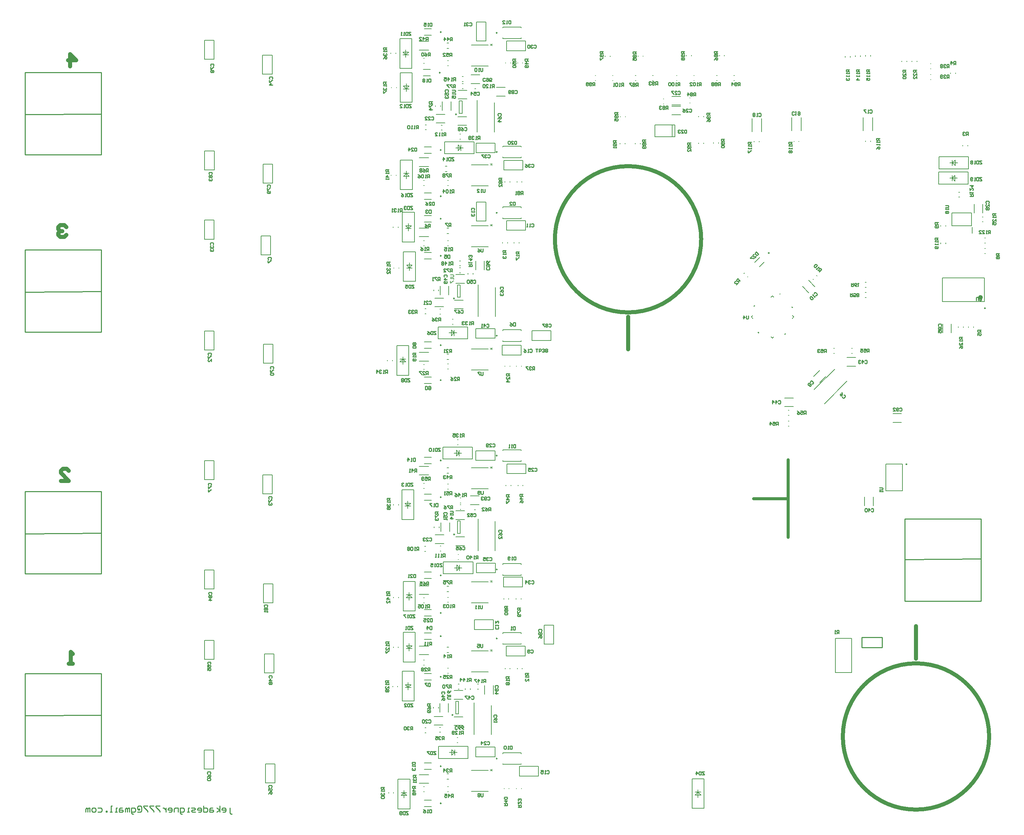
<source format=gbr>
%TF.GenerationSoftware,Altium Limited,Altium Designer,21.6.4 (81)*%
G04 Layer_Color=32896*
%FSLAX43Y43*%
%MOMM*%
%TF.SameCoordinates,B094594F-E5AE-4C03-B854-EF891E02AD71*%
%TF.FilePolarity,Positive*%
%TF.FileFunction,Legend,Bot*%
%TF.Part,Single*%
G01*
G75*
%TA.AperFunction,NonConductor*%
%ADD130C,0.254*%
%ADD152C,0.250*%
%ADD153C,1.016*%
%ADD154C,0.152*%
%ADD155C,0.600*%
%ADD156C,0.200*%
%ADD157C,0.762*%
%ADD158C,0.150*%
%ADD159C,0.076*%
%ADD160C,1.000*%
G36*
X184323Y121710D02*
X184143Y121531D01*
X184413Y121261D01*
X184592Y121441D01*
X184323Y121710D01*
D02*
G37*
G36*
X183262Y127947D02*
X183532Y128217D01*
X183352Y128396D01*
X183083Y128127D01*
X183262Y127947D01*
D02*
G37*
G36*
X190830Y121087D02*
X191099Y121357D01*
X191279Y121177D01*
X191009Y120908D01*
X190830Y121087D01*
D02*
G37*
G36*
X192597Y127863D02*
X192777Y128043D01*
X193046Y127774D01*
X192867Y127594D01*
X192597Y127863D01*
D02*
G37*
D130*
X951Y165965D02*
Y186539D01*
X20001Y165965D02*
Y186539D01*
X951Y165965D02*
X20001D01*
X951Y186539D02*
X20001D01*
X951Y176000D02*
X20001Y176125D01*
X951Y61115D02*
Y81689D01*
X20001Y61115D02*
Y81689D01*
X951Y61115D02*
X20001D01*
X951Y81689D02*
X20001D01*
X951Y71150D02*
X20001Y71275D01*
X951Y121565D02*
Y142139D01*
X20001Y121565D02*
Y142139D01*
X951Y121565D02*
X20001D01*
X951Y142139D02*
X20001D01*
X951Y131600D02*
X20001Y131725D01*
X951Y15615D02*
Y36189D01*
X20001Y15615D02*
Y36189D01*
X951Y15615D02*
X20001D01*
X951Y36189D02*
X20001D01*
X951Y25650D02*
X20001Y25775D01*
X220924Y64725D02*
X239974Y64850D01*
X220924Y54311D02*
X239974D01*
X220924Y74885D02*
X239974D01*
X220924Y54311D02*
Y74885D01*
X239974Y54311D02*
Y74885D01*
X210227Y42646D02*
X215307D01*
X210227D02*
Y45186D01*
X215307D01*
Y42646D02*
Y45186D01*
X52721Y1004D02*
X52467D01*
X52213Y1258D01*
Y2528D01*
X50436Y1512D02*
X50944D01*
X51197Y1766D01*
Y2274D01*
X50944Y2528D01*
X50436D01*
X50182Y2274D01*
Y2020D01*
X51197D01*
X49674Y1512D02*
Y3035D01*
Y2020D02*
X48912Y2528D01*
X49674Y2020D02*
X48912Y1512D01*
X47897Y2528D02*
X47389D01*
X47135Y2274D01*
Y1512D01*
X47897D01*
X48150Y1766D01*
X47897Y2020D01*
X47135D01*
X45611Y3035D02*
Y1512D01*
X46373D01*
X46627Y1766D01*
Y2274D01*
X46373Y2528D01*
X45611D01*
X44342Y1512D02*
X44850D01*
X45103Y1766D01*
Y2274D01*
X44850Y2528D01*
X44342D01*
X44088Y2274D01*
Y2020D01*
X45103D01*
X43580Y1512D02*
X42818D01*
X42564Y1766D01*
X42818Y2020D01*
X43326D01*
X43580Y2274D01*
X43326Y2528D01*
X42564D01*
X42056Y1512D02*
X41549D01*
X41803D01*
Y2528D01*
X42056D01*
X40279Y1004D02*
X40025D01*
X39771Y1258D01*
Y2528D01*
X40533D01*
X40787Y2274D01*
Y1766D01*
X40533Y1512D01*
X39771D01*
X39263D02*
Y2528D01*
X38502D01*
X38248Y2274D01*
Y1512D01*
X36978D02*
X37486D01*
X37740Y1766D01*
Y2274D01*
X37486Y2528D01*
X36978D01*
X36724Y2274D01*
Y2020D01*
X37740D01*
X36216Y2528D02*
Y1512D01*
Y2020D01*
X35962Y2274D01*
X35708Y2528D01*
X35455D01*
X34693Y3035D02*
X33677D01*
Y2781D01*
X34693Y1766D01*
Y1512D01*
X33169Y3035D02*
X32154D01*
Y2781D01*
X33169Y1766D01*
Y1512D01*
X31646Y3035D02*
X30630D01*
Y2781D01*
X31646Y1766D01*
Y1512D01*
X29361Y2020D02*
Y2274D01*
X29614D01*
Y2020D01*
X29361D01*
X29107Y2274D01*
Y2781D01*
X29361Y3035D01*
X29868D01*
X30122Y2781D01*
Y1766D01*
X29868Y1512D01*
X29107D01*
X28091Y1004D02*
X27837D01*
X27583Y1258D01*
Y2528D01*
X28345D01*
X28599Y2274D01*
Y1766D01*
X28345Y1512D01*
X27583D01*
X27075D02*
Y2528D01*
X26821D01*
X26567Y2274D01*
Y1512D01*
Y2274D01*
X26314Y2528D01*
X26060Y2274D01*
Y1512D01*
X25298Y2528D02*
X24790D01*
X24536Y2274D01*
Y1512D01*
X25298D01*
X25552Y1766D01*
X25298Y2020D01*
X24536D01*
X24028Y1512D02*
X23520D01*
X23774D01*
Y2528D01*
X24028D01*
X22759Y1512D02*
X22251D01*
X22505D01*
Y3035D01*
X22759D01*
X21489Y1512D02*
Y1766D01*
X21235D01*
Y1512D01*
X21489D01*
X19204Y2528D02*
X19966D01*
X20220Y2274D01*
Y1766D01*
X19966Y1512D01*
X19204D01*
X18442D02*
X17934D01*
X17680Y1766D01*
Y2274D01*
X17934Y2528D01*
X18442D01*
X18696Y2274D01*
Y1766D01*
X18442Y1512D01*
X17173D02*
Y2528D01*
X16919D01*
X16665Y2274D01*
Y1512D01*
Y2274D01*
X16411Y2528D01*
X16157Y2274D01*
Y1512D01*
X119526Y71558D02*
X119393Y71691D01*
Y71958D01*
X119526Y72091D01*
X120060D01*
X120193Y71958D01*
Y71691D01*
X120060Y71558D01*
X119393Y70758D02*
X119526Y71025D01*
X119793Y71292D01*
X120060D01*
X120193Y71158D01*
Y70892D01*
X120060Y70758D01*
X119926D01*
X119793Y70892D01*
Y71292D01*
X120193Y69959D02*
Y70492D01*
X119660Y69959D01*
X119526D01*
X119393Y70092D01*
Y70359D01*
X119526Y70492D01*
X240175Y160250D02*
X239641D01*
Y160117D01*
X240175Y159583D01*
Y159450D01*
X239641D01*
X239375Y160250D02*
Y159450D01*
X238975D01*
X238842Y159583D01*
Y160117D01*
X238975Y160250D01*
X239375D01*
X238575Y159450D02*
X238308D01*
X238442D01*
Y160250D01*
X238575Y160117D01*
X237909Y159583D02*
X237775Y159450D01*
X237509D01*
X237375Y159583D01*
Y160117D01*
X237509Y160250D01*
X237775D01*
X237909Y160117D01*
Y159983D01*
X237775Y159850D01*
X237375D01*
X240175Y164450D02*
X239641D01*
Y164317D01*
X240175Y163783D01*
Y163650D01*
X239641D01*
X239375Y164450D02*
Y163650D01*
X238975D01*
X238842Y163783D01*
Y164317D01*
X238975Y164450D01*
X239375D01*
X238575Y163650D02*
X238308D01*
X238442D01*
Y164450D01*
X238575Y164317D01*
X237909D02*
X237775Y164450D01*
X237509D01*
X237375Y164317D01*
Y164183D01*
X237509Y164050D01*
X237375Y163917D01*
Y163783D01*
X237509Y163650D01*
X237775D01*
X237909Y163783D01*
Y163917D01*
X237775Y164050D01*
X237909Y164183D01*
Y164317D01*
X237775Y164050D02*
X237509D01*
X119890Y132338D02*
X119757Y132471D01*
Y132738D01*
X119890Y132871D01*
X120424D01*
X120557Y132738D01*
Y132471D01*
X120424Y132338D01*
X119757Y131538D02*
X119890Y131805D01*
X120157Y132072D01*
X120424D01*
X120557Y131938D01*
Y131672D01*
X120424Y131538D01*
X120290D01*
X120157Y131672D01*
Y132072D01*
X119890Y131272D02*
X119757Y131139D01*
Y130872D01*
X119890Y130739D01*
X120024D01*
X120157Y130872D01*
Y131005D01*
Y130872D01*
X120290Y130739D01*
X120424D01*
X120557Y130872D01*
Y131139D01*
X120424Y131272D01*
X118265Y25271D02*
X118132Y25404D01*
Y25671D01*
X118265Y25804D01*
X118799D01*
X118932Y25671D01*
Y25404D01*
X118799Y25271D01*
X118132Y24471D02*
X118265Y24738D01*
X118532Y25004D01*
X118799D01*
X118932Y24871D01*
Y24605D01*
X118799Y24471D01*
X118665D01*
X118532Y24605D01*
Y25004D01*
X118932Y24205D02*
Y23938D01*
Y24071D01*
X118132D01*
X118265Y24205D01*
X119333Y175719D02*
X119200Y175852D01*
Y176118D01*
X119333Y176252D01*
X119867D01*
X120000Y176118D01*
Y175852D01*
X119867Y175719D01*
X119200Y174919D02*
X119333Y175185D01*
X119600Y175452D01*
X119867D01*
X120000Y175319D01*
Y175052D01*
X119867Y174919D01*
X119733D01*
X119600Y175052D01*
Y175452D01*
X120000Y174252D02*
X119200D01*
X119600Y174652D01*
Y174119D01*
X92150Y56670D02*
X91350D01*
Y56270D01*
X91483Y56137D01*
X91750D01*
X91883Y56270D01*
Y56670D01*
Y56403D02*
X92150Y56137D01*
Y55870D02*
Y55603D01*
Y55737D01*
X91350D01*
X91483Y55870D01*
X92150Y54804D02*
X91350D01*
X91750Y55204D01*
Y54670D01*
X92150Y53871D02*
Y54404D01*
X91617Y53871D01*
X91483D01*
X91350Y54004D01*
Y54271D01*
X91483Y54404D01*
X91950Y162266D02*
X91150D01*
Y161866D01*
X91283Y161733D01*
X91550D01*
X91683Y161866D01*
Y162266D01*
Y162000D02*
X91950Y161733D01*
Y161467D02*
Y161200D01*
Y161333D01*
X91150D01*
X91283Y161467D01*
X91950Y160400D02*
X91150D01*
X91550Y160800D01*
Y160267D01*
X91950Y160000D02*
Y159734D01*
Y159867D01*
X91150D01*
X91283Y160000D01*
X114232Y64850D02*
Y65650D01*
X113832D01*
X113698Y65517D01*
Y65250D01*
X113832Y65117D01*
X114232D01*
X113965D02*
X113698Y64850D01*
X113432D02*
X113165D01*
X113299D01*
Y65650D01*
X113432Y65517D01*
X112366Y64850D02*
Y65650D01*
X112765Y65250D01*
X112232D01*
X111966Y65517D02*
X111832Y65650D01*
X111566D01*
X111432Y65517D01*
Y64983D01*
X111566Y64850D01*
X111832D01*
X111966Y64983D01*
Y65517D01*
X114680Y169800D02*
Y170600D01*
X114280D01*
X114146Y170467D01*
Y170200D01*
X114280Y170067D01*
X114680D01*
X114413D02*
X114146Y169800D01*
X113880D02*
X113613D01*
X113746D01*
Y170600D01*
X113880Y170467D01*
X113213D02*
X113080Y170600D01*
X112813D01*
X112680Y170467D01*
Y170333D01*
X112813Y170200D01*
X112947D01*
X112813D01*
X112680Y170067D01*
Y169933D01*
X112813Y169800D01*
X113080D01*
X113213Y169933D01*
X112414D02*
X112280Y169800D01*
X112014D01*
X111880Y169933D01*
Y170467D01*
X112014Y170600D01*
X112280D01*
X112414Y170467D01*
Y170333D01*
X112280Y170200D01*
X111880D01*
X92275Y80025D02*
X91475D01*
Y79625D01*
X91608Y79491D01*
X91875D01*
X92008Y79625D01*
Y80025D01*
Y79758D02*
X92275Y79491D01*
Y79225D02*
Y78958D01*
Y79092D01*
X91475D01*
X91608Y79225D01*
Y78558D02*
X91475Y78425D01*
Y78158D01*
X91608Y78025D01*
X91742D01*
X91875Y78158D01*
Y78292D01*
Y78158D01*
X92008Y78025D01*
X92142D01*
X92275Y78158D01*
Y78425D01*
X92142Y78558D01*
X91608Y77759D02*
X91475Y77625D01*
Y77359D01*
X91608Y77225D01*
X91742D01*
X91875Y77359D01*
X92008Y77225D01*
X92142D01*
X92275Y77359D01*
Y77625D01*
X92142Y77759D01*
X92008D01*
X91875Y77625D01*
X91742Y77759D01*
X91608D01*
X91875Y77625D02*
Y77359D01*
X91350Y184125D02*
X90550D01*
Y183725D01*
X90683Y183591D01*
X90950D01*
X91083Y183725D01*
Y184125D01*
Y183858D02*
X91350Y183591D01*
Y183325D02*
Y183058D01*
Y183192D01*
X90550D01*
X90683Y183325D01*
Y182658D02*
X90550Y182525D01*
Y182258D01*
X90683Y182125D01*
X90817D01*
X90950Y182258D01*
Y182392D01*
Y182258D01*
X91083Y182125D01*
X91217D01*
X91350Y182258D01*
Y182525D01*
X91217Y182658D01*
X90550Y181859D02*
Y181325D01*
X90683D01*
X91217Y181859D01*
X91350D01*
X91400Y192750D02*
X90600D01*
Y192350D01*
X90733Y192216D01*
X91000D01*
X91133Y192350D01*
Y192750D01*
Y192483D02*
X91400Y192216D01*
Y191950D02*
Y191683D01*
Y191817D01*
X90600D01*
X90733Y191950D01*
Y191283D02*
X90600Y191150D01*
Y190883D01*
X90733Y190750D01*
X90867D01*
X91000Y190883D01*
Y191017D01*
Y190883D01*
X91133Y190750D01*
X91267D01*
X91400Y190883D01*
Y191150D01*
X91267Y191283D01*
X90600Y189950D02*
X90733Y190217D01*
X91000Y190484D01*
X91267D01*
X91400Y190350D01*
Y190084D01*
X91267Y189950D01*
X91133D01*
X91000Y190084D01*
Y190484D01*
X110750Y95375D02*
Y96175D01*
X110350D01*
X110216Y96042D01*
Y95775D01*
X110350Y95642D01*
X110750D01*
X110483D02*
X110216Y95375D01*
X109950D02*
X109683D01*
X109817D01*
Y96175D01*
X109950Y96042D01*
X109283D02*
X109150Y96175D01*
X108883D01*
X108750Y96042D01*
Y95908D01*
X108883Y95775D01*
X109017D01*
X108883D01*
X108750Y95642D01*
Y95508D01*
X108883Y95375D01*
X109150D01*
X109283Y95508D01*
X107950Y96175D02*
X108484D01*
Y95775D01*
X108217Y95908D01*
X108084D01*
X107950Y95775D01*
Y95508D01*
X108084Y95375D01*
X108350D01*
X108484Y95508D01*
X91567Y111276D02*
Y112075D01*
X91168D01*
X91034Y111942D01*
Y111676D01*
X91168Y111542D01*
X91567D01*
X91301D02*
X91034Y111276D01*
X90768D02*
X90501D01*
X90634D01*
Y112075D01*
X90768Y111942D01*
X90101D02*
X89968Y112075D01*
X89701D01*
X89568Y111942D01*
Y111809D01*
X89701Y111676D01*
X89835D01*
X89701D01*
X89568Y111542D01*
Y111409D01*
X89701Y111276D01*
X89968D01*
X90101Y111409D01*
X88902Y111276D02*
Y112075D01*
X89301Y111676D01*
X88768D01*
X113050Y123446D02*
Y124246D01*
X112650D01*
X112516Y124113D01*
Y123846D01*
X112650Y123713D01*
X113050D01*
X112783D02*
X112516Y123446D01*
X112250D02*
X111983D01*
X112117D01*
Y124246D01*
X112250Y124113D01*
X111583D02*
X111450Y124246D01*
X111183D01*
X111050Y124113D01*
Y123979D01*
X111183Y123846D01*
X111317D01*
X111183D01*
X111050Y123713D01*
Y123579D01*
X111183Y123446D01*
X111450D01*
X111583Y123579D01*
X110784Y124113D02*
X110650Y124246D01*
X110384D01*
X110250Y124113D01*
Y123979D01*
X110384Y123846D01*
X110517D01*
X110384D01*
X110250Y123713D01*
Y123579D01*
X110384Y123446D01*
X110650D01*
X110784Y123579D01*
X92225Y139075D02*
X91425D01*
Y138675D01*
X91558Y138541D01*
X91825D01*
X91958Y138675D01*
Y139075D01*
Y138808D02*
X92225Y138541D01*
Y138275D02*
Y138008D01*
Y138142D01*
X91425D01*
X91558Y138275D01*
Y137608D02*
X91425Y137475D01*
Y137208D01*
X91558Y137075D01*
X91692D01*
X91825Y137208D01*
Y137342D01*
Y137208D01*
X91958Y137075D01*
X92092D01*
X92225Y137208D01*
Y137475D01*
X92092Y137608D01*
X92225Y136275D02*
Y136809D01*
X91692Y136275D01*
X91558D01*
X91425Y136409D01*
Y136675D01*
X91558Y136809D01*
X95211Y151675D02*
Y152475D01*
X94811D01*
X94678Y152342D01*
Y152075D01*
X94811Y151942D01*
X95211D01*
X94944D02*
X94678Y151675D01*
X94411D02*
X94144D01*
X94278D01*
Y152475D01*
X94411Y152342D01*
X93745D02*
X93611Y152475D01*
X93345D01*
X93211Y152342D01*
Y152208D01*
X93345Y152075D01*
X93478D01*
X93345D01*
X93211Y151942D01*
Y151808D01*
X93345Y151675D01*
X93611D01*
X93745Y151808D01*
X92945Y151675D02*
X92678D01*
X92811D01*
Y152475D01*
X92945Y152342D01*
X90800Y7755D02*
X90000D01*
Y7356D01*
X90133Y7222D01*
X90400D01*
X90533Y7356D01*
Y7755D01*
Y7489D02*
X90800Y7222D01*
Y6956D02*
Y6689D01*
Y6822D01*
X90000D01*
X90133Y6956D01*
Y6289D02*
X90000Y6156D01*
Y5889D01*
X90133Y5756D01*
X90267D01*
X90400Y5889D01*
Y6023D01*
Y5889D01*
X90533Y5756D01*
X90667D01*
X90800Y5889D01*
Y6156D01*
X90667Y6289D01*
X90133Y5490D02*
X90000Y5356D01*
Y5090D01*
X90133Y4956D01*
X90667D01*
X90800Y5090D01*
Y5356D01*
X90667Y5490D01*
X90133D01*
X110529Y21000D02*
Y21800D01*
X110130D01*
X109996Y21667D01*
Y21400D01*
X110130Y21267D01*
X110529D01*
X110263D02*
X109996Y21000D01*
X109730D02*
X109463D01*
X109596D01*
Y21800D01*
X109730Y21667D01*
X108530Y21000D02*
X109063D01*
X108530Y21533D01*
Y21667D01*
X108663Y21800D01*
X108930D01*
X109063Y21667D01*
X108263Y21133D02*
X108130Y21000D01*
X107864D01*
X107730Y21133D01*
Y21667D01*
X107864Y21800D01*
X108130D01*
X108263Y21667D01*
Y21533D01*
X108130Y21400D01*
X107730D01*
X91898Y34425D02*
X91098D01*
Y34025D01*
X91231Y33891D01*
X91498D01*
X91631Y34025D01*
Y34425D01*
Y34158D02*
X91898Y33891D01*
Y33625D02*
Y33358D01*
Y33492D01*
X91098D01*
X91231Y33625D01*
X91898Y32425D02*
Y32958D01*
X91364Y32425D01*
X91231D01*
X91098Y32558D01*
Y32825D01*
X91231Y32958D01*
Y32159D02*
X91098Y32025D01*
Y31759D01*
X91231Y31625D01*
X91364D01*
X91498Y31759D01*
X91631Y31625D01*
X91764D01*
X91898Y31759D01*
Y32025D01*
X91764Y32159D01*
X91631D01*
X91498Y32025D01*
X91364Y32159D01*
X91231D01*
X91498Y32025D02*
Y31759D01*
X92000Y44125D02*
X91200D01*
Y43725D01*
X91333Y43591D01*
X91600D01*
X91733Y43725D01*
Y44125D01*
Y43858D02*
X92000Y43591D01*
Y43325D02*
Y43058D01*
Y43192D01*
X91200D01*
X91333Y43325D01*
X92000Y42125D02*
Y42658D01*
X91467Y42125D01*
X91333D01*
X91200Y42258D01*
Y42525D01*
X91333Y42658D01*
X91200Y41859D02*
Y41325D01*
X91333D01*
X91867Y41859D01*
X92000D01*
X116978Y137742D02*
X117112Y137609D01*
Y137342D01*
X116978Y137209D01*
X116445D01*
X116312Y137342D01*
Y137609D01*
X116445Y137742D01*
Y138008D02*
X116312Y138142D01*
Y138408D01*
X116445Y138542D01*
X116978D01*
X117112Y138408D01*
Y138142D01*
X116978Y138008D01*
X116845D01*
X116712Y138142D01*
Y138542D01*
X117112Y139341D02*
X116978Y139075D01*
X116712Y138808D01*
X116445D01*
X116312Y138941D01*
Y139208D01*
X116445Y139341D01*
X116579D01*
X116712Y139208D01*
Y138808D01*
X116030Y184461D02*
X115896Y184328D01*
X115630D01*
X115496Y184461D01*
Y184994D01*
X115630Y185127D01*
X115896D01*
X116030Y184994D01*
X116296D02*
X116429Y185127D01*
X116696D01*
X116829Y184994D01*
Y184461D01*
X116696Y184328D01*
X116429D01*
X116296Y184461D01*
Y184594D01*
X116429Y184728D01*
X116829D01*
X117629Y184328D02*
X117096D01*
Y184728D01*
X117362Y184594D01*
X117496D01*
X117629Y184728D01*
Y184994D01*
X117496Y185127D01*
X117229D01*
X117096Y184994D01*
X118608Y32633D02*
X118475Y32766D01*
Y33033D01*
X118608Y33166D01*
X119141D01*
X119275Y33033D01*
Y32766D01*
X119141Y32633D01*
Y32367D02*
X119275Y32233D01*
Y31967D01*
X119141Y31833D01*
X118608D01*
X118475Y31967D01*
Y32233D01*
X118608Y32367D01*
X118742D01*
X118875Y32233D01*
Y31833D01*
X119275Y31167D02*
X118475D01*
X118875Y31567D01*
Y31034D01*
X116630Y80240D02*
X116763Y80374D01*
X117030D01*
X117163Y80240D01*
Y79707D01*
X117030Y79574D01*
X116763D01*
X116630Y79707D01*
X116363D02*
X116230Y79574D01*
X115964D01*
X115830Y79707D01*
Y80240D01*
X115964Y80374D01*
X116230D01*
X116363Y80240D01*
Y80107D01*
X116230Y79974D01*
X115830D01*
X115564Y80240D02*
X115430Y80374D01*
X115164D01*
X115030Y80240D01*
Y80107D01*
X115164Y79974D01*
X115297D01*
X115164D01*
X115030Y79840D01*
Y79707D01*
X115164Y79574D01*
X115430D01*
X115564Y79707D01*
X219633Y102492D02*
X219766Y102625D01*
X220033D01*
X220166Y102492D01*
Y101958D01*
X220033Y101825D01*
X219766D01*
X219633Y101958D01*
X219367D02*
X219233Y101825D01*
X218967D01*
X218833Y101958D01*
Y102492D01*
X218967Y102625D01*
X219233D01*
X219367Y102492D01*
Y102358D01*
X219233Y102225D01*
X218833D01*
X218034Y101825D02*
X218567D01*
X218034Y102358D01*
Y102492D01*
X218167Y102625D01*
X218434D01*
X218567Y102492D01*
X123458Y181921D02*
X123591Y182054D01*
X123858D01*
X123991Y181921D01*
Y181388D01*
X123858Y181254D01*
X123591D01*
X123458Y181388D01*
X123192Y181921D02*
X123058Y182054D01*
X122792D01*
X122658Y181921D01*
Y181788D01*
X122792Y181654D01*
X122658Y181521D01*
Y181388D01*
X122792Y181254D01*
X123058D01*
X123192Y181388D01*
Y181521D01*
X123058Y181654D01*
X123192Y181788D01*
Y181921D01*
X123058Y181654D02*
X122792D01*
X122392Y181388D02*
X122259Y181254D01*
X121992D01*
X121859Y181388D01*
Y181921D01*
X121992Y182054D01*
X122259D01*
X122392Y181921D01*
Y181788D01*
X122259Y181654D01*
X121859D01*
X229464Y123058D02*
X229330Y123191D01*
Y123458D01*
X229464Y123591D01*
X229997D01*
X230130Y123458D01*
Y123191D01*
X229997Y123058D01*
X229464Y122792D02*
X229330Y122658D01*
Y122392D01*
X229464Y122258D01*
X229597D01*
X229730Y122392D01*
X229864Y122258D01*
X229997D01*
X230130Y122392D01*
Y122658D01*
X229997Y122792D01*
X229864D01*
X229730Y122658D01*
X229597Y122792D01*
X229464D01*
X229730Y122658D02*
Y122392D01*
X229330Y121459D02*
Y121992D01*
X229730D01*
X229597Y121725D01*
Y121592D01*
X229730Y121459D01*
X229997D01*
X230130Y121592D01*
Y121859D01*
X229997Y121992D01*
X110858Y172642D02*
X110991Y172775D01*
X111258D01*
X111391Y172642D01*
Y172108D01*
X111258Y171975D01*
X110991D01*
X110858Y172108D01*
X110058Y172775D02*
X110325Y172642D01*
X110592Y172375D01*
Y172108D01*
X110458Y171975D01*
X110192D01*
X110058Y172108D01*
Y172242D01*
X110192Y172375D01*
X110592D01*
X109792Y172642D02*
X109659Y172775D01*
X109392D01*
X109259Y172642D01*
Y172508D01*
X109392Y172375D01*
X109259Y172242D01*
Y172108D01*
X109392Y171975D01*
X109659D01*
X109792Y172108D01*
Y172242D01*
X109659Y172375D01*
X109792Y172508D01*
Y172642D01*
X109659Y172375D02*
X109392D01*
X109960Y126976D02*
X110093Y127109D01*
X110360D01*
X110493Y126976D01*
Y126443D01*
X110360Y126310D01*
X110093D01*
X109960Y126443D01*
X109160Y127109D02*
X109427Y126976D01*
X109694Y126710D01*
Y126443D01*
X109560Y126310D01*
X109294D01*
X109160Y126443D01*
Y126576D01*
X109294Y126710D01*
X109694D01*
X108894Y127109D02*
X108361D01*
Y126976D01*
X108894Y126443D01*
Y126310D01*
X109014Y22333D02*
X108880Y22200D01*
X108614D01*
X108481Y22333D01*
Y22867D01*
X108614Y23000D01*
X108880D01*
X109014Y22867D01*
X109813Y22200D02*
X109547Y22333D01*
X109280Y22600D01*
Y22867D01*
X109414Y23000D01*
X109680D01*
X109813Y22867D01*
Y22733D01*
X109680Y22600D01*
X109280D01*
X110613Y22200D02*
X110347Y22333D01*
X110080Y22600D01*
Y22867D01*
X110213Y23000D01*
X110480D01*
X110613Y22867D01*
Y22733D01*
X110480Y22600D01*
X110080D01*
X110356Y67787D02*
X110489Y67921D01*
X110756D01*
X110889Y67787D01*
Y67254D01*
X110756Y67121D01*
X110489D01*
X110356Y67254D01*
X109556Y67921D02*
X109822Y67787D01*
X110089Y67521D01*
Y67254D01*
X109956Y67121D01*
X109689D01*
X109556Y67254D01*
Y67388D01*
X109689Y67521D01*
X110089D01*
X108756Y67921D02*
X109289D01*
Y67521D01*
X109023Y67654D01*
X108889D01*
X108756Y67521D01*
Y67254D01*
X108889Y67121D01*
X109156D01*
X109289Y67254D01*
X98425Y50921D02*
X97891D01*
Y50788D01*
X98425Y50255D01*
Y50121D01*
X97891D01*
X97625Y50921D02*
Y50121D01*
X97225D01*
X97092Y50255D01*
Y50788D01*
X97225Y50921D01*
X97625D01*
X96825Y50121D02*
X96558D01*
X96692D01*
Y50921D01*
X96825Y50788D01*
X96159Y50921D02*
X95625D01*
Y50788D01*
X96159Y50255D01*
Y50121D01*
X97864Y156261D02*
X97331D01*
Y156128D01*
X97864Y155595D01*
Y155461D01*
X97331D01*
X97065Y156261D02*
Y155461D01*
X96665D01*
X96531Y155595D01*
Y156128D01*
X96665Y156261D01*
X97065D01*
X96265Y155461D02*
X95998D01*
X96132D01*
Y156261D01*
X96265Y156128D01*
X95065Y156261D02*
X95332Y156128D01*
X95598Y155861D01*
Y155595D01*
X95465Y155461D01*
X95199D01*
X95065Y155595D01*
Y155728D01*
X95199Y155861D01*
X95598D01*
X105199Y63707D02*
X104666D01*
Y63574D01*
X105199Y63041D01*
Y62907D01*
X104666D01*
X104400Y63707D02*
Y62907D01*
X104000D01*
X103867Y63041D01*
Y63574D01*
X104000Y63707D01*
X104400D01*
X103600Y62907D02*
X103333D01*
X103467D01*
Y63707D01*
X103600Y63574D01*
X102400Y63707D02*
X102933D01*
Y63307D01*
X102667Y63440D01*
X102534D01*
X102400Y63307D01*
Y63041D01*
X102534Y62907D01*
X102800D01*
X102933Y63041D01*
X108193Y165257D02*
X107659D01*
Y165124D01*
X108193Y164591D01*
Y164457D01*
X107659D01*
X107393Y165257D02*
Y164457D01*
X106993D01*
X106860Y164591D01*
Y165124D01*
X106993Y165257D01*
X107393D01*
X106593Y164457D02*
X106326D01*
X106460D01*
Y165257D01*
X106593Y165124D01*
X105527Y164457D02*
Y165257D01*
X105927Y164857D01*
X105393D01*
X97940Y83858D02*
X97407D01*
Y83725D01*
X97940Y83192D01*
Y83058D01*
X97407D01*
X97140Y83858D02*
Y83058D01*
X96740D01*
X96607Y83192D01*
Y83725D01*
X96740Y83858D01*
X97140D01*
X96340Y83058D02*
X96074D01*
X96207D01*
Y83858D01*
X96340Y83725D01*
X95674D02*
X95541Y83858D01*
X95274D01*
X95141Y83725D01*
Y83592D01*
X95274Y83458D01*
X95407D01*
X95274D01*
X95141Y83325D01*
Y83192D01*
X95274Y83058D01*
X95541D01*
X95674Y83192D01*
X97525Y178565D02*
X96992D01*
Y178431D01*
X97525Y177898D01*
Y177765D01*
X96992D01*
X96725Y178565D02*
Y177765D01*
X96325D01*
X96192Y177898D01*
Y178431D01*
X96325Y178565D01*
X96725D01*
X95925Y177765D02*
X95659D01*
X95792D01*
Y178565D01*
X95925Y178431D01*
X94726Y177765D02*
X95259D01*
X94726Y178298D01*
Y178431D01*
X94859Y178565D01*
X95125D01*
X95259Y178431D01*
X97466Y196600D02*
X96933D01*
Y196467D01*
X97466Y195933D01*
Y195800D01*
X96933D01*
X96667Y196600D02*
Y195800D01*
X96267D01*
X96133Y195933D01*
Y196467D01*
X96267Y196600D01*
X96667D01*
X95867Y195800D02*
X95600D01*
X95733D01*
Y196600D01*
X95867Y196467D01*
X95200Y195800D02*
X94934D01*
X95067D01*
Y196600D01*
X95200Y196467D01*
X104825Y92550D02*
X104291D01*
Y92417D01*
X104825Y91883D01*
Y91750D01*
X104291D01*
X104025Y92550D02*
Y91750D01*
X103625D01*
X103492Y91883D01*
Y92417D01*
X103625Y92550D01*
X104025D01*
X103225Y91750D02*
X102958D01*
X103092D01*
Y92550D01*
X103225Y92417D01*
X102559D02*
X102425Y92550D01*
X102159D01*
X102025Y92417D01*
Y91883D01*
X102159Y91750D01*
X102425D01*
X102559Y91883D01*
Y92417D01*
X96791Y1675D02*
X96258D01*
Y1542D01*
X96791Y1008D01*
Y875D01*
X96258D01*
X95992Y1675D02*
Y875D01*
X95592D01*
X95458Y1008D01*
Y1542D01*
X95592Y1675D01*
X95992D01*
X95192Y1008D02*
X95059Y875D01*
X94792D01*
X94659Y1008D01*
Y1542D01*
X94792Y1675D01*
X95059D01*
X95192Y1542D01*
Y1408D01*
X95059Y1275D01*
X94659D01*
X97211Y109958D02*
X96678D01*
Y109825D01*
X97211Y109291D01*
Y109158D01*
X96678D01*
X96411Y109958D02*
Y109158D01*
X96011D01*
X95878Y109291D01*
Y109825D01*
X96011Y109958D01*
X96411D01*
X95611Y109825D02*
X95478Y109958D01*
X95211D01*
X95078Y109825D01*
Y109691D01*
X95211Y109558D01*
X95078Y109425D01*
Y109291D01*
X95211Y109158D01*
X95478D01*
X95611Y109291D01*
Y109425D01*
X95478Y109558D01*
X95611Y109691D01*
Y109825D01*
X95478Y109558D02*
X95211D01*
X103659Y16707D02*
X103126D01*
Y16574D01*
X103659Y16040D01*
Y15907D01*
X103126D01*
X102860Y16707D02*
Y15907D01*
X102460D01*
X102326Y16040D01*
Y16574D01*
X102460Y16707D01*
X102860D01*
X102060D02*
X101527D01*
Y16574D01*
X102060Y16040D01*
Y15907D01*
X103727Y121785D02*
X103194D01*
Y121651D01*
X103727Y121118D01*
Y120985D01*
X103194D01*
X102927Y121785D02*
Y120985D01*
X102527D01*
X102394Y121118D01*
Y121651D01*
X102527Y121785D01*
X102927D01*
X101594D02*
X101861Y121651D01*
X102127Y121385D01*
Y121118D01*
X101994Y120985D01*
X101727D01*
X101594Y121118D01*
Y121251D01*
X101727Y121385D01*
X102127D01*
X98216Y133400D02*
X97683D01*
Y133267D01*
X98216Y132733D01*
Y132600D01*
X97683D01*
X97417Y133400D02*
Y132600D01*
X97017D01*
X96883Y132733D01*
Y133267D01*
X97017Y133400D01*
X97417D01*
X96084D02*
X96617D01*
Y133000D01*
X96350Y133133D01*
X96217D01*
X96084Y133000D01*
Y132733D01*
X96217Y132600D01*
X96484D01*
X96617Y132733D01*
X170801Y11616D02*
X170268D01*
Y11482D01*
X170801Y10949D01*
Y10816D01*
X170268D01*
X170001Y11616D02*
Y10816D01*
X169601D01*
X169468Y10949D01*
Y11482D01*
X169601Y11616D01*
X170001D01*
X168802Y10816D02*
Y11616D01*
X169202Y11216D01*
X168668D01*
X97866Y153075D02*
X97333D01*
Y152942D01*
X97866Y152408D01*
Y152275D01*
X97333D01*
X97067Y153075D02*
Y152275D01*
X96667D01*
X96533Y152408D01*
Y152942D01*
X96667Y153075D01*
X97067D01*
X96267Y152942D02*
X96134Y153075D01*
X95867D01*
X95734Y152942D01*
Y152808D01*
X95867Y152675D01*
X96000D01*
X95867D01*
X95734Y152542D01*
Y152408D01*
X95867Y152275D01*
X96134D01*
X96267Y152408D01*
X97916Y28650D02*
X97383D01*
Y28517D01*
X97916Y27983D01*
Y27850D01*
X97383D01*
X97117Y28650D02*
Y27850D01*
X96717D01*
X96583Y27983D01*
Y28517D01*
X96717Y28650D01*
X97117D01*
X95784Y27850D02*
X96317D01*
X95784Y28383D01*
Y28517D01*
X95917Y28650D01*
X96184D01*
X96317Y28517D01*
X97958Y48000D02*
X97425D01*
Y47867D01*
X97958Y47333D01*
Y47200D01*
X97425D01*
X97158Y48000D02*
Y47200D01*
X96758D01*
X96625Y47333D01*
Y47867D01*
X96758Y48000D01*
X97158D01*
X96359Y47200D02*
X96092D01*
X96225D01*
Y48000D01*
X96359Y47867D01*
X231086Y153269D02*
X231753D01*
X231886Y153135D01*
Y152869D01*
X231753Y152735D01*
X231086D01*
X231886Y152469D02*
Y152202D01*
Y152335D01*
X231086D01*
X231220Y152469D01*
Y151802D02*
X231086Y151669D01*
Y151402D01*
X231220Y151269D01*
X231353D01*
X231486Y151402D01*
X231620Y151269D01*
X231753D01*
X231886Y151402D01*
Y151669D01*
X231753Y151802D01*
X231620D01*
X231486Y151669D01*
X231353Y151802D01*
X231220D01*
X231486Y151669D02*
Y151402D01*
X107892Y138375D02*
Y139175D01*
X107493D01*
X107359Y139042D01*
Y138775D01*
X107493Y138642D01*
X107892D01*
X107626D02*
X107359Y138375D01*
X107093D02*
X106826D01*
X106959D01*
Y139175D01*
X107093Y139042D01*
X106026Y138375D02*
Y139175D01*
X106426Y138775D01*
X105893D01*
X105626Y139042D02*
X105493Y139175D01*
X105227D01*
X105093Y139042D01*
Y138908D01*
X105227Y138775D01*
X105093Y138642D01*
Y138508D01*
X105227Y138375D01*
X105493D01*
X105626Y138508D01*
Y138642D01*
X105493Y138775D01*
X105626Y138908D01*
Y139042D01*
X105493Y138775D02*
X105227D01*
X116117Y33951D02*
Y34751D01*
X115717D01*
X115584Y34618D01*
Y34351D01*
X115717Y34218D01*
X116117D01*
X115850D02*
X115584Y33951D01*
X115317D02*
X115051D01*
X115184D01*
Y34751D01*
X115317Y34618D01*
X114251Y33951D02*
Y34751D01*
X114651Y34351D01*
X114118D01*
X113851Y34751D02*
X113318D01*
Y34618D01*
X113851Y34084D01*
Y33951D01*
X111272Y80475D02*
Y81275D01*
X110872D01*
X110739Y81142D01*
Y80875D01*
X110872Y80742D01*
X111272D01*
X111005D02*
X110739Y80475D01*
X110472D02*
X110206D01*
X110339D01*
Y81275D01*
X110472Y81142D01*
X109406Y80475D02*
Y81275D01*
X109806Y80875D01*
X109273D01*
X108473Y81275D02*
X108739Y81142D01*
X109006Y80875D01*
Y80609D01*
X108873Y80475D01*
X108606D01*
X108473Y80609D01*
Y80742D01*
X108606Y80875D01*
X109006D01*
X108565Y184450D02*
Y185250D01*
X108165D01*
X108032Y185117D01*
Y184850D01*
X108165Y184717D01*
X108565D01*
X108299D02*
X108032Y184450D01*
X107765D02*
X107499D01*
X107632D01*
Y185250D01*
X107765Y185117D01*
X106699Y184450D02*
Y185250D01*
X107099Y184850D01*
X106566D01*
X105766Y185250D02*
X106299D01*
Y184850D01*
X106033Y184984D01*
X105899D01*
X105766Y184850D01*
Y184584D01*
X105899Y184450D01*
X106166D01*
X106299Y184584D01*
X112469Y34200D02*
Y35000D01*
X112069D01*
X111936Y34867D01*
Y34600D01*
X112069Y34467D01*
X112469D01*
X112202D02*
X111936Y34200D01*
X111669D02*
X111402D01*
X111536D01*
Y35000D01*
X111669Y34867D01*
X110603Y34200D02*
Y35000D01*
X111003Y34600D01*
X110469D01*
X109803Y34200D02*
Y35000D01*
X110203Y34600D01*
X109670D01*
X111947Y138030D02*
X112747D01*
Y138429D01*
X112614Y138563D01*
X112347D01*
X112214Y138429D01*
Y138030D01*
Y138296D02*
X111947Y138563D01*
Y138829D02*
Y139096D01*
Y138963D01*
X112747D01*
X112614Y138829D01*
X111947Y139896D02*
X112747D01*
X112347Y139496D01*
Y140029D01*
X112614Y140296D02*
X112747Y140429D01*
Y140695D01*
X112614Y140829D01*
X112480D01*
X112347Y140695D01*
Y140562D01*
Y140695D01*
X112214Y140829D01*
X112080D01*
X111947Y140695D01*
Y140429D01*
X112080Y140296D01*
X235375Y120350D02*
X234575D01*
Y119950D01*
X234708Y119816D01*
X234975D01*
X235108Y119950D01*
Y120350D01*
Y120083D02*
X235375Y119816D01*
Y119550D02*
Y119283D01*
Y119417D01*
X234575D01*
X234708Y119550D01*
X235375Y118350D02*
Y118883D01*
X234842Y118350D01*
X234708D01*
X234575Y118483D01*
Y118750D01*
X234708Y118883D01*
X234575Y117550D02*
X234708Y117817D01*
X234975Y118084D01*
X235242D01*
X235375Y117950D01*
Y117684D01*
X235242Y117550D01*
X235108D01*
X234975Y117684D01*
Y118084D01*
X243700Y151250D02*
X242900D01*
Y150850D01*
X243033Y150716D01*
X243300D01*
X243433Y150850D01*
Y151250D01*
Y150983D02*
X243700Y150716D01*
Y150450D02*
Y150183D01*
Y150317D01*
X242900D01*
X243033Y150450D01*
X243700Y149250D02*
Y149783D01*
X243167Y149250D01*
X243033D01*
X242900Y149383D01*
Y149650D01*
X243033Y149783D01*
X242900Y148450D02*
Y148984D01*
X243300D01*
X243167Y148717D01*
Y148584D01*
X243300Y148450D01*
X243567D01*
X243700Y148584D01*
Y148850D01*
X243567Y148984D01*
X237250Y155573D02*
X238050D01*
Y155973D01*
X237917Y156106D01*
X237650D01*
X237517Y155973D01*
Y155573D01*
Y155840D02*
X237250Y156106D01*
Y156373D02*
Y156639D01*
Y156506D01*
X238050D01*
X237917Y156373D01*
X237250Y157572D02*
Y157039D01*
X237783Y157572D01*
X237917D01*
X238050Y157439D01*
Y157173D01*
X237917Y157039D01*
X237250Y158239D02*
X238050D01*
X237650Y157839D01*
Y158372D01*
X242325Y146229D02*
Y147029D01*
X241925D01*
X241791Y146895D01*
Y146629D01*
X241925Y146495D01*
X242325D01*
X242058D02*
X241791Y146229D01*
X241525D02*
X241258D01*
X241392D01*
Y147029D01*
X241525Y146895D01*
X240325Y146229D02*
X240858D01*
X240325Y146762D01*
Y146895D01*
X240458Y147029D01*
X240725D01*
X240858Y146895D01*
X239525Y146229D02*
X240059D01*
X239525Y146762D01*
Y146895D01*
X239659Y147029D01*
X239925D01*
X240059Y146895D01*
X131939Y123522D02*
X132073Y123655D01*
X132339D01*
X132472Y123522D01*
Y122989D01*
X132339Y122855D01*
X132073D01*
X131939Y122989D01*
X131673Y123522D02*
X131539Y123655D01*
X131273D01*
X131139Y123522D01*
Y123389D01*
X131273Y123255D01*
X131139Y123122D01*
Y122989D01*
X131273Y122855D01*
X131539D01*
X131673Y122989D01*
Y123122D01*
X131539Y123255D01*
X131673Y123389D01*
Y123522D01*
X131539Y123255D02*
X131273D01*
X130873Y123655D02*
X130340D01*
Y123522D01*
X130873Y122989D01*
Y122855D01*
X129508Y46683D02*
X129375Y46816D01*
Y47083D01*
X129508Y47216D01*
X130042D01*
X130175Y47083D01*
Y46816D01*
X130042Y46683D01*
X129508Y46417D02*
X129375Y46283D01*
Y46017D01*
X129508Y45883D01*
X129642D01*
X129775Y46017D01*
X129908Y45883D01*
X130042D01*
X130175Y46017D01*
Y46283D01*
X130042Y46417D01*
X129908D01*
X129775Y46283D01*
X129642Y46417D01*
X129508D01*
X129775Y46283D02*
Y46017D01*
X129375Y45084D02*
X129508Y45350D01*
X129775Y45617D01*
X130042D01*
X130175Y45484D01*
Y45217D01*
X130042Y45084D01*
X129908D01*
X129775Y45217D01*
Y45617D01*
X47008Y55958D02*
X46875Y56091D01*
Y56358D01*
X47008Y56491D01*
X47542D01*
X47675Y56358D01*
Y56091D01*
X47542Y55958D01*
X47008Y55692D02*
X46875Y55558D01*
Y55292D01*
X47008Y55158D01*
X47142D01*
X47275Y55292D01*
X47408Y55158D01*
X47542D01*
X47675Y55292D01*
Y55558D01*
X47542Y55692D01*
X47408D01*
X47275Y55558D01*
X47142Y55692D01*
X47008D01*
X47275Y55558D02*
Y55292D01*
X47675Y54492D02*
X46875D01*
X47275Y54892D01*
Y54359D01*
X47073Y161047D02*
X46940Y161180D01*
Y161447D01*
X47073Y161580D01*
X47606D01*
X47740Y161447D01*
Y161180D01*
X47606Y161047D01*
X47073Y160781D02*
X46940Y160647D01*
Y160381D01*
X47073Y160247D01*
X47206D01*
X47340Y160381D01*
X47473Y160247D01*
X47606D01*
X47740Y160381D01*
Y160647D01*
X47606Y160781D01*
X47473D01*
X47340Y160647D01*
X47206Y160781D01*
X47073D01*
X47340Y160647D02*
Y160381D01*
X47073Y159981D02*
X46940Y159848D01*
Y159581D01*
X47073Y159448D01*
X47206D01*
X47340Y159581D01*
Y159714D01*
Y159581D01*
X47473Y159448D01*
X47606D01*
X47740Y159581D01*
Y159848D01*
X47606Y159981D01*
X60925Y52850D02*
X60791Y52983D01*
Y53250D01*
X60925Y53383D01*
X61458D01*
X61591Y53250D01*
Y52983D01*
X61458Y52850D01*
X60925Y52583D02*
X60791Y52450D01*
Y52183D01*
X60925Y52050D01*
X61058D01*
X61191Y52183D01*
X61325Y52050D01*
X61458D01*
X61591Y52183D01*
Y52450D01*
X61458Y52583D01*
X61325D01*
X61191Y52450D01*
X61058Y52583D01*
X60925D01*
X61191Y52450D02*
Y52183D01*
X61591Y51784D02*
Y51517D01*
Y51650D01*
X60791D01*
X60925Y51784D01*
X61663Y157883D02*
X61530Y158016D01*
Y158283D01*
X61663Y158416D01*
X62197D01*
X62330Y158283D01*
Y158016D01*
X62197Y157883D01*
X61530Y157617D02*
Y157083D01*
X61663D01*
X62197Y157617D01*
X62330D01*
X62197Y156817D02*
X62330Y156684D01*
Y156417D01*
X62197Y156284D01*
X61663D01*
X61530Y156417D01*
Y156684D01*
X61663Y156817D01*
X61797D01*
X61930Y156684D01*
Y156284D01*
X47508Y188133D02*
X47375Y188266D01*
Y188533D01*
X47508Y188666D01*
X48042D01*
X48175Y188533D01*
Y188266D01*
X48042Y188133D01*
X47375Y187867D02*
Y187333D01*
X47508D01*
X48042Y187867D01*
X48175D01*
X47508Y187067D02*
X47375Y186934D01*
Y186667D01*
X47508Y186534D01*
X47642D01*
X47775Y186667D01*
X47908Y186534D01*
X48042D01*
X48175Y186667D01*
Y186934D01*
X48042Y187067D01*
X47908D01*
X47775Y186934D01*
X47642Y187067D01*
X47508D01*
X47775Y186934D02*
Y186667D01*
X46895Y83241D02*
X46761Y83374D01*
Y83641D01*
X46895Y83774D01*
X47428D01*
X47561Y83641D01*
Y83374D01*
X47428Y83241D01*
X46761Y82974D02*
Y82441D01*
X46895D01*
X47428Y82974D01*
X47561D01*
X46761Y82174D02*
Y81641D01*
X46895D01*
X47428Y82174D01*
X47561D01*
X62208Y184883D02*
X62075Y185016D01*
Y185283D01*
X62208Y185416D01*
X62742D01*
X62875Y185283D01*
Y185016D01*
X62742Y184883D01*
X62075Y184617D02*
Y184083D01*
X62208D01*
X62742Y184617D01*
X62875D01*
Y183417D02*
X62075D01*
X62475Y183817D01*
Y183284D01*
X62014Y79883D02*
X61881Y80016D01*
Y80283D01*
X62014Y80416D01*
X62547D01*
X62680Y80283D01*
Y80016D01*
X62547Y79883D01*
X61881Y79617D02*
Y79083D01*
X62014D01*
X62547Y79617D01*
X62680D01*
X62014Y78817D02*
X61881Y78684D01*
Y78417D01*
X62014Y78284D01*
X62147D01*
X62280Y78417D01*
Y78550D01*
Y78417D01*
X62414Y78284D01*
X62547D01*
X62680Y78417D01*
Y78684D01*
X62547Y78817D01*
X46887Y115847D02*
X46753Y115980D01*
Y116247D01*
X46887Y116380D01*
X47420D01*
X47553Y116247D01*
Y115980D01*
X47420Y115847D01*
X46753Y115580D02*
Y115047D01*
X46887D01*
X47420Y115580D01*
X47553D01*
Y114247D02*
Y114780D01*
X47020Y114247D01*
X46887D01*
X46753Y114381D01*
Y114647D01*
X46887Y114780D01*
X62433Y112416D02*
X62300Y112549D01*
Y112816D01*
X62433Y112949D01*
X62967D01*
X63100Y112816D01*
Y112549D01*
X62967Y112416D01*
X62300Y112149D02*
Y111616D01*
X62433D01*
X62967Y112149D01*
X63100D01*
X62433Y111349D02*
X62300Y111216D01*
Y110950D01*
X62433Y110816D01*
X62967D01*
X63100Y110950D01*
Y111216D01*
X62967Y111349D01*
X62433D01*
X46708Y11047D02*
X46575Y11180D01*
Y11447D01*
X46708Y11580D01*
X47242D01*
X47375Y11447D01*
Y11180D01*
X47242Y11047D01*
X46575Y10247D02*
X46708Y10514D01*
X46975Y10781D01*
X47242D01*
X47375Y10647D01*
Y10381D01*
X47242Y10247D01*
X47108D01*
X46975Y10381D01*
Y10781D01*
X46708Y9981D02*
X46575Y9848D01*
Y9581D01*
X46708Y9448D01*
X47242D01*
X47375Y9581D01*
Y9848D01*
X47242Y9981D01*
X46708D01*
X62033Y7661D02*
X61900Y7794D01*
Y8061D01*
X62033Y8194D01*
X62566D01*
X62700Y8061D01*
Y7794D01*
X62566Y7661D01*
X61900Y6861D02*
Y7394D01*
X62300D01*
X62166Y7128D01*
Y6995D01*
X62300Y6861D01*
X62566D01*
X62700Y6995D01*
Y7261D01*
X62566Y7394D01*
X61900Y6061D02*
X62033Y6328D01*
X62300Y6595D01*
X62566D01*
X62700Y6461D01*
Y6195D01*
X62566Y6061D01*
X62433D01*
X62300Y6195D01*
Y6595D01*
X46758Y38547D02*
X46625Y38680D01*
Y38947D01*
X46758Y39080D01*
X47292D01*
X47425Y38947D01*
Y38680D01*
X47292Y38547D01*
X46625Y37747D02*
Y38281D01*
X47025D01*
X46892Y38014D01*
Y37881D01*
X47025Y37747D01*
X47292D01*
X47425Y37881D01*
Y38147D01*
X47292Y38281D01*
X46625Y36948D02*
Y37481D01*
X47025D01*
X46892Y37214D01*
Y37081D01*
X47025Y36948D01*
X47292D01*
X47425Y37081D01*
Y37348D01*
X47292Y37481D01*
X62083Y35083D02*
X61950Y35216D01*
Y35483D01*
X62083Y35616D01*
X62617D01*
X62750Y35483D01*
Y35216D01*
X62617Y35083D01*
X62750Y34417D02*
X61950D01*
X62350Y34817D01*
Y34283D01*
X62083Y34017D02*
X61950Y33884D01*
Y33617D01*
X62083Y33484D01*
X62217D01*
X62350Y33617D01*
X62483Y33484D01*
X62617D01*
X62750Y33617D01*
Y33884D01*
X62617Y34017D01*
X62483D01*
X62350Y33884D01*
X62217Y34017D01*
X62083D01*
X62350Y33884D02*
Y33617D01*
X204486Y46172D02*
Y46972D01*
X204086D01*
X203953Y46838D01*
Y46572D01*
X204086Y46439D01*
X204486D01*
X204219D02*
X203953Y46172D01*
X203686D02*
X203419D01*
X203553D01*
Y46972D01*
X203686Y46838D01*
X116404Y123468D02*
X116537Y123601D01*
X116804D01*
X116937Y123468D01*
Y122935D01*
X116804Y122802D01*
X116537D01*
X116404Y122935D01*
X115737Y122802D02*
Y123601D01*
X116137Y123201D01*
X115604D01*
X115337Y122802D02*
X115071D01*
X115204D01*
Y123601D01*
X115337Y123468D01*
X116680Y165860D02*
X116813Y165993D01*
X117080D01*
X117213Y165860D01*
Y165326D01*
X117080Y165193D01*
X116813D01*
X116680Y165326D01*
X116413Y165860D02*
X116280Y165993D01*
X116014D01*
X115880Y165860D01*
Y165726D01*
X116014Y165593D01*
X116147D01*
X116014D01*
X115880Y165460D01*
Y165326D01*
X116014Y165193D01*
X116280D01*
X116413Y165326D01*
X115614Y165993D02*
X115080D01*
Y165860D01*
X115614Y165326D01*
Y165193D01*
X127601Y163492D02*
X127734Y163625D01*
X128001D01*
X128134Y163492D01*
Y162958D01*
X128001Y162825D01*
X127734D01*
X127601Y162958D01*
X127335Y163492D02*
X127201Y163625D01*
X126935D01*
X126801Y163492D01*
Y163358D01*
X126935Y163225D01*
X127068D01*
X126935D01*
X126801Y163092D01*
Y162958D01*
X126935Y162825D01*
X127201D01*
X127335Y162958D01*
X126002Y163625D02*
X126268Y163492D01*
X126535Y163225D01*
Y162958D01*
X126402Y162825D01*
X126135D01*
X126002Y162958D01*
Y163092D01*
X126135Y163225D01*
X126535D01*
X117108Y65092D02*
X117241Y65225D01*
X117508D01*
X117641Y65092D01*
Y64558D01*
X117508Y64425D01*
X117241D01*
X117108Y64558D01*
X116842Y65092D02*
X116708Y65225D01*
X116442D01*
X116308Y65092D01*
Y64958D01*
X116442Y64825D01*
X116575D01*
X116442D01*
X116308Y64692D01*
Y64558D01*
X116442Y64425D01*
X116708D01*
X116842Y64558D01*
X115509Y65225D02*
X116042D01*
Y64825D01*
X115775Y64958D01*
X115642D01*
X115509Y64825D01*
Y64558D01*
X115642Y64425D01*
X115909D01*
X116042Y64558D01*
X127612Y59299D02*
X127746Y59432D01*
X128012D01*
X128146Y59299D01*
Y58765D01*
X128012Y58632D01*
X127746D01*
X127612Y58765D01*
X127346Y59299D02*
X127213Y59432D01*
X126946D01*
X126813Y59299D01*
Y59165D01*
X126946Y59032D01*
X127079D01*
X126946D01*
X126813Y58899D01*
Y58765D01*
X126946Y58632D01*
X127213D01*
X127346Y58765D01*
X126146Y58632D02*
Y59432D01*
X126546Y59032D01*
X126013D01*
X47408Y143408D02*
X47275Y143541D01*
Y143808D01*
X47408Y143941D01*
X47942D01*
X48075Y143808D01*
Y143541D01*
X47942Y143408D01*
X47408Y143142D02*
X47275Y143008D01*
Y142742D01*
X47408Y142608D01*
X47542D01*
X47675Y142742D01*
Y142875D01*
Y142742D01*
X47808Y142608D01*
X47942D01*
X48075Y142742D01*
Y143008D01*
X47942Y143142D01*
X47408Y142342D02*
X47275Y142209D01*
Y141942D01*
X47408Y141809D01*
X47542D01*
X47675Y141942D01*
Y142075D01*
Y141942D01*
X47808Y141809D01*
X47942D01*
X48075Y141942D01*
Y142209D01*
X47942Y142342D01*
X112093Y198852D02*
X112226Y198986D01*
X112493D01*
X112626Y198852D01*
Y198319D01*
X112493Y198186D01*
X112226D01*
X112093Y198319D01*
X111826Y198852D02*
X111693Y198986D01*
X111426D01*
X111293Y198852D01*
Y198719D01*
X111426Y198586D01*
X111560D01*
X111426D01*
X111293Y198452D01*
Y198319D01*
X111426Y198186D01*
X111693D01*
X111826Y198319D01*
X111027Y198186D02*
X110760D01*
X110893D01*
Y198986D01*
X111027Y198852D01*
X128226Y193292D02*
X128359Y193425D01*
X128626D01*
X128759Y193292D01*
Y192758D01*
X128626Y192625D01*
X128359D01*
X128226Y192758D01*
X127960Y193292D02*
X127826Y193425D01*
X127560D01*
X127426Y193292D01*
Y193158D01*
X127560Y193025D01*
X127693D01*
X127560D01*
X127426Y192892D01*
Y192758D01*
X127560Y192625D01*
X127826D01*
X127960Y192758D01*
X127160Y193292D02*
X127027Y193425D01*
X126760D01*
X126627Y193292D01*
Y192758D01*
X126760Y192625D01*
X127027D01*
X127160Y192758D01*
Y193292D01*
X117893Y93524D02*
X118026Y93658D01*
X118293D01*
X118426Y93524D01*
Y92991D01*
X118293Y92858D01*
X118026D01*
X117893Y92991D01*
X117093Y92858D02*
X117626D01*
X117093Y93391D01*
Y93524D01*
X117227Y93658D01*
X117493D01*
X117626Y93524D01*
X116827Y92991D02*
X116693Y92858D01*
X116427D01*
X116294Y92991D01*
Y93524D01*
X116427Y93658D01*
X116693D01*
X116827Y93524D01*
Y93391D01*
X116693Y93258D01*
X116294D01*
X128394Y87442D02*
X128527Y87575D01*
X128794D01*
X128927Y87442D01*
Y86908D01*
X128794Y86775D01*
X128527D01*
X128394Y86908D01*
X127594Y86775D02*
X128127D01*
X127594Y87308D01*
Y87442D01*
X127727Y87575D01*
X127994D01*
X128127Y87442D01*
X126794Y87575D02*
X127328D01*
Y87175D01*
X127061Y87308D01*
X126928D01*
X126794Y87175D01*
Y86908D01*
X126928Y86775D01*
X127194D01*
X127328Y86908D01*
X116533Y19042D02*
X116666Y19175D01*
X116933D01*
X117066Y19042D01*
Y18508D01*
X116933Y18375D01*
X116666D01*
X116533Y18508D01*
X115733Y18375D02*
X116267D01*
X115733Y18908D01*
Y19042D01*
X115867Y19175D01*
X116133D01*
X116267Y19042D01*
X115067Y18375D02*
Y19175D01*
X115467Y18775D01*
X114934D01*
X127185Y117215D02*
X127318Y117349D01*
X127584D01*
X127718Y117215D01*
Y116682D01*
X127584Y116549D01*
X127318D01*
X127185Y116682D01*
X126918Y116549D02*
X126651D01*
X126785D01*
Y117349D01*
X126918Y117215D01*
X125718Y117349D02*
X125985Y117215D01*
X126251Y116949D01*
Y116682D01*
X126118Y116549D01*
X125852D01*
X125718Y116682D01*
Y116815D01*
X125852Y116949D01*
X126251D01*
X131435Y11790D02*
X131568Y11923D01*
X131834D01*
X131968Y11790D01*
Y11256D01*
X131834Y11123D01*
X131568D01*
X131435Y11256D01*
X131168Y11123D02*
X130901D01*
X131035D01*
Y11923D01*
X131168Y11790D01*
X129968Y11923D02*
X130501D01*
Y11523D01*
X130235Y11656D01*
X130102D01*
X129968Y11523D01*
Y11256D01*
X130102Y11123D01*
X130368D01*
X130501Y11256D01*
X112681Y152081D02*
X112548Y152214D01*
Y152481D01*
X112681Y152614D01*
X113214D01*
X113348Y152481D01*
Y152214D01*
X113214Y152081D01*
X113348Y151814D02*
Y151548D01*
Y151681D01*
X112548D01*
X112681Y151814D01*
Y151148D02*
X112548Y151015D01*
Y150748D01*
X112681Y150615D01*
X112815D01*
X112948Y150748D01*
Y150881D01*
Y150748D01*
X113081Y150615D01*
X113214D01*
X113348Y150748D01*
Y151015D01*
X113214Y151148D01*
X119251Y47858D02*
X119385Y47725D01*
Y47459D01*
X119251Y47325D01*
X118718D01*
X118585Y47459D01*
Y47725D01*
X118718Y47858D01*
X118585Y48125D02*
Y48392D01*
Y48258D01*
X119385D01*
X119251Y48125D01*
X118585Y49325D02*
Y48792D01*
X119118Y49325D01*
X119251D01*
X119385Y49191D01*
Y48925D01*
X119251Y48792D01*
X127609Y148567D02*
X127743Y148700D01*
X128009D01*
X128143Y148567D01*
Y148034D01*
X128009Y147900D01*
X127743D01*
X127609Y148034D01*
X127343Y147900D02*
X127076D01*
X127210D01*
Y148700D01*
X127343Y148567D01*
X126676Y147900D02*
X126410D01*
X126543D01*
Y148700D01*
X126676Y148567D01*
X127426Y41992D02*
X127560Y42125D01*
X127826D01*
X127959Y41992D01*
Y41458D01*
X127826Y41325D01*
X127560D01*
X127426Y41458D01*
X127160D02*
X127026Y41325D01*
X126760D01*
X126627Y41458D01*
Y41992D01*
X126760Y42125D01*
X127026D01*
X127160Y41992D01*
Y41858D01*
X127026Y41725D01*
X126627D01*
X61847Y139739D02*
X61713Y139873D01*
Y140139D01*
X61847Y140272D01*
X62380D01*
X62513Y140139D01*
Y139873D01*
X62380Y139739D01*
X61713Y139473D02*
Y138940D01*
X61847D01*
X62380Y139473D01*
X62513D01*
X124893Y52591D02*
X124093D01*
Y52191D01*
X124226Y52058D01*
X124493D01*
X124626Y52191D01*
Y52591D01*
Y52325D02*
X124893Y52058D01*
X124093Y51792D02*
Y51258D01*
X124226D01*
X124760Y51792D01*
X124893D01*
X124760Y50992D02*
X124893Y50859D01*
Y50592D01*
X124760Y50459D01*
X124226D01*
X124093Y50592D01*
Y50859D01*
X124226Y50992D01*
X124360D01*
X124493Y50859D01*
Y50459D01*
X121237Y142025D02*
X120437D01*
Y141625D01*
X120571Y141492D01*
X120837D01*
X120970Y141625D01*
Y142025D01*
Y141758D02*
X121237Y141492D01*
Y141225D02*
Y140958D01*
Y141092D01*
X120437D01*
X120571Y141225D01*
Y140558D02*
X120437Y140425D01*
Y140159D01*
X120571Y140025D01*
X120704D01*
X120837Y140159D01*
Y140292D01*
Y140159D01*
X120970Y140025D01*
X121104D01*
X121237Y140159D01*
Y140425D01*
X121104Y140558D01*
X104175Y78725D02*
Y77925D01*
X103775D01*
X103642Y78058D01*
Y78592D01*
X103775Y78725D01*
X104175D01*
X103375Y77925D02*
X103108D01*
X103242D01*
Y78725D01*
X103375Y78592D01*
X102708Y78725D02*
X102175D01*
Y78592D01*
X102708Y78058D01*
Y77925D01*
X107400Y29831D02*
X106733D01*
X106600Y29964D01*
Y30231D01*
X106733Y30364D01*
X107400D01*
X106600Y30631D02*
Y30897D01*
Y30764D01*
X107400D01*
X107267Y30631D01*
X107400Y31830D02*
X107267Y31564D01*
X107000Y31297D01*
X106733D01*
X106600Y31430D01*
Y31697D01*
X106733Y31830D01*
X106867D01*
X107000Y31697D01*
Y31297D01*
X107768Y182118D02*
X108435D01*
X108568Y181985D01*
Y181719D01*
X108435Y181585D01*
X107768D01*
X108568Y181319D02*
Y181052D01*
Y181185D01*
X107768D01*
X107901Y181319D01*
X107768Y180119D02*
Y180652D01*
X108168D01*
X108035Y180386D01*
Y180252D01*
X108168Y180119D01*
X108435D01*
X108568Y180252D01*
Y180519D01*
X108435Y180652D01*
X107251Y76809D02*
X107918D01*
X108051Y76676D01*
Y76410D01*
X107918Y76276D01*
X107251D01*
X108051Y76010D02*
Y75743D01*
Y75876D01*
X107251D01*
X107384Y76010D01*
X108051Y74943D02*
X107251D01*
X107651Y75343D01*
Y74810D01*
X118238Y182750D02*
Y183550D01*
X117839D01*
X117705Y183417D01*
Y183150D01*
X117839Y183017D01*
X118238D01*
X117972D02*
X117705Y182750D01*
X117439D02*
X117172D01*
X117305D01*
Y183550D01*
X117439Y183417D01*
X116239Y182750D02*
X116772D01*
X116239Y183283D01*
Y183417D01*
X116372Y183550D01*
X116639D01*
X116772Y183417D01*
X115973D02*
X115839Y183550D01*
X115573D01*
X115439Y183417D01*
Y182883D01*
X115573Y182750D01*
X115839D01*
X115973Y182883D01*
Y183417D01*
X108559Y182693D02*
Y183492D01*
X108159D01*
X108026Y183359D01*
Y183093D01*
X108159Y182959D01*
X108559D01*
X108293D02*
X108026Y182693D01*
X107760Y183492D02*
X107226D01*
Y183359D01*
X107760Y182826D01*
Y182693D01*
X106960Y183492D02*
X106427D01*
Y183359D01*
X106960Y182826D01*
Y182693D01*
X107864Y77384D02*
Y78184D01*
X107464D01*
X107331Y78050D01*
Y77784D01*
X107464Y77651D01*
X107864D01*
X107597D02*
X107331Y77384D01*
X107064Y78184D02*
X106531D01*
Y78050D01*
X107064Y77517D01*
Y77384D01*
X105731Y78184D02*
X105998Y78050D01*
X106264Y77784D01*
Y77517D01*
X106131Y77384D01*
X105864D01*
X105731Y77517D01*
Y77651D01*
X105864Y77784D01*
X106264D01*
X102822Y179214D02*
X102022D01*
Y178814D01*
X102156Y178681D01*
X102422D01*
X102555Y178814D01*
Y179214D01*
Y178947D02*
X102822Y178681D01*
X102022Y178414D02*
Y177881D01*
X102156D01*
X102689Y178414D01*
X102822D01*
Y177215D02*
X102022D01*
X102422Y177614D01*
Y177081D01*
X104297Y76613D02*
X103498D01*
Y76213D01*
X103631Y76080D01*
X103897D01*
X104031Y76213D01*
Y76613D01*
Y76347D02*
X104297Y76080D01*
X103498Y75813D02*
Y75280D01*
X103631D01*
X104164Y75813D01*
X104297D01*
X103631Y75014D02*
X103498Y74880D01*
Y74614D01*
X103631Y74480D01*
X103764D01*
X103897Y74614D01*
Y74747D01*
Y74614D01*
X104031Y74480D01*
X104164D01*
X104297Y74614D01*
Y74880D01*
X104164Y75014D01*
X107768Y136620D02*
Y137419D01*
X107368D01*
X107235Y137286D01*
Y137020D01*
X107368Y136886D01*
X107768D01*
X107502D02*
X107235Y136620D01*
X106969Y137419D02*
X106435D01*
Y137286D01*
X106969Y136753D01*
Y136620D01*
X105636D02*
X106169D01*
X105636Y137153D01*
Y137286D01*
X105769Y137419D01*
X106035D01*
X106169Y137286D01*
X104704Y134470D02*
Y135269D01*
X104304D01*
X104171Y135136D01*
Y134869D01*
X104304Y134736D01*
X104704D01*
X104438D02*
X104171Y134470D01*
X103905Y135269D02*
X103371D01*
Y135136D01*
X103905Y134603D01*
Y134470D01*
X103105D02*
X102838D01*
X102972D01*
Y135269D01*
X103105Y135136D01*
X107533Y32550D02*
Y33350D01*
X107134D01*
X107000Y33217D01*
Y32950D01*
X107134Y32817D01*
X107533D01*
X107267D02*
X107000Y32550D01*
X106734Y33350D02*
X106201D01*
Y33217D01*
X106734Y32684D01*
Y32550D01*
X105934Y33217D02*
X105801Y33350D01*
X105534D01*
X105401Y33217D01*
Y32684D01*
X105534Y32550D01*
X105801D01*
X105934Y32684D01*
Y33217D01*
X102369Y28594D02*
X101569D01*
Y28194D01*
X101702Y28061D01*
X101969D01*
X102102Y28194D01*
Y28594D01*
Y28327D02*
X102369Y28061D01*
X101569Y27261D02*
X101702Y27527D01*
X101969Y27794D01*
X102236D01*
X102369Y27661D01*
Y27394D01*
X102236Y27261D01*
X102102D01*
X101969Y27394D01*
Y27794D01*
X102236Y26994D02*
X102369Y26861D01*
Y26594D01*
X102236Y26461D01*
X101702D01*
X101569Y26594D01*
Y26861D01*
X101702Y26994D01*
X101836D01*
X101969Y26861D01*
Y26461D01*
X114004Y181512D02*
X114137Y181645D01*
X114404D01*
X114537Y181512D01*
Y180979D01*
X114404Y180846D01*
X114137D01*
X114004Y180979D01*
X113204Y181645D02*
X113737D01*
Y181246D01*
X113471Y181379D01*
X113337D01*
X113204Y181246D01*
Y180979D01*
X113337Y180846D01*
X113604D01*
X113737Y180979D01*
X112538Y180846D02*
Y181645D01*
X112938Y181246D01*
X112404D01*
X106151Y181652D02*
X106018Y181785D01*
Y182052D01*
X106151Y182185D01*
X106685D01*
X106818Y182052D01*
Y181785D01*
X106685Y181652D01*
X106018Y180852D02*
Y181385D01*
X106418D01*
X106285Y181119D01*
Y180985D01*
X106418Y180852D01*
X106685D01*
X106818Y180985D01*
Y181252D01*
X106685Y181385D01*
X106151Y180586D02*
X106018Y180452D01*
Y180186D01*
X106151Y180052D01*
X106285D01*
X106418Y180186D01*
Y180319D01*
Y180186D01*
X106551Y180052D01*
X106685D01*
X106818Y180186D01*
Y180452D01*
X106685Y180586D01*
X113130Y76076D02*
X113264Y76210D01*
X113530D01*
X113663Y76076D01*
Y75543D01*
X113530Y75410D01*
X113264D01*
X113130Y75543D01*
X112331Y76210D02*
X112864D01*
Y75810D01*
X112597Y75943D01*
X112464D01*
X112331Y75810D01*
Y75543D01*
X112464Y75410D01*
X112730D01*
X112864Y75543D01*
X111531Y75410D02*
X112064D01*
X111531Y75943D01*
Y76076D01*
X111664Y76210D01*
X111931D01*
X112064Y76076D01*
X105806Y75947D02*
X105673Y76080D01*
Y76347D01*
X105806Y76480D01*
X106339D01*
X106472Y76347D01*
Y76080D01*
X106339Y75947D01*
X105673Y75147D02*
Y75680D01*
X106072D01*
X105939Y75414D01*
Y75280D01*
X106072Y75147D01*
X106339D01*
X106472Y75280D01*
Y75547D01*
X106339Y75680D01*
X106472Y74880D02*
Y74614D01*
Y74747D01*
X105673D01*
X105806Y74880D01*
X113101Y134467D02*
X113234Y134600D01*
X113501D01*
X113634Y134467D01*
Y133933D01*
X113501Y133800D01*
X113234D01*
X113101Y133933D01*
X112301Y134600D02*
X112835D01*
Y134200D01*
X112568Y134333D01*
X112435D01*
X112301Y134200D01*
Y133933D01*
X112435Y133800D01*
X112701D01*
X112835Y133933D01*
X112035Y134467D02*
X111902Y134600D01*
X111635D01*
X111502Y134467D01*
Y133933D01*
X111635Y133800D01*
X111902D01*
X112035Y133933D01*
Y134467D01*
X105826Y135358D02*
X105693Y135491D01*
Y135758D01*
X105826Y135891D01*
X106360D01*
X106493Y135758D01*
Y135491D01*
X106360Y135358D01*
X106493Y134692D02*
X105693D01*
X106093Y135092D01*
Y134558D01*
X106360Y134292D02*
X106493Y134159D01*
Y133892D01*
X106360Y133759D01*
X105826D01*
X105693Y133892D01*
Y134159D01*
X105826Y134292D01*
X105960D01*
X106093Y134159D01*
Y133759D01*
X112601Y30422D02*
X112734Y30555D01*
X113001D01*
X113134Y30422D01*
Y29889D01*
X113001Y29756D01*
X112734D01*
X112601Y29889D01*
X111935Y29756D02*
Y30555D01*
X112335Y30156D01*
X111801D01*
X111535Y30555D02*
X111002D01*
Y30422D01*
X111535Y29889D01*
Y29756D01*
X105243Y31074D02*
X105110Y31208D01*
Y31474D01*
X105243Y31607D01*
X105776D01*
X105910Y31474D01*
Y31208D01*
X105776Y31074D01*
X105910Y30408D02*
X105110D01*
X105510Y30808D01*
Y30275D01*
X105110Y29475D02*
X105243Y29741D01*
X105510Y30008D01*
X105776D01*
X105910Y29875D01*
Y29608D01*
X105776Y29475D01*
X105643D01*
X105510Y29608D01*
Y30008D01*
X189326Y104342D02*
X189459Y104475D01*
X189726D01*
X189859Y104342D01*
Y103808D01*
X189726Y103675D01*
X189459D01*
X189326Y103808D01*
X188660Y103675D02*
Y104475D01*
X189060Y104075D01*
X188526D01*
X187860Y103675D02*
Y104475D01*
X188260Y104075D01*
X187727D01*
X210951Y114417D02*
X211084Y114550D01*
X211351D01*
X211484Y114417D01*
Y113883D01*
X211351Y113750D01*
X211084D01*
X210951Y113883D01*
X210285Y113750D02*
Y114550D01*
X210685Y114150D01*
X210151D01*
X209885Y114417D02*
X209752Y114550D01*
X209485D01*
X209352Y114417D01*
Y114283D01*
X209485Y114150D01*
X209618D01*
X209485D01*
X209352Y114017D01*
Y113883D01*
X209485Y113750D01*
X209752D01*
X209885Y113883D01*
X212583Y77323D02*
X212716Y77456D01*
X212983D01*
X213116Y77323D01*
Y76789D01*
X212983Y76656D01*
X212716D01*
X212583Y76789D01*
X211917Y76656D02*
Y77456D01*
X212317Y77056D01*
X211783D01*
X211517Y77323D02*
X211384Y77456D01*
X211117D01*
X210984Y77323D01*
Y76789D01*
X211117Y76656D01*
X211384D01*
X211517Y76789D01*
Y77323D01*
X229275Y145133D02*
X228475D01*
Y144733D01*
X228609Y144600D01*
X228875D01*
X229009Y144733D01*
Y145133D01*
Y144866D02*
X229275Y144600D01*
Y144333D02*
Y144067D01*
Y144200D01*
X228475D01*
X228609Y144333D01*
X229275Y143667D02*
Y143400D01*
Y143533D01*
X228475D01*
X228609Y143667D01*
X229142Y143000D02*
X229275Y142867D01*
Y142600D01*
X229142Y142467D01*
X228609D01*
X228475Y142600D01*
Y142867D01*
X228609Y143000D01*
X228742D01*
X228875Y142867D01*
Y142467D01*
X128677Y117375D02*
X129210D01*
X128943D01*
Y116575D01*
X129477D02*
Y117375D01*
X129876D01*
X130010Y117242D01*
Y116975D01*
X129876Y116842D01*
X129477D01*
X130276Y117242D02*
X130410Y117375D01*
X130676D01*
X130809Y117242D01*
Y117108D01*
X130676Y116975D01*
X130543D01*
X130676D01*
X130809Y116842D01*
Y116708D01*
X130676Y116575D01*
X130410D01*
X130276Y116708D01*
X131076Y117242D02*
X131209Y117375D01*
X131476D01*
X131609Y117242D01*
Y117108D01*
X131476Y116975D01*
X131609Y116842D01*
Y116708D01*
X131476Y116575D01*
X131209D01*
X131076Y116708D01*
Y116842D01*
X131209Y116975D01*
X131076Y117108D01*
Y117242D01*
X131209Y116975D02*
X131476D01*
X241338Y153783D02*
X241204Y153916D01*
Y154183D01*
X241338Y154316D01*
X241871D01*
X242004Y154183D01*
Y153916D01*
X241871Y153783D01*
X242004Y152983D02*
Y153516D01*
X241471Y152983D01*
X241338D01*
X241204Y153116D01*
Y153383D01*
X241338Y153516D01*
Y152716D02*
X241204Y152583D01*
Y152316D01*
X241338Y152183D01*
X241471D01*
X241604Y152316D01*
X241737Y152183D01*
X241871D01*
X242004Y152316D01*
Y152583D01*
X241871Y152716D01*
X241737D01*
X241604Y152583D01*
X241471Y152716D01*
X241338D01*
X241604Y152583D02*
Y152316D01*
X164233Y181724D02*
X164366Y181857D01*
X164633D01*
X164766Y181724D01*
Y181191D01*
X164633Y181058D01*
X164366D01*
X164233Y181191D01*
X163433Y181058D02*
X163966D01*
X163433Y181591D01*
Y181724D01*
X163566Y181857D01*
X163833D01*
X163966Y181724D01*
X163166Y181857D02*
X162633D01*
Y181724D01*
X163166Y181191D01*
Y181058D01*
X167045Y177288D02*
X167178Y177421D01*
X167444D01*
X167578Y177288D01*
Y176755D01*
X167444Y176622D01*
X167178D01*
X167045Y176755D01*
X166245Y176622D02*
X166778D01*
X166245Y177155D01*
Y177288D01*
X166378Y177421D01*
X166645D01*
X166778Y177288D01*
X165445Y177421D02*
X165712Y177288D01*
X165978Y177021D01*
Y176755D01*
X165845Y176622D01*
X165578D01*
X165445Y176755D01*
Y176888D01*
X165578Y177021D01*
X165978D01*
X102074Y70017D02*
X102207Y70150D01*
X102474D01*
X102607Y70017D01*
Y69483D01*
X102474Y69350D01*
X102207D01*
X102074Y69483D01*
X101274Y69350D02*
X101807D01*
X101274Y69883D01*
Y70017D01*
X101407Y70150D01*
X101674D01*
X101807Y70017D01*
X101007D02*
X100874Y70150D01*
X100608D01*
X100474Y70017D01*
Y69883D01*
X100608Y69750D01*
X100741D01*
X100608D01*
X100474Y69617D01*
Y69483D01*
X100608Y69350D01*
X100874D01*
X101007Y69483D01*
X102577Y175311D02*
X102710Y175444D01*
X102977D01*
X103110Y175311D01*
Y174778D01*
X102977Y174644D01*
X102710D01*
X102577Y174778D01*
X101777Y174644D02*
X102310D01*
X101777Y175178D01*
Y175311D01*
X101911Y175444D01*
X102177D01*
X102310Y175311D01*
X100978Y174644D02*
X101511D01*
X100978Y175178D01*
Y175311D01*
X101111Y175444D01*
X101377D01*
X101511Y175311D01*
X102016Y129237D02*
X102149Y129370D01*
X102416D01*
X102549Y129237D01*
Y128703D01*
X102416Y128570D01*
X102149D01*
X102016Y128703D01*
X101216Y128570D02*
X101750D01*
X101216Y129103D01*
Y129237D01*
X101350Y129370D01*
X101616D01*
X101750Y129237D01*
X100950Y128570D02*
X100683D01*
X100817D01*
Y129370D01*
X100950Y129237D01*
X101871Y24492D02*
X102004Y24625D01*
X102271D01*
X102404Y24492D01*
Y23958D01*
X102271Y23825D01*
X102004D01*
X101871Y23958D01*
X101071Y23825D02*
X101605D01*
X101071Y24358D01*
Y24492D01*
X101205Y24625D01*
X101471D01*
X101605Y24492D01*
X100805D02*
X100672Y24625D01*
X100405D01*
X100272Y24492D01*
Y23958D01*
X100405Y23825D01*
X100672D01*
X100805Y23958D01*
Y24492D01*
X183781Y141627D02*
X184346Y141062D01*
X184064Y140779D01*
X183875Y140779D01*
X183498Y141156D01*
Y141345D01*
X183781Y141627D01*
X183404Y140119D02*
X183781Y140496D01*
X183027D01*
X182933Y140591D01*
Y140779D01*
X183121Y140968D01*
X183310Y140968D01*
X182650Y140496D02*
X182273Y140119D01*
X182367Y140025D01*
X183121D01*
X183215Y139931D01*
X115996Y157350D02*
Y156683D01*
X115863Y156550D01*
X115597D01*
X115463Y156683D01*
Y157350D01*
X115197Y156550D02*
X114930D01*
X115063D01*
Y157350D01*
X115197Y157217D01*
X113997Y156550D02*
X114530D01*
X113997Y157083D01*
Y157217D01*
X114130Y157350D01*
X114397D01*
X114530Y157217D01*
X115316Y53175D02*
Y52508D01*
X115183Y52375D01*
X114917D01*
X114783Y52508D01*
Y53175D01*
X114517Y52375D02*
X114250D01*
X114383D01*
Y53175D01*
X114517Y53042D01*
X113850Y52375D02*
X113584D01*
X113717D01*
Y53175D01*
X113850Y53042D01*
X115400Y187625D02*
Y186958D01*
X115266Y186825D01*
X115000D01*
X114867Y186958D01*
Y187625D01*
X114600Y186825D02*
X114333D01*
X114467D01*
Y187625D01*
X114600Y187492D01*
X113933D02*
X113800Y187625D01*
X113534D01*
X113400Y187492D01*
Y186958D01*
X113534Y186825D01*
X113800D01*
X113933Y186958D01*
Y187492D01*
X115511Y81820D02*
Y81153D01*
X115378Y81020D01*
X115112D01*
X114978Y81153D01*
Y81820D01*
X114712Y81153D02*
X114578Y81020D01*
X114312D01*
X114179Y81153D01*
Y81687D01*
X114312Y81820D01*
X114578D01*
X114712Y81687D01*
Y81553D01*
X114578Y81420D01*
X114179D01*
X115484Y6150D02*
Y5483D01*
X115351Y5350D01*
X115085D01*
X114951Y5483D01*
Y6150D01*
X114685Y6017D02*
X114551Y6150D01*
X114285D01*
X114152Y6017D01*
Y5883D01*
X114285Y5750D01*
X114152Y5617D01*
Y5483D01*
X114285Y5350D01*
X114551D01*
X114685Y5483D01*
Y5617D01*
X114551Y5750D01*
X114685Y5883D01*
Y6017D01*
X114551Y5750D02*
X114285D01*
X115484Y111575D02*
Y110908D01*
X115351Y110775D01*
X115085D01*
X114951Y110908D01*
Y111575D01*
X114685D02*
X114152D01*
Y111442D01*
X114685Y110908D01*
Y110775D01*
X115484Y142425D02*
Y141758D01*
X115351Y141625D01*
X115085D01*
X114951Y141758D01*
Y142425D01*
X114152D02*
X114418Y142292D01*
X114685Y142025D01*
Y141758D01*
X114551Y141625D01*
X114285D01*
X114152Y141758D01*
Y141892D01*
X114285Y142025D01*
X114685D01*
X115384Y43496D02*
Y42830D01*
X115251Y42697D01*
X114985D01*
X114851Y42830D01*
Y43496D01*
X114052D02*
X114585D01*
Y43096D01*
X114318Y43230D01*
X114185D01*
X114052Y43096D01*
Y42830D01*
X114185Y42697D01*
X114451D01*
X114585Y42830D01*
X181834Y125650D02*
Y124983D01*
X181701Y124850D01*
X181435D01*
X181301Y124983D01*
Y125650D01*
X180635Y124850D02*
Y125650D01*
X181035Y125250D01*
X180502D01*
X238793Y129476D02*
Y130142D01*
X238926Y130275D01*
X239193D01*
X239326Y130142D01*
Y129476D01*
X239593Y129609D02*
X239726Y129476D01*
X239993D01*
X240126Y129609D01*
Y129742D01*
X239993Y129876D01*
X239859D01*
X239993D01*
X240126Y130009D01*
Y130142D01*
X239993Y130275D01*
X239726D01*
X239593Y130142D01*
X214633Y82666D02*
X215300D01*
X215433Y82533D01*
Y82267D01*
X215300Y82133D01*
X214633D01*
X215433Y81867D02*
Y81600D01*
Y81733D01*
X214633D01*
X214766Y81867D01*
X192740Y169109D02*
X191941D01*
Y168709D01*
X192074Y168576D01*
X192340D01*
X192474Y168709D01*
Y169109D01*
Y168842D02*
X192740Y168576D01*
Y168309D02*
Y168043D01*
Y168176D01*
X191941D01*
X192074Y168309D01*
X192740Y167643D02*
Y167376D01*
Y167509D01*
X191941D01*
X192074Y167643D01*
Y166976D02*
X191941Y166843D01*
Y166576D01*
X192074Y166443D01*
X192207D01*
X192340Y166576D01*
X192474Y166443D01*
X192607D01*
X192740Y166576D01*
Y166843D01*
X192607Y166976D01*
X192474D01*
X192340Y166843D01*
X192207Y166976D01*
X192074D01*
X192340Y166843D02*
Y166576D01*
X182567Y169093D02*
X181767D01*
Y168693D01*
X181900Y168560D01*
X182167D01*
X182300Y168693D01*
Y169093D01*
Y168826D02*
X182567Y168560D01*
Y168293D02*
Y168026D01*
Y168160D01*
X181767D01*
X181900Y168293D01*
X182567Y167627D02*
Y167360D01*
Y167493D01*
X181767D01*
X181900Y167627D01*
X181767Y166960D02*
Y166427D01*
X181900D01*
X182434Y166960D01*
X182567D01*
X214658Y170058D02*
X213858D01*
Y169658D01*
X213991Y169525D01*
X214258D01*
X214391Y169658D01*
Y170058D01*
Y169791D02*
X214658Y169525D01*
Y169258D02*
Y168992D01*
Y169125D01*
X213858D01*
X213991Y169258D01*
X214658Y168592D02*
Y168325D01*
Y168458D01*
X213858D01*
X213991Y168592D01*
X213858Y167392D02*
X213991Y167659D01*
X214258Y167925D01*
X214524D01*
X214658Y167792D01*
Y167525D01*
X214524Y167392D01*
X214391D01*
X214258Y167525D01*
Y167925D01*
X212155Y187233D02*
X211355D01*
Y186833D01*
X211489Y186700D01*
X211755D01*
X211889Y186833D01*
Y187233D01*
Y186966D02*
X212155Y186700D01*
Y186433D02*
Y186167D01*
Y186300D01*
X211355D01*
X211489Y186433D01*
X212155Y185767D02*
Y185500D01*
Y185633D01*
X211355D01*
X211489Y185767D01*
X211355Y184567D02*
Y185100D01*
X211755D01*
X211622Y184834D01*
Y184700D01*
X211755Y184567D01*
X212022D01*
X212155Y184700D01*
Y184967D01*
X212022Y185100D01*
X209615Y187233D02*
X208815D01*
Y186833D01*
X208949Y186700D01*
X209215D01*
X209349Y186833D01*
Y187233D01*
Y186966D02*
X209615Y186700D01*
Y186433D02*
Y186167D01*
Y186300D01*
X208815D01*
X208949Y186433D01*
X209615Y185767D02*
Y185500D01*
Y185633D01*
X208815D01*
X208949Y185767D01*
X209615Y184700D02*
X208815D01*
X209215Y185100D01*
Y184567D01*
X207075Y187233D02*
X206275D01*
Y186833D01*
X206409Y186700D01*
X206675D01*
X206809Y186833D01*
Y187233D01*
Y186966D02*
X207075Y186700D01*
Y186433D02*
Y186167D01*
Y186300D01*
X206275D01*
X206409Y186433D01*
X207075Y185767D02*
Y185500D01*
Y185633D01*
X206275D01*
X206409Y185767D01*
Y185100D02*
X206275Y184967D01*
Y184700D01*
X206409Y184567D01*
X206542D01*
X206675Y184700D01*
Y184834D01*
Y184700D01*
X206809Y184567D01*
X206942D01*
X207075Y184700D01*
Y184967D01*
X206942Y185100D01*
X106183Y170700D02*
Y171500D01*
X105783D01*
X105650Y171367D01*
Y171100D01*
X105783Y170967D01*
X106183D01*
X105916D02*
X105650Y170700D01*
X105383D02*
X105117D01*
X105250D01*
Y171500D01*
X105383Y171367D01*
X104717Y170700D02*
X104450D01*
X104584D01*
Y171500D01*
X104717Y171367D01*
X103517Y170700D02*
X104050D01*
X103517Y171233D01*
Y171367D01*
X103650Y171500D01*
X103917D01*
X104050Y171367D01*
X105943Y65300D02*
Y66100D01*
X105543D01*
X105409Y65967D01*
Y65700D01*
X105543Y65567D01*
X105943D01*
X105676D02*
X105409Y65300D01*
X105143D02*
X104876D01*
X105010D01*
Y66100D01*
X105143Y65967D01*
X104476Y65300D02*
X104210D01*
X104343D01*
Y66100D01*
X104476Y65967D01*
X103810Y65300D02*
X103543D01*
X103677D01*
Y66100D01*
X103810Y65967D01*
X99284Y172450D02*
Y173250D01*
X98884D01*
X98751Y173117D01*
Y172850D01*
X98884Y172717D01*
X99284D01*
X99018D02*
X98751Y172450D01*
X98484D02*
X98218D01*
X98351D01*
Y173250D01*
X98484Y173117D01*
X97818Y172450D02*
X97551D01*
X97685D01*
Y173250D01*
X97818Y173117D01*
X97151D02*
X97018Y173250D01*
X96752D01*
X96618Y173117D01*
Y172583D01*
X96752Y172450D01*
X97018D01*
X97151Y172583D01*
Y173117D01*
X99383Y67000D02*
Y67800D01*
X98983D01*
X98850Y67667D01*
Y67400D01*
X98983Y67267D01*
X99383D01*
X99116D02*
X98850Y67000D01*
X98583D02*
X98316D01*
X98450D01*
Y67800D01*
X98583Y67667D01*
X97917D02*
X97783Y67800D01*
X97517D01*
X97383Y67667D01*
Y67133D01*
X97517Y67000D01*
X97783D01*
X97917Y67133D01*
Y67667D01*
X97117D02*
X96984Y67800D01*
X96717D01*
X96584Y67667D01*
Y67533D01*
X96717Y67400D01*
X96584Y67267D01*
Y67133D01*
X96717Y67000D01*
X96984D01*
X97117Y67133D01*
Y67267D01*
X96984Y67400D01*
X97117Y67533D01*
Y67667D01*
X96984Y67400D02*
X96717D01*
X102045Y160175D02*
Y160975D01*
X101645D01*
X101512Y160842D01*
Y160575D01*
X101645Y160442D01*
X102045D01*
X101778D02*
X101512Y160175D01*
X101245D02*
X100979D01*
X101112D01*
Y160975D01*
X101245Y160842D01*
X100579D02*
X100445Y160975D01*
X100179D01*
X100046Y160842D01*
Y160308D01*
X100179Y160175D01*
X100445D01*
X100579Y160308D01*
Y160842D01*
X99246Y160975D02*
X99512Y160842D01*
X99779Y160575D01*
Y160308D01*
X99646Y160175D01*
X99379D01*
X99246Y160308D01*
Y160442D01*
X99379Y160575D01*
X99779D01*
X102058Y52600D02*
Y53400D01*
X101658D01*
X101525Y53267D01*
Y53000D01*
X101658Y52867D01*
X102058D01*
X101792D02*
X101525Y52600D01*
X101258D02*
X100992D01*
X101125D01*
Y53400D01*
X101258Y53267D01*
X100592D02*
X100459Y53400D01*
X100192D01*
X100059Y53267D01*
Y52733D01*
X100192Y52600D01*
X100459D01*
X100592Y52733D01*
Y53267D01*
X99259Y53400D02*
X99792D01*
Y53000D01*
X99526Y53133D01*
X99392D01*
X99259Y53000D01*
Y52733D01*
X99392Y52600D01*
X99659D01*
X99792Y52733D01*
X108190Y156400D02*
Y157200D01*
X107790D01*
X107657Y157067D01*
Y156800D01*
X107790Y156667D01*
X108190D01*
X107924D02*
X107657Y156400D01*
X107390D02*
X107124D01*
X107257D01*
Y157200D01*
X107390Y157067D01*
X106724D02*
X106591Y157200D01*
X106324D01*
X106191Y157067D01*
Y156533D01*
X106324Y156400D01*
X106591D01*
X106724Y156533D01*
Y157067D01*
X105524Y156400D02*
Y157200D01*
X105924Y156800D01*
X105391D01*
X108343Y52663D02*
Y53463D01*
X107943D01*
X107809Y53330D01*
Y53063D01*
X107943Y52930D01*
X108343D01*
X108076D02*
X107809Y52663D01*
X107543D02*
X107276D01*
X107410D01*
Y53463D01*
X107543Y53330D01*
X106876D02*
X106743Y53463D01*
X106476D01*
X106343Y53330D01*
Y52797D01*
X106476Y52663D01*
X106743D01*
X106876Y52797D01*
Y53330D01*
X106077D02*
X105943Y53463D01*
X105677D01*
X105543Y53330D01*
Y53196D01*
X105677Y53063D01*
X105810D01*
X105677D01*
X105543Y52930D01*
Y52797D01*
X105677Y52663D01*
X105943D01*
X106077Y52797D01*
X170025Y183227D02*
Y184027D01*
X169625D01*
X169492Y183893D01*
Y183627D01*
X169625Y183493D01*
X170025D01*
X169759D02*
X169492Y183227D01*
X169225D02*
X168959D01*
X169092D01*
Y184027D01*
X169225Y183893D01*
X168559D02*
X168426Y184027D01*
X168159D01*
X168026Y183893D01*
Y183360D01*
X168159Y183227D01*
X168426D01*
X168559Y183360D01*
Y183893D01*
X167226Y183227D02*
X167759D01*
X167226Y183760D01*
Y183893D01*
X167359Y184027D01*
X167626D01*
X167759Y183893D01*
X150588Y183099D02*
Y183898D01*
X150188D01*
X150055Y183765D01*
Y183498D01*
X150188Y183365D01*
X150588D01*
X150321D02*
X150055Y183099D01*
X149788D02*
X149522D01*
X149655D01*
Y183898D01*
X149788Y183765D01*
X149122D02*
X148988Y183898D01*
X148722D01*
X148589Y183765D01*
Y183232D01*
X148722Y183099D01*
X148988D01*
X149122Y183232D01*
Y183765D01*
X148322Y183099D02*
X148055D01*
X148189D01*
Y183898D01*
X148322Y183765D01*
X164691Y183226D02*
Y184025D01*
X164291D01*
X164158Y183892D01*
Y183625D01*
X164291Y183492D01*
X164691D01*
X164425D02*
X164158Y183226D01*
X163891D02*
X163625D01*
X163758D01*
Y184025D01*
X163891Y183892D01*
X163225D02*
X163092Y184025D01*
X162825D01*
X162692Y183892D01*
Y183359D01*
X162825Y183226D01*
X163092D01*
X163225Y183359D01*
Y183892D01*
X162425D02*
X162292Y184025D01*
X162025D01*
X161892Y183892D01*
Y183359D01*
X162025Y183226D01*
X162292D01*
X162425Y183359D01*
Y183892D01*
X143403Y183226D02*
Y184025D01*
X143003D01*
X142870Y183892D01*
Y183625D01*
X143003Y183492D01*
X143403D01*
X143136D02*
X142870Y183226D01*
X142603Y183359D02*
X142470Y183226D01*
X142203D01*
X142070Y183359D01*
Y183892D01*
X142203Y184025D01*
X142470D01*
X142603Y183892D01*
Y183759D01*
X142470Y183625D01*
X142070D01*
X141803Y183359D02*
X141670Y183226D01*
X141404D01*
X141270Y183359D01*
Y183892D01*
X141404Y184025D01*
X141670D01*
X141803Y183892D01*
Y183759D01*
X141670Y183625D01*
X141270D01*
X165851Y191804D02*
X165051D01*
Y191404D01*
X165184Y191271D01*
X165451D01*
X165584Y191404D01*
Y191804D01*
Y191537D02*
X165851Y191271D01*
X165717Y191004D02*
X165851Y190871D01*
Y190604D01*
X165717Y190471D01*
X165184D01*
X165051Y190604D01*
Y190871D01*
X165184Y191004D01*
X165317D01*
X165451Y190871D01*
Y190471D01*
X165184Y190204D02*
X165051Y190071D01*
Y189804D01*
X165184Y189671D01*
X165317D01*
X165451Y189804D01*
X165584Y189671D01*
X165717D01*
X165851Y189804D01*
Y190071D01*
X165717Y190204D01*
X165584D01*
X165451Y190071D01*
X165317Y190204D01*
X165184D01*
X165451Y190071D02*
Y189804D01*
X145531Y191804D02*
X144731D01*
Y191404D01*
X144864Y191271D01*
X145131D01*
X145264Y191404D01*
Y191804D01*
Y191537D02*
X145531Y191271D01*
X145397Y191004D02*
X145531Y190871D01*
Y190604D01*
X145397Y190471D01*
X144864D01*
X144731Y190604D01*
Y190871D01*
X144864Y191004D01*
X144997D01*
X145131Y190871D01*
Y190471D01*
X144731Y190204D02*
Y189671D01*
X144864D01*
X145397Y190204D01*
X145531D01*
X172232Y176360D02*
X171432D01*
Y175960D01*
X171565Y175827D01*
X171832D01*
X171965Y175960D01*
Y176360D01*
Y176094D02*
X172232Y175827D01*
X172099Y175561D02*
X172232Y175427D01*
Y175161D01*
X172099Y175027D01*
X171565D01*
X171432Y175161D01*
Y175427D01*
X171565Y175561D01*
X171699D01*
X171832Y175427D01*
Y175027D01*
X171432Y174228D02*
X171565Y174494D01*
X171832Y174761D01*
X172099D01*
X172232Y174628D01*
Y174361D01*
X172099Y174228D01*
X171965D01*
X171832Y174361D01*
Y174761D01*
X149214Y176564D02*
X148414D01*
Y176164D01*
X148547Y176031D01*
X148814D01*
X148947Y176164D01*
Y176564D01*
Y176297D02*
X149214Y176031D01*
X149080Y175764D02*
X149214Y175631D01*
Y175364D01*
X149080Y175231D01*
X148547D01*
X148414Y175364D01*
Y175631D01*
X148547Y175764D01*
X148680D01*
X148814Y175631D01*
Y175231D01*
X148414Y174431D02*
Y174964D01*
X148814D01*
X148680Y174698D01*
Y174564D01*
X148814Y174431D01*
X149080D01*
X149214Y174564D01*
Y174831D01*
X149080Y174964D01*
X179725Y183226D02*
Y184025D01*
X179325D01*
X179192Y183892D01*
Y183625D01*
X179325Y183492D01*
X179725D01*
X179458D02*
X179192Y183226D01*
X178925Y183359D02*
X178792Y183226D01*
X178525D01*
X178392Y183359D01*
Y183892D01*
X178525Y184025D01*
X178792D01*
X178925Y183892D01*
Y183759D01*
X178792Y183625D01*
X178392D01*
X177726Y183226D02*
Y184025D01*
X178125Y183625D01*
X177592D01*
X159107Y183417D02*
Y184216D01*
X158707D01*
X158574Y184083D01*
Y183817D01*
X158707Y183683D01*
X159107D01*
X158841D02*
X158574Y183417D01*
X158307Y183550D02*
X158174Y183417D01*
X157908D01*
X157774Y183550D01*
Y184083D01*
X157908Y184216D01*
X158174D01*
X158307Y184083D01*
Y183950D01*
X158174Y183817D01*
X157774D01*
X157508Y184083D02*
X157374Y184216D01*
X157108D01*
X156975Y184083D01*
Y183950D01*
X157108Y183817D01*
X157241D01*
X157108D01*
X156975Y183683D01*
Y183550D01*
X157108Y183417D01*
X157374D01*
X157508Y183550D01*
X167408Y168916D02*
X166609D01*
Y168516D01*
X166742Y168383D01*
X167008D01*
X167142Y168516D01*
Y168916D01*
Y168650D02*
X167408Y168383D01*
X167275Y168117D02*
X167408Y167983D01*
Y167717D01*
X167275Y167583D01*
X166742D01*
X166609Y167717D01*
Y167983D01*
X166742Y168117D01*
X166875D01*
X167008Y167983D01*
Y167583D01*
X167408Y166784D02*
Y167317D01*
X166875Y166784D01*
X166742D01*
X166609Y166917D01*
Y167184D01*
X166742Y167317D01*
X148850Y169508D02*
X148050D01*
Y169108D01*
X148183Y168975D01*
X148450D01*
X148583Y169108D01*
Y169508D01*
Y169241D02*
X148850Y168975D01*
X148717Y168708D02*
X148850Y168575D01*
Y168308D01*
X148717Y168175D01*
X148183D01*
X148050Y168308D01*
Y168575D01*
X148183Y168708D01*
X148317D01*
X148450Y168575D01*
Y168175D01*
X148850Y167909D02*
Y167642D01*
Y167775D01*
X148050D01*
X148183Y167909D01*
X175833Y169862D02*
X175033D01*
Y169462D01*
X175166Y169329D01*
X175433D01*
X175566Y169462D01*
Y169862D01*
Y169596D02*
X175833Y169329D01*
X175699Y169063D02*
X175833Y168929D01*
Y168663D01*
X175699Y168529D01*
X175166D01*
X175033Y168663D01*
Y168929D01*
X175166Y169063D01*
X175300D01*
X175433Y168929D01*
Y168529D01*
X175166Y168263D02*
X175033Y168130D01*
Y167863D01*
X175166Y167730D01*
X175699D01*
X175833Y167863D01*
Y168130D01*
X175699Y168263D01*
X175166D01*
X156148Y169687D02*
X155348D01*
Y169287D01*
X155481Y169154D01*
X155748D01*
X155881Y169287D01*
Y169687D01*
Y169421D02*
X156148Y169154D01*
X155481Y168887D02*
X155348Y168754D01*
Y168488D01*
X155481Y168354D01*
X155615D01*
X155748Y168488D01*
X155881Y168354D01*
X156014D01*
X156148Y168488D01*
Y168754D01*
X156014Y168887D01*
X155881D01*
X155748Y168754D01*
X155615Y168887D01*
X155481D01*
X155748Y168754D02*
Y168488D01*
X156014Y168088D02*
X156148Y167954D01*
Y167688D01*
X156014Y167554D01*
X155481D01*
X155348Y167688D01*
Y167954D01*
X155481Y168088D01*
X155615D01*
X155748Y167954D01*
Y167554D01*
X174772Y183226D02*
Y184025D01*
X174372D01*
X174239Y183892D01*
Y183625D01*
X174372Y183492D01*
X174772D01*
X174505D02*
X174239Y183226D01*
X173972Y183892D02*
X173839Y184025D01*
X173572D01*
X173439Y183892D01*
Y183759D01*
X173572Y183625D01*
X173439Y183492D01*
Y183359D01*
X173572Y183226D01*
X173839D01*
X173972Y183359D01*
Y183492D01*
X173839Y183625D01*
X173972Y183759D01*
Y183892D01*
X173839Y183625D02*
X173572D01*
X173172Y183892D02*
X173039Y184025D01*
X172773D01*
X172639Y183892D01*
Y183759D01*
X172773Y183625D01*
X172639Y183492D01*
Y183359D01*
X172773Y183226D01*
X173039D01*
X173172Y183359D01*
Y183492D01*
X173039Y183625D01*
X173172Y183759D01*
Y183892D01*
X173039Y183625D02*
X172773D01*
X154213Y183099D02*
Y183898D01*
X153813D01*
X153680Y183765D01*
Y183498D01*
X153813Y183365D01*
X154213D01*
X153946D02*
X153680Y183099D01*
X153413Y183765D02*
X153280Y183898D01*
X153013D01*
X152880Y183765D01*
Y183632D01*
X153013Y183498D01*
X152880Y183365D01*
Y183232D01*
X153013Y183099D01*
X153280D01*
X153413Y183232D01*
Y183365D01*
X153280Y183498D01*
X153413Y183632D01*
Y183765D01*
X153280Y183498D02*
X153013D01*
X152613Y183898D02*
X152080D01*
Y183765D01*
X152613Y183232D01*
Y183099D01*
X174106Y191804D02*
X173306D01*
Y191404D01*
X173439Y191271D01*
X173706D01*
X173839Y191404D01*
Y191804D01*
Y191537D02*
X174106Y191271D01*
X173439Y191004D02*
X173306Y190871D01*
Y190604D01*
X173439Y190471D01*
X173572D01*
X173706Y190604D01*
X173839Y190471D01*
X173972D01*
X174106Y190604D01*
Y190871D01*
X173972Y191004D01*
X173839D01*
X173706Y190871D01*
X173572Y191004D01*
X173439D01*
X173706Y190871D02*
Y190604D01*
X173306Y189671D02*
X173439Y189938D01*
X173706Y190204D01*
X173972D01*
X174106Y190071D01*
Y189804D01*
X173972Y189671D01*
X173839D01*
X173706Y189804D01*
Y190204D01*
X153786Y191677D02*
X152986D01*
Y191277D01*
X153119Y191144D01*
X153386D01*
X153519Y191277D01*
Y191677D01*
Y191410D02*
X153786Y191144D01*
X153119Y190877D02*
X152986Y190744D01*
Y190477D01*
X153119Y190344D01*
X153252D01*
X153386Y190477D01*
X153519Y190344D01*
X153652D01*
X153786Y190477D01*
Y190744D01*
X153652Y190877D01*
X153519D01*
X153386Y190744D01*
X153252Y190877D01*
X153119D01*
X153386Y190744D02*
Y190477D01*
X152986Y189544D02*
Y190077D01*
X153386D01*
X153252Y189811D01*
Y189677D01*
X153386Y189544D01*
X153652D01*
X153786Y189677D01*
Y189944D01*
X153652Y190077D01*
X168644Y180649D02*
Y181448D01*
X168244D01*
X168111Y181315D01*
Y181048D01*
X168244Y180915D01*
X168644D01*
X168377D02*
X168111Y180649D01*
X167844Y181315D02*
X167711Y181448D01*
X167444D01*
X167311Y181315D01*
Y181182D01*
X167444Y181048D01*
X167311Y180915D01*
Y180782D01*
X167444Y180649D01*
X167711D01*
X167844Y180782D01*
Y180915D01*
X167711Y181048D01*
X167844Y181182D01*
Y181315D01*
X167711Y181048D02*
X167444D01*
X166645Y180649D02*
Y181448D01*
X167045Y181048D01*
X166511D01*
X161716Y177333D02*
Y178132D01*
X161316D01*
X161183Y177999D01*
Y177732D01*
X161316Y177599D01*
X161716D01*
X161449D02*
X161183Y177333D01*
X160916Y177999D02*
X160783Y178132D01*
X160516D01*
X160383Y177999D01*
Y177866D01*
X160516Y177732D01*
X160383Y177599D01*
Y177466D01*
X160516Y177333D01*
X160783D01*
X160916Y177466D01*
Y177599D01*
X160783Y177732D01*
X160916Y177866D01*
Y177999D01*
X160783Y177732D02*
X160516D01*
X160116Y177999D02*
X159983Y178132D01*
X159717D01*
X159583Y177999D01*
Y177866D01*
X159717Y177732D01*
X159850D01*
X159717D01*
X159583Y177599D01*
Y177466D01*
X159717Y177333D01*
X159983D01*
X160116Y177466D01*
X120229Y160153D02*
X119429D01*
Y159753D01*
X119563Y159620D01*
X119829D01*
X119962Y159753D01*
Y160153D01*
Y159886D02*
X120229Y159620D01*
X119563Y159353D02*
X119429Y159220D01*
Y158953D01*
X119563Y158820D01*
X119696D01*
X119829Y158953D01*
X119962Y158820D01*
X120096D01*
X120229Y158953D01*
Y159220D01*
X120096Y159353D01*
X119962D01*
X119829Y159220D01*
X119696Y159353D01*
X119563D01*
X119829Y159220D02*
Y158953D01*
X120229Y158020D02*
Y158553D01*
X119696Y158020D01*
X119563D01*
X119429Y158153D01*
Y158420D01*
X119563Y158553D01*
X125458Y156000D02*
Y156800D01*
X125058D01*
X124925Y156667D01*
Y156400D01*
X125058Y156267D01*
X125458D01*
X125191D02*
X124925Y156000D01*
X124658Y156667D02*
X124525Y156800D01*
X124258D01*
X124125Y156667D01*
Y156533D01*
X124258Y156400D01*
X124125Y156267D01*
Y156133D01*
X124258Y156000D01*
X124525D01*
X124658Y156133D01*
Y156267D01*
X124525Y156400D01*
X124658Y156533D01*
Y156667D01*
X124525Y156400D02*
X124258D01*
X123859Y156000D02*
X123592D01*
X123725D01*
Y156800D01*
X123859Y156667D01*
X121654Y53037D02*
X120854D01*
Y52637D01*
X120987Y52504D01*
X121254D01*
X121387Y52637D01*
Y53037D01*
Y52771D02*
X121654Y52504D01*
X120987Y52237D02*
X120854Y52104D01*
Y51838D01*
X120987Y51704D01*
X121121D01*
X121254Y51838D01*
X121387Y51704D01*
X121520D01*
X121654Y51838D01*
Y52104D01*
X121520Y52237D01*
X121387D01*
X121254Y52104D01*
X121121Y52237D01*
X120987D01*
X121254Y52104D02*
Y51838D01*
X120987Y51438D02*
X120854Y51304D01*
Y51038D01*
X120987Y50904D01*
X121520D01*
X121654Y51038D01*
Y51304D01*
X121520Y51438D01*
X120987D01*
X107541Y160400D02*
Y161200D01*
X107141D01*
X107008Y161067D01*
Y160800D01*
X107141Y160667D01*
X107541D01*
X107275D02*
X107008Y160400D01*
X106742Y161200D02*
X106208D01*
Y161067D01*
X106742Y160533D01*
Y160400D01*
X105942Y161067D02*
X105809Y161200D01*
X105542D01*
X105409Y161067D01*
Y160933D01*
X105542Y160800D01*
X105409Y160667D01*
Y160533D01*
X105542Y160400D01*
X105809D01*
X105942Y160533D01*
Y160667D01*
X105809Y160800D01*
X105942Y160933D01*
Y161067D01*
X105809Y160800D02*
X105542D01*
X107712Y58633D02*
Y59433D01*
X107312D01*
X107179Y59300D01*
Y59033D01*
X107312Y58900D01*
X107712D01*
X107445D02*
X107179Y58633D01*
X106912Y59433D02*
X106379D01*
Y59300D01*
X106912Y58767D01*
Y58633D01*
X105579Y59433D02*
X106112D01*
Y59033D01*
X105846Y59167D01*
X105712D01*
X105579Y59033D01*
Y58767D01*
X105712Y58633D01*
X105979D01*
X106112Y58767D01*
X101784Y161657D02*
Y162457D01*
X101384D01*
X101251Y162324D01*
Y162057D01*
X101384Y161924D01*
X101784D01*
X101518D02*
X101251Y161657D01*
X100451Y162457D02*
X100718Y162324D01*
X100985Y162057D01*
Y161790D01*
X100851Y161657D01*
X100585D01*
X100451Y161790D01*
Y161924D01*
X100585Y162057D01*
X100985D01*
X100185Y162324D02*
X100052Y162457D01*
X99785D01*
X99652Y162324D01*
Y162190D01*
X99785Y162057D01*
X99652Y161924D01*
Y161790D01*
X99785Y161657D01*
X100052D01*
X100185Y161790D01*
Y161924D01*
X100052Y162057D01*
X100185Y162190D01*
Y162324D01*
X100052Y162057D02*
X99785D01*
X101857Y58318D02*
Y59118D01*
X101457D01*
X101324Y58985D01*
Y58718D01*
X101457Y58585D01*
X101857D01*
X101590D02*
X101324Y58318D01*
X100524Y59118D02*
X100791Y58985D01*
X101057Y58718D01*
Y58451D01*
X100924Y58318D01*
X100657D01*
X100524Y58451D01*
Y58585D01*
X100657Y58718D01*
X101057D01*
X99724Y59118D02*
X100257D01*
Y58718D01*
X99991Y58851D01*
X99858D01*
X99724Y58718D01*
Y58451D01*
X99858Y58318D01*
X100124D01*
X100257Y58451D01*
X117366Y76884D02*
Y77684D01*
X116966D01*
X116833Y77550D01*
Y77284D01*
X116966Y77151D01*
X117366D01*
X117100D02*
X116833Y76884D01*
X116033Y77684D02*
X116300Y77550D01*
X116566Y77284D01*
Y77017D01*
X116433Y76884D01*
X116166D01*
X116033Y77017D01*
Y77151D01*
X116166Y77284D01*
X116566D01*
X115233Y76884D02*
X115767D01*
X115233Y77417D01*
Y77550D01*
X115367Y77684D01*
X115633D01*
X115767Y77550D01*
X207567Y133799D02*
Y132999D01*
X207967D01*
X208100Y133133D01*
Y133399D01*
X207967Y133532D01*
X207567D01*
X207834D02*
X208100Y133799D01*
X208900Y132999D02*
X208633Y133133D01*
X208367Y133399D01*
Y133666D01*
X208500Y133799D01*
X208767D01*
X208900Y133666D01*
Y133532D01*
X208767Y133399D01*
X208367D01*
X209166Y133799D02*
X209433D01*
X209300D01*
Y132999D01*
X209166Y133133D01*
X102241Y190650D02*
Y191450D01*
X101841D01*
X101708Y191317D01*
Y191050D01*
X101841Y190917D01*
X102241D01*
X101975D02*
X101708Y190650D01*
X100908Y191450D02*
X101175Y191317D01*
X101442Y191050D01*
Y190783D01*
X101308Y190650D01*
X101042D01*
X100908Y190783D01*
Y190917D01*
X101042Y191050D01*
X101442D01*
X100642Y191317D02*
X100509Y191450D01*
X100242D01*
X100109Y191317D01*
Y190783D01*
X100242Y190650D01*
X100509D01*
X100642Y190783D01*
Y191317D01*
X102284Y84525D02*
Y85325D01*
X101884D01*
X101751Y85192D01*
Y84925D01*
X101884Y84792D01*
X102284D01*
X102018D02*
X101751Y84525D01*
X100951Y85325D02*
X101485D01*
Y84925D01*
X101218Y85058D01*
X101085D01*
X100951Y84925D01*
Y84658D01*
X101085Y84525D01*
X101351D01*
X101485Y84658D01*
X100685D02*
X100552Y84525D01*
X100285D01*
X100152Y84658D01*
Y85192D01*
X100285Y85325D01*
X100552D01*
X100685Y85192D01*
Y85058D01*
X100552Y84925D01*
X100152D01*
X207311Y131259D02*
Y130459D01*
X207711D01*
X207844Y130592D01*
Y130859D01*
X207711Y130992D01*
X207311D01*
X207578D02*
X207844Y131259D01*
X208644Y130459D02*
X208111D01*
Y130859D01*
X208377Y130726D01*
X208511D01*
X208644Y130859D01*
Y131126D01*
X208511Y131259D01*
X208244D01*
X208111Y131126D01*
X208911Y130592D02*
X209044Y130459D01*
X209310D01*
X209444Y130592D01*
Y130726D01*
X209310Y130859D01*
X209444Y130992D01*
Y131126D01*
X209310Y131259D01*
X209044D01*
X208911Y131126D01*
Y130992D01*
X209044Y130859D01*
X208911Y130726D01*
Y130592D01*
X209044Y130859D02*
X209310D01*
X196193Y101025D02*
Y101825D01*
X195793D01*
X195660Y101692D01*
Y101425D01*
X195793Y101292D01*
X196193D01*
X195926D02*
X195660Y101025D01*
X194860Y101825D02*
X195393D01*
Y101425D01*
X195126Y101558D01*
X194993D01*
X194860Y101425D01*
Y101158D01*
X194993Y101025D01*
X195260D01*
X195393Y101158D01*
X194060Y101825D02*
X194327Y101692D01*
X194593Y101425D01*
Y101158D01*
X194460Y101025D01*
X194193D01*
X194060Y101158D01*
Y101292D01*
X194193Y101425D01*
X194593D01*
X212009Y116575D02*
Y117375D01*
X211609D01*
X211476Y117242D01*
Y116975D01*
X211609Y116842D01*
X212009D01*
X211743D02*
X211476Y116575D01*
X210676Y117375D02*
X211210D01*
Y116975D01*
X210943Y117108D01*
X210810D01*
X210676Y116975D01*
Y116708D01*
X210810Y116575D01*
X211076D01*
X211210Y116708D01*
X209877Y117375D02*
X210410D01*
Y116975D01*
X210143Y117108D01*
X210010D01*
X209877Y116975D01*
Y116708D01*
X210010Y116575D01*
X210277D01*
X210410Y116708D01*
X189259Y98284D02*
Y99084D01*
X188859D01*
X188726Y98950D01*
Y98684D01*
X188859Y98550D01*
X189259D01*
X188993D02*
X188726Y98284D01*
X187926Y99084D02*
X188460D01*
Y98684D01*
X188193Y98817D01*
X188060D01*
X187926Y98684D01*
Y98417D01*
X188060Y98284D01*
X188326D01*
X188460Y98417D01*
X187260Y98284D02*
Y99084D01*
X187660Y98684D01*
X187127D01*
X201284Y116475D02*
Y117275D01*
X200884D01*
X200751Y117142D01*
Y116875D01*
X200884Y116742D01*
X201284D01*
X201018D02*
X200751Y116475D01*
X199951Y117275D02*
X200485D01*
Y116875D01*
X200218Y117008D01*
X200085D01*
X199951Y116875D01*
Y116608D01*
X200085Y116475D01*
X200351D01*
X200485Y116608D01*
X199685Y117142D02*
X199552Y117275D01*
X199285D01*
X199152Y117142D01*
Y117008D01*
X199285Y116875D01*
X199418D01*
X199285D01*
X199152Y116742D01*
Y116608D01*
X199285Y116475D01*
X199552D01*
X199685Y116608D01*
X107641Y190575D02*
Y191375D01*
X107241D01*
X107108Y191242D01*
Y190975D01*
X107241Y190842D01*
X107641D01*
X107375D02*
X107108Y190575D01*
X106308Y191375D02*
X106842D01*
Y190975D01*
X106575Y191108D01*
X106442D01*
X106308Y190975D01*
Y190708D01*
X106442Y190575D01*
X106708D01*
X106842Y190708D01*
X105509Y190575D02*
X106042D01*
X105509Y191108D01*
Y191242D01*
X105642Y191375D01*
X105909D01*
X106042Y191242D01*
X107651Y80875D02*
Y81675D01*
X107251D01*
X107118Y81542D01*
Y81275D01*
X107251Y81142D01*
X107651D01*
X107384D02*
X107118Y80875D01*
X106318Y81675D02*
X106851D01*
Y81275D01*
X106585Y81408D01*
X106451D01*
X106318Y81275D01*
Y81008D01*
X106451Y80875D01*
X106718D01*
X106851Y81008D01*
X106052Y80875D02*
X105785D01*
X105918D01*
Y81675D01*
X106052Y81542D01*
X123693Y189897D02*
X122893D01*
Y189497D01*
X123026Y189364D01*
X123293D01*
X123426Y189497D01*
Y189897D01*
Y189631D02*
X123693Y189364D01*
X122893Y188564D02*
Y189098D01*
X123293D01*
X123160Y188831D01*
Y188698D01*
X123293Y188564D01*
X123560D01*
X123693Y188698D01*
Y188964D01*
X123560Y189098D01*
X123026Y188298D02*
X122893Y188165D01*
Y187898D01*
X123026Y187765D01*
X123560D01*
X123693Y187898D01*
Y188165D01*
X123560Y188298D01*
X123026D01*
X126800Y189897D02*
X126000D01*
Y189497D01*
X126133Y189364D01*
X126400D01*
X126533Y189497D01*
Y189897D01*
Y189631D02*
X126800Y189364D01*
Y188698D02*
X126000D01*
X126400Y189098D01*
Y188564D01*
X126667Y188298D02*
X126800Y188165D01*
Y187898D01*
X126667Y187765D01*
X126133D01*
X126000Y187898D01*
Y188165D01*
X126133Y188298D01*
X126267D01*
X126400Y188165D01*
Y187765D01*
X98625Y7966D02*
X97825D01*
Y7566D01*
X97958Y7433D01*
X98225D01*
X98358Y7566D01*
Y7966D01*
Y7700D02*
X98625Y7433D01*
Y6767D02*
X97825D01*
X98225Y7167D01*
Y6633D01*
X97958Y6367D02*
X97825Y6234D01*
Y5967D01*
X97958Y5834D01*
X98092D01*
X98225Y5967D01*
X98358Y5834D01*
X98492D01*
X98625Y5967D01*
Y6234D01*
X98492Y6367D01*
X98358D01*
X98225Y6234D01*
X98092Y6367D01*
X97958D01*
X98225Y6234D02*
Y5967D01*
X122093Y80916D02*
X121293D01*
Y80516D01*
X121426Y80383D01*
X121693D01*
X121826Y80516D01*
Y80916D01*
Y80650D02*
X122093Y80383D01*
Y79717D02*
X121293D01*
X121693Y80117D01*
Y79583D01*
X121293Y79317D02*
Y78784D01*
X121426D01*
X121960Y79317D01*
X122093D01*
X125468Y81016D02*
X124668D01*
Y80616D01*
X124801Y80483D01*
X125068D01*
X125201Y80616D01*
Y81016D01*
Y80750D02*
X125468Y80483D01*
Y79817D02*
X124668D01*
X125068Y80217D01*
Y79683D01*
X124668Y78884D02*
X124801Y79150D01*
X125068Y79417D01*
X125335D01*
X125468Y79284D01*
Y79017D01*
X125335Y78884D01*
X125201D01*
X125068Y79017D01*
Y79417D01*
X108038Y5209D02*
Y6009D01*
X107638D01*
X107505Y5876D01*
Y5609D01*
X107638Y5476D01*
X108038D01*
X107772D02*
X107505Y5209D01*
X106839D02*
Y6009D01*
X107239Y5609D01*
X106705D01*
X105906Y6009D02*
X106439D01*
Y5609D01*
X106172Y5742D01*
X106039D01*
X105906Y5609D01*
Y5342D01*
X106039Y5209D01*
X106306D01*
X106439Y5342D01*
X107784Y194457D02*
Y195257D01*
X107384D01*
X107251Y195124D01*
Y194857D01*
X107384Y194724D01*
X107784D01*
X107518D02*
X107251Y194457D01*
X106585D02*
Y195257D01*
X106985Y194857D01*
X106451D01*
X105785Y194457D02*
Y195257D01*
X106185Y194857D01*
X105652D01*
X107712Y84932D02*
Y85732D01*
X107312D01*
X107179Y85599D01*
Y85332D01*
X107312Y85199D01*
X107712D01*
X107445D02*
X107179Y84932D01*
X106512D02*
Y85732D01*
X106912Y85332D01*
X106379D01*
X106112Y85599D02*
X105979Y85732D01*
X105712D01*
X105579Y85599D01*
Y85465D01*
X105712Y85332D01*
X105846D01*
X105712D01*
X105579Y85199D01*
Y85065D01*
X105712Y84932D01*
X105979D01*
X106112Y85065D01*
X101710Y194555D02*
Y195355D01*
X101310D01*
X101177Y195222D01*
Y194955D01*
X101310Y194822D01*
X101710D01*
X101443D02*
X101177Y194555D01*
X100510D02*
Y195355D01*
X100910Y194955D01*
X100377D01*
X99577Y194555D02*
X100110D01*
X99577Y195088D01*
Y195222D01*
X99710Y195355D01*
X99977D01*
X100110Y195222D01*
X98900Y86570D02*
Y87370D01*
X98500D01*
X98366Y87236D01*
Y86970D01*
X98500Y86837D01*
X98900D01*
X98633D02*
X98366Y86570D01*
X97700D02*
Y87370D01*
X98100Y86970D01*
X97567D01*
X97300Y86570D02*
X97034D01*
X97167D01*
Y87370D01*
X97300Y87236D01*
X120768Y3159D02*
X121568D01*
Y3559D01*
X121435Y3692D01*
X121168D01*
X121035Y3559D01*
Y3159D01*
Y3425D02*
X120768Y3692D01*
Y4358D02*
X121568D01*
X121168Y3958D01*
Y4492D01*
X121435Y4758D02*
X121568Y4891D01*
Y5158D01*
X121435Y5291D01*
X120901D01*
X120768Y5158D01*
Y4891D01*
X120901Y4758D01*
X121435D01*
X231991Y185100D02*
Y185900D01*
X231591D01*
X231458Y185767D01*
Y185500D01*
X231591Y185367D01*
X231991D01*
X231725D02*
X231458Y185100D01*
X231192Y185767D02*
X231058Y185900D01*
X230792D01*
X230658Y185767D01*
Y185633D01*
X230792Y185500D01*
X230925D01*
X230792D01*
X230658Y185367D01*
Y185233D01*
X230792Y185100D01*
X231058D01*
X231192Y185233D01*
X230392D02*
X230259Y185100D01*
X229992D01*
X229859Y185233D01*
Y185767D01*
X229992Y185900D01*
X230259D01*
X230392Y185767D01*
Y185633D01*
X230259Y185500D01*
X229859D01*
X231991Y187725D02*
Y188525D01*
X231591D01*
X231458Y188392D01*
Y188125D01*
X231591Y187992D01*
X231991D01*
X231725D02*
X231458Y187725D01*
X231192Y188392D02*
X231058Y188525D01*
X230792D01*
X230658Y188392D01*
Y188258D01*
X230792Y188125D01*
X230925D01*
X230792D01*
X230658Y187992D01*
Y187858D01*
X230792Y187725D01*
X231058D01*
X231192Y187858D01*
X230392Y188392D02*
X230259Y188525D01*
X229992D01*
X229859Y188392D01*
Y188258D01*
X229992Y188125D01*
X229859Y187992D01*
Y187858D01*
X229992Y187725D01*
X230259D01*
X230392Y187858D01*
Y187992D01*
X230259Y188125D01*
X230392Y188258D01*
Y188392D01*
X230259Y188125D02*
X229992D01*
X128359Y112125D02*
Y112925D01*
X127959D01*
X127826Y112792D01*
Y112525D01*
X127959Y112392D01*
X128359D01*
X128093D02*
X127826Y112125D01*
X127560Y112792D02*
X127426Y112925D01*
X127160D01*
X127026Y112792D01*
Y112658D01*
X127160Y112525D01*
X127293D01*
X127160D01*
X127026Y112392D01*
Y112258D01*
X127160Y112125D01*
X127426D01*
X127560Y112258D01*
X126760Y112925D02*
X126227D01*
Y112792D01*
X126760Y112258D01*
Y112125D01*
X104857Y124350D02*
Y125150D01*
X104457D01*
X104323Y125017D01*
Y124750D01*
X104457Y124617D01*
X104857D01*
X104590D02*
X104323Y124350D01*
X104057Y125017D02*
X103924Y125150D01*
X103657D01*
X103524Y125017D01*
Y124883D01*
X103657Y124750D01*
X103790D01*
X103657D01*
X103524Y124617D01*
Y124483D01*
X103657Y124350D01*
X103924D01*
X104057Y124483D01*
X102724Y125150D02*
X102991Y125017D01*
X103257Y124750D01*
Y124483D01*
X103124Y124350D01*
X102857D01*
X102724Y124483D01*
Y124617D01*
X102857Y124750D01*
X103257D01*
X105712Y19625D02*
Y20425D01*
X105312D01*
X105179Y20291D01*
Y20025D01*
X105312Y19892D01*
X105712D01*
X105445D02*
X105179Y19625D01*
X104912Y20291D02*
X104779Y20425D01*
X104512D01*
X104379Y20291D01*
Y20158D01*
X104512Y20025D01*
X104645D01*
X104512D01*
X104379Y19892D01*
Y19758D01*
X104512Y19625D01*
X104779D01*
X104912Y19758D01*
X103579Y20425D02*
X104112D01*
Y20025D01*
X103846Y20158D01*
X103712D01*
X103579Y20025D01*
Y19758D01*
X103712Y19625D01*
X103979D01*
X104112Y19758D01*
X107657Y11559D02*
Y12359D01*
X107257D01*
X107124Y12226D01*
Y11959D01*
X107257Y11826D01*
X107657D01*
X107391D02*
X107124Y11559D01*
X106858Y12226D02*
X106724Y12359D01*
X106458D01*
X106324Y12226D01*
Y12092D01*
X106458Y11959D01*
X106591D01*
X106458D01*
X106324Y11826D01*
Y11692D01*
X106458Y11559D01*
X106724D01*
X106858Y11692D01*
X105658Y11559D02*
Y12359D01*
X106058Y11959D01*
X105525D01*
X98966Y126279D02*
Y127079D01*
X98566D01*
X98433Y126946D01*
Y126679D01*
X98566Y126546D01*
X98966D01*
X98700D02*
X98433Y126279D01*
X98167Y126946D02*
X98033Y127079D01*
X97767D01*
X97633Y126946D01*
Y126812D01*
X97767Y126679D01*
X97900D01*
X97767D01*
X97633Y126546D01*
Y126413D01*
X97767Y126279D01*
X98033D01*
X98167Y126413D01*
X97367Y126946D02*
X97234Y127079D01*
X96967D01*
X96834Y126946D01*
Y126812D01*
X96967Y126679D01*
X97100D01*
X96967D01*
X96834Y126546D01*
Y126413D01*
X96967Y126279D01*
X97234D01*
X97367Y126413D01*
X98800Y10733D02*
X98000D01*
Y10333D01*
X98133Y10200D01*
X98400D01*
X98533Y10333D01*
Y10733D01*
Y10466D02*
X98800Y10200D01*
X98133Y9933D02*
X98000Y9800D01*
Y9533D01*
X98133Y9400D01*
X98266D01*
X98400Y9533D01*
Y9667D01*
Y9533D01*
X98533Y9400D01*
X98666D01*
X98800Y9533D01*
Y9800D01*
X98666Y9933D01*
X98800Y9134D02*
Y8867D01*
Y9000D01*
X98000D01*
X98133Y9134D01*
X97841Y22079D02*
Y22879D01*
X97441D01*
X97308Y22745D01*
Y22479D01*
X97441Y22345D01*
X97841D01*
X97575D02*
X97308Y22079D01*
X97042Y22745D02*
X96908Y22879D01*
X96642D01*
X96508Y22745D01*
Y22612D01*
X96642Y22479D01*
X96775D01*
X96642D01*
X96508Y22345D01*
Y22212D01*
X96642Y22079D01*
X96908D01*
X97042Y22212D01*
X96242Y22745D02*
X96109Y22879D01*
X95842D01*
X95709Y22745D01*
Y22212D01*
X95842Y22079D01*
X96109D01*
X96242Y22212D01*
Y22745D01*
X102182Y36803D02*
Y37603D01*
X101782D01*
X101649Y37470D01*
Y37203D01*
X101782Y37070D01*
X102182D01*
X101916D02*
X101649Y36803D01*
X100849D02*
X101383D01*
X100849Y37336D01*
Y37470D01*
X100983Y37603D01*
X101249D01*
X101383Y37470D01*
X100583D02*
X100449Y37603D01*
X100183D01*
X100050Y37470D01*
Y37336D01*
X100183Y37203D01*
X100050Y37070D01*
Y36936D01*
X100183Y36803D01*
X100449D01*
X100583Y36936D01*
Y37070D01*
X100449Y37203D01*
X100583Y37336D01*
Y37470D01*
X100449Y37203D02*
X100183D01*
X101712Y110942D02*
Y111742D01*
X101312D01*
X101179Y111609D01*
Y111342D01*
X101312Y111209D01*
X101712D01*
X101445D02*
X101179Y110942D01*
X100379D02*
X100912D01*
X100379Y111475D01*
Y111609D01*
X100512Y111742D01*
X100779D01*
X100912Y111609D01*
X100112Y111742D02*
X99579D01*
Y111609D01*
X100112Y111076D01*
Y110942D01*
X109559Y109500D02*
Y110300D01*
X109159D01*
X109026Y110167D01*
Y109900D01*
X109159Y109767D01*
X109559D01*
X109293D02*
X109026Y109500D01*
X108226D02*
X108760D01*
X108226Y110033D01*
Y110167D01*
X108360Y110300D01*
X108626D01*
X108760Y110167D01*
X107427Y110300D02*
X107693Y110167D01*
X107960Y109900D01*
Y109633D01*
X107827Y109500D01*
X107560D01*
X107427Y109633D01*
Y109767D01*
X107560Y109900D01*
X107960D01*
X107712Y34964D02*
Y35764D01*
X107312D01*
X107179Y35630D01*
Y35364D01*
X107312Y35231D01*
X107712D01*
X107445D02*
X107179Y34964D01*
X106379D02*
X106912D01*
X106379Y35497D01*
Y35630D01*
X106512Y35764D01*
X106779D01*
X106912Y35630D01*
X105579Y35764D02*
X106112D01*
Y35364D01*
X105846Y35497D01*
X105712D01*
X105579Y35364D01*
Y35097D01*
X105712Y34964D01*
X105979D01*
X106112Y35097D01*
X122143Y111166D02*
X121343D01*
Y110766D01*
X121476Y110633D01*
X121743D01*
X121876Y110766D01*
Y111166D01*
Y110900D02*
X122143Y110633D01*
Y109833D02*
Y110367D01*
X121610Y109833D01*
X121476D01*
X121343Y109967D01*
Y110233D01*
X121476Y110367D01*
X122143Y109167D02*
X121343D01*
X121743Y109567D01*
Y109034D01*
X124243Y2734D02*
X125043D01*
Y3134D01*
X124910Y3267D01*
X124643D01*
X124510Y3134D01*
Y2734D01*
Y3000D02*
X124243Y3267D01*
Y4067D02*
Y3533D01*
X124776Y4067D01*
X124910D01*
X125043Y3933D01*
Y3667D01*
X124910Y3533D01*
Y4333D02*
X125043Y4466D01*
Y4733D01*
X124910Y4866D01*
X124776D01*
X124643Y4733D01*
Y4600D01*
Y4733D01*
X124510Y4866D01*
X124376D01*
X124243Y4733D01*
Y4466D01*
X124376Y4333D01*
X223885Y187106D02*
X223085D01*
Y186706D01*
X223218Y186573D01*
X223485D01*
X223618Y186706D01*
Y187106D01*
Y186839D02*
X223885Y186573D01*
Y185773D02*
Y186306D01*
X223352Y185773D01*
X223218D01*
X223085Y185906D01*
Y186173D01*
X223218Y186306D01*
X223885Y184973D02*
Y185506D01*
X223352Y184973D01*
X223218D01*
X223085Y185106D01*
Y185373D01*
X223218Y185506D01*
X107578Y116513D02*
Y117313D01*
X107179D01*
X107045Y117179D01*
Y116913D01*
X107179Y116780D01*
X107578D01*
X107312D02*
X107045Y116513D01*
X106246D02*
X106779D01*
X106246Y117046D01*
Y117179D01*
X106379Y117313D01*
X106645D01*
X106779Y117179D01*
X105979Y116513D02*
X105712D01*
X105846D01*
Y117313D01*
X105979Y117179D01*
X221220Y187106D02*
X220420D01*
Y186706D01*
X220553Y186573D01*
X220820D01*
X220953Y186706D01*
Y187106D01*
Y186839D02*
X221220Y186573D01*
Y185773D02*
Y186306D01*
X220687Y185773D01*
X220553D01*
X220420Y185906D01*
Y186173D01*
X220553Y186306D01*
Y185506D02*
X220420Y185373D01*
Y185106D01*
X220553Y184973D01*
X221087D01*
X221220Y185106D01*
Y185373D01*
X221087Y185506D01*
X220553D01*
X98698Y116375D02*
X97898D01*
Y115975D01*
X98031Y115842D01*
X98298D01*
X98431Y115975D01*
Y116375D01*
Y116108D02*
X98698Y115842D01*
Y115575D02*
Y115308D01*
Y115442D01*
X97898D01*
X98031Y115575D01*
X98565Y114908D02*
X98698Y114775D01*
Y114509D01*
X98565Y114375D01*
X98031D01*
X97898Y114509D01*
Y114775D01*
X98031Y114908D01*
X98165D01*
X98298Y114775D01*
Y114375D01*
X122048Y35400D02*
X121249D01*
Y35000D01*
X121382Y34867D01*
X121649D01*
X121782Y35000D01*
Y35400D01*
Y35133D02*
X122048Y34867D01*
Y34600D02*
Y34333D01*
Y34467D01*
X121249D01*
X121382Y34600D01*
Y33933D02*
X121249Y33800D01*
Y33534D01*
X121382Y33400D01*
X121515D01*
X121649Y33534D01*
X121782Y33400D01*
X121915D01*
X122048Y33534D01*
Y33800D01*
X121915Y33933D01*
X121782D01*
X121649Y33800D01*
X121515Y33933D01*
X121382D01*
X121649Y33800D02*
Y33534D01*
X124522Y141650D02*
X123722D01*
Y141250D01*
X123856Y141117D01*
X124122D01*
X124255Y141250D01*
Y141650D01*
Y141383D02*
X124522Y141117D01*
Y140850D02*
Y140583D01*
Y140717D01*
X123722D01*
X123856Y140850D01*
X123722Y140183D02*
Y139650D01*
X123856D01*
X124389Y140183D01*
X124522D01*
X101909Y142007D02*
Y142807D01*
X101510D01*
X101376Y142674D01*
Y142407D01*
X101510Y142274D01*
X101909D01*
X101643D02*
X101376Y142007D01*
X101110D02*
X100843D01*
X100976D01*
Y142807D01*
X101110Y142674D01*
X99910Y142807D02*
X100177Y142674D01*
X100443Y142407D01*
Y142140D01*
X100310Y142007D01*
X100043D01*
X99910Y142140D01*
Y142274D01*
X100043Y142407D01*
X100443D01*
X107845Y141919D02*
Y142719D01*
X107445D01*
X107312Y142586D01*
Y142319D01*
X107445Y142186D01*
X107845D01*
X107578D02*
X107312Y141919D01*
X107045D02*
X106778D01*
X106912D01*
Y142719D01*
X107045Y142586D01*
X105845Y142719D02*
X106378D01*
Y142319D01*
X106112Y142452D01*
X105979D01*
X105845Y142319D01*
Y142053D01*
X105979Y141919D01*
X106245D01*
X106378Y142053D01*
X107600Y40125D02*
Y40925D01*
X107200D01*
X107067Y40792D01*
Y40525D01*
X107200Y40392D01*
X107600D01*
X107333D02*
X107067Y40125D01*
X106800D02*
X106533D01*
X106667D01*
Y40925D01*
X106800Y40792D01*
X105734Y40125D02*
Y40925D01*
X106133Y40525D01*
X105600D01*
X126868Y36283D02*
X126068D01*
Y35883D01*
X126201Y35750D01*
X126468D01*
X126601Y35883D01*
Y36283D01*
Y36016D02*
X126868Y35750D01*
Y35483D02*
Y35217D01*
Y35350D01*
X126068D01*
X126201Y35483D01*
X126868Y34284D02*
Y34817D01*
X126335Y34284D01*
X126201D01*
X126068Y34417D01*
Y34683D01*
X126201Y34817D01*
X102584Y43243D02*
Y44043D01*
X102185D01*
X102051Y43909D01*
Y43643D01*
X102185Y43510D01*
X102584D01*
X102318D02*
X102051Y43243D01*
X101785D02*
X101518D01*
X101651D01*
Y44043D01*
X101785Y43909D01*
X101118Y43243D02*
X100852D01*
X100985D01*
Y44043D01*
X101118Y43909D01*
X199556Y136645D02*
X200122Y137211D01*
X199839Y137494D01*
X199651D01*
X199462Y137305D01*
X199462Y137117D01*
X199745Y136834D01*
X199556Y137022D02*
X199179D01*
X198991Y137211D02*
X198802Y137399D01*
X198897Y137305D01*
X199462Y137871D01*
X199462Y137682D01*
X198991Y138153D02*
X198991Y138342D01*
X198802Y138530D01*
X198614D01*
X198237Y138153D01*
X198237Y137965D01*
X198425Y137776D01*
X198614D01*
X198991Y138153D01*
X229300Y148986D02*
X228500D01*
Y148586D01*
X228633Y148452D01*
X228900D01*
X229033Y148586D01*
Y148986D01*
Y148719D02*
X229300Y148452D01*
X229167Y148186D02*
X229300Y148053D01*
Y147786D01*
X229167Y147653D01*
X228633D01*
X228500Y147786D01*
Y148053D01*
X228633Y148186D01*
X228767D01*
X228900Y148053D01*
Y147653D01*
X244586Y141263D02*
X243786D01*
Y140863D01*
X243919Y140730D01*
X244186D01*
X244319Y140863D01*
Y141263D01*
Y140996D02*
X244586Y140730D01*
X243919Y140463D02*
X243786Y140330D01*
Y140063D01*
X243919Y139930D01*
X244053D01*
X244186Y140063D01*
X244319Y139930D01*
X244453D01*
X244586Y140063D01*
Y140330D01*
X244453Y140463D01*
X244319D01*
X244186Y140330D01*
X244053Y140463D01*
X243919D01*
X244186Y140330D02*
Y140063D01*
X107418Y148015D02*
Y148815D01*
X107019D01*
X106885Y148682D01*
Y148415D01*
X107019Y148282D01*
X107418D01*
X107152D02*
X106885Y148015D01*
X106619Y148815D02*
X106086D01*
Y148682D01*
X106619Y148149D01*
Y148015D01*
X102282Y147799D02*
Y148599D01*
X101883D01*
X101749Y148466D01*
Y148199D01*
X101883Y148066D01*
X102282D01*
X102016D02*
X101749Y147799D01*
X100949Y148599D02*
X101216Y148466D01*
X101483Y148199D01*
Y147933D01*
X101349Y147799D01*
X101083D01*
X100949Y147933D01*
Y148066D01*
X101083Y148199D01*
X101483D01*
X240000Y122091D02*
X239200D01*
Y121692D01*
X239333Y121558D01*
X239600D01*
X239733Y121692D01*
Y122091D01*
Y121825D02*
X240000Y121558D01*
X239200Y120759D02*
Y121292D01*
X239600D01*
X239467Y121025D01*
Y120892D01*
X239600Y120759D01*
X239867D01*
X240000Y120892D01*
Y121158D01*
X239867Y121292D01*
X233666Y188486D02*
Y189285D01*
X233267D01*
X233133Y189152D01*
Y188885D01*
X233267Y188752D01*
X233666D01*
X233400D02*
X233133Y188486D01*
X232467D02*
Y189285D01*
X232867Y188885D01*
X232334D01*
X236767Y170820D02*
Y171620D01*
X236367D01*
X236233Y171487D01*
Y171220D01*
X236367Y171087D01*
X236767D01*
X236500D02*
X236233Y170820D01*
X235967Y171487D02*
X235834Y171620D01*
X235567D01*
X235434Y171487D01*
Y171354D01*
X235567Y171220D01*
X235700D01*
X235567D01*
X235434Y171087D01*
Y170954D01*
X235567Y170820D01*
X235834D01*
X235967Y170954D01*
X179747Y134360D02*
X179182Y134925D01*
X178899Y134643D01*
Y134454D01*
X179087Y134266D01*
X179276Y134266D01*
X179559Y134548D01*
X179370Y134360D02*
Y133983D01*
X178805Y133417D02*
X179182Y133794D01*
X178428D01*
X178333Y133889D01*
Y134077D01*
X178522Y134266D01*
X178710Y134266D01*
X103291Y154100D02*
Y153300D01*
X102891D01*
X102758Y153433D01*
Y153967D01*
X102891Y154100D01*
X103291D01*
X101958Y153300D02*
X102492D01*
X101958Y153833D01*
Y153967D01*
X102092Y154100D01*
X102358D01*
X102492Y153967D01*
X101159Y154100D02*
X101425Y153967D01*
X101692Y153700D01*
Y153433D01*
X101559Y153300D01*
X101292D01*
X101159Y153433D01*
Y153567D01*
X101292Y153700D01*
X101692D01*
X102791Y49925D02*
Y49125D01*
X102391D01*
X102258Y49258D01*
Y49792D01*
X102391Y49925D01*
X102791D01*
X101458Y49125D02*
X101992D01*
X101458Y49658D01*
Y49792D01*
X101592Y49925D01*
X101858D01*
X101992Y49792D01*
X100659Y49925D02*
X101192D01*
Y49525D01*
X100925Y49658D01*
X100792D01*
X100659Y49525D01*
Y49258D01*
X100792Y49125D01*
X101059D01*
X101192Y49258D01*
X98884Y167655D02*
Y166855D01*
X98484D01*
X98351Y166989D01*
Y167522D01*
X98484Y167655D01*
X98884D01*
X97551Y166855D02*
X98084D01*
X97551Y167388D01*
Y167522D01*
X97685Y167655D01*
X97951D01*
X98084Y167522D01*
X96885Y166855D02*
Y167655D01*
X97285Y167255D01*
X96752D01*
X166386Y172175D02*
Y171375D01*
X165986D01*
X165853Y171508D01*
Y172042D01*
X165986Y172175D01*
X166386D01*
X165053Y171375D02*
X165587D01*
X165053Y171908D01*
Y172042D01*
X165187Y172175D01*
X165453D01*
X165587Y172042D01*
X164787D02*
X164654Y172175D01*
X164387D01*
X164254Y172042D01*
Y171908D01*
X164387Y171775D01*
X164520D01*
X164387D01*
X164254Y171642D01*
Y171508D01*
X164387Y171375D01*
X164654D01*
X164787Y171508D01*
X98626Y61000D02*
Y60200D01*
X98226D01*
X98093Y60333D01*
Y60867D01*
X98226Y61000D01*
X98626D01*
X97293Y60200D02*
X97826D01*
X97293Y60733D01*
Y60867D01*
X97426Y61000D01*
X97693D01*
X97826Y60867D01*
X97027Y60200D02*
X96760D01*
X96893D01*
Y61000D01*
X97027Y60867D01*
X123884Y169375D02*
Y168575D01*
X123484D01*
X123351Y168708D01*
Y169242D01*
X123484Y169375D01*
X123884D01*
X122551Y168575D02*
X123085D01*
X122551Y169108D01*
Y169242D01*
X122685Y169375D01*
X122951D01*
X123085Y169242D01*
X122285D02*
X122152Y169375D01*
X121885D01*
X121752Y169242D01*
Y168708D01*
X121885Y168575D01*
X122152D01*
X122285Y168708D01*
Y169242D01*
X123693Y65400D02*
Y64600D01*
X123293D01*
X123160Y64733D01*
Y65267D01*
X123293Y65400D01*
X123693D01*
X122893Y64600D02*
X122626D01*
X122760D01*
Y65400D01*
X122893Y65267D01*
X122226Y64733D02*
X122093Y64600D01*
X121827D01*
X121693Y64733D01*
Y65267D01*
X121827Y65400D01*
X122093D01*
X122226Y65267D01*
Y65133D01*
X122093Y65000D01*
X121693D01*
X102400Y184925D02*
Y184125D01*
X102000D01*
X101867Y184258D01*
Y184792D01*
X102000Y184925D01*
X102400D01*
X101600Y184125D02*
X101333D01*
X101467D01*
Y184925D01*
X101600Y184792D01*
X100933D02*
X100800Y184925D01*
X100534D01*
X100400Y184792D01*
Y184658D01*
X100534Y184525D01*
X100400Y184392D01*
Y184258D01*
X100534Y184125D01*
X100800D01*
X100933Y184258D01*
Y184392D01*
X100800Y184525D01*
X100933Y184658D01*
Y184792D01*
X100800Y184525D02*
X100534D01*
X102600Y2150D02*
Y1350D01*
X102200D01*
X102067Y1483D01*
Y2017D01*
X102200Y2150D01*
X102600D01*
X101800Y1350D02*
X101533D01*
X101667D01*
Y2150D01*
X101800Y2017D01*
X100600Y2150D02*
X100867Y2017D01*
X101133Y1750D01*
Y1483D01*
X101000Y1350D01*
X100734D01*
X100600Y1483D01*
Y1617D01*
X100734Y1750D01*
X101133D01*
X102718Y198900D02*
Y198100D01*
X102318D01*
X102185Y198233D01*
Y198767D01*
X102318Y198900D01*
X102718D01*
X101918Y198100D02*
X101651D01*
X101785D01*
Y198900D01*
X101918Y198767D01*
X100718Y198900D02*
X101251D01*
Y198500D01*
X100985Y198633D01*
X100852D01*
X100718Y198500D01*
Y198233D01*
X100852Y198100D01*
X101118D01*
X101251Y198233D01*
X98518Y90075D02*
Y89275D01*
X98118D01*
X97985Y89408D01*
Y89942D01*
X98118Y90075D01*
X98518D01*
X97718Y89275D02*
X97451D01*
X97585D01*
Y90075D01*
X97718Y89942D01*
X96652Y89275D02*
Y90075D01*
X97051Y89675D01*
X96518D01*
X97736Y13975D02*
X98536D01*
Y13575D01*
X98403Y13442D01*
X97870D01*
X97736Y13575D01*
Y13975D01*
X98536Y13175D02*
Y12908D01*
Y13042D01*
X97736D01*
X97870Y13175D01*
Y12508D02*
X97736Y12375D01*
Y12109D01*
X97870Y11975D01*
X98003D01*
X98136Y12109D01*
Y12242D01*
Y12109D01*
X98270Y11975D01*
X98403D01*
X98536Y12109D01*
Y12375D01*
X98403Y12508D01*
X122393Y199525D02*
Y198725D01*
X121993D01*
X121860Y198858D01*
Y199392D01*
X121993Y199525D01*
X122393D01*
X121593Y198725D02*
X121326D01*
X121460D01*
Y199525D01*
X121593Y199392D01*
X120393Y198725D02*
X120926D01*
X120393Y199258D01*
Y199392D01*
X120527Y199525D01*
X120793D01*
X120926Y199392D01*
X123629Y93448D02*
Y92648D01*
X123230D01*
X123096Y92781D01*
Y93315D01*
X123230Y93448D01*
X123629D01*
X122830Y92648D02*
X122563D01*
X122696D01*
Y93448D01*
X122830Y93315D01*
X122163Y92648D02*
X121897D01*
X122030D01*
Y93448D01*
X122163Y93315D01*
X122750Y18050D02*
Y17250D01*
X122350D01*
X122217Y17383D01*
Y17917D01*
X122350Y18050D01*
X122750D01*
X121950Y17250D02*
X121683D01*
X121817D01*
Y18050D01*
X121950Y17917D01*
X121283D02*
X121150Y18050D01*
X120884D01*
X120750Y17917D01*
Y17383D01*
X120884Y17250D01*
X121150D01*
X121283Y17383D01*
Y17917D01*
X101052Y107223D02*
Y108023D01*
X101451D01*
X101585Y107890D01*
Y107357D01*
X101451Y107223D01*
X101052D01*
X101851Y107890D02*
X101985Y108023D01*
X102251D01*
X102384Y107890D01*
Y107357D01*
X102251Y107223D01*
X101985D01*
X101851Y107357D01*
Y107490D01*
X101985Y107623D01*
X102384D01*
X98698Y117599D02*
X97898D01*
Y117999D01*
X98031Y118132D01*
X98565D01*
X98698Y117999D01*
Y117599D01*
X98565Y118399D02*
X98698Y118532D01*
Y118799D01*
X98565Y118932D01*
X98431D01*
X98298Y118799D01*
X98165Y118932D01*
X98031D01*
X97898Y118799D01*
Y118532D01*
X98031Y118399D01*
X98165D01*
X98298Y118532D01*
X98431Y118399D01*
X98565D01*
X98298Y118532D02*
Y118799D01*
X102291Y33750D02*
Y32950D01*
X101892D01*
X101758Y33083D01*
Y33617D01*
X101892Y33750D01*
X102291D01*
X101492D02*
X100959D01*
Y33617D01*
X101492Y33083D01*
Y32950D01*
X123559Y123925D02*
Y123125D01*
X123160D01*
X123026Y123258D01*
Y123792D01*
X123160Y123925D01*
X123559D01*
X122227D02*
X122493Y123792D01*
X122760Y123525D01*
Y123258D01*
X122626Y123125D01*
X122360D01*
X122227Y123258D01*
Y123392D01*
X122360Y123525D01*
X122760D01*
X107159Y140880D02*
Y140080D01*
X106759D01*
X106626Y140213D01*
Y140746D01*
X106759Y140880D01*
X107159D01*
X105826D02*
X106360D01*
Y140480D01*
X106093Y140613D01*
X105960D01*
X105826Y140480D01*
Y140213D01*
X105960Y140080D01*
X106226D01*
X106360Y140213D01*
X102691Y48000D02*
Y47200D01*
X102291D01*
X102157Y47333D01*
Y47867D01*
X102291Y48000D01*
X102691D01*
X101491Y47200D02*
Y48000D01*
X101891Y47600D01*
X101358D01*
X102466Y152125D02*
Y151325D01*
X102067D01*
X101933Y151458D01*
Y151992D01*
X102067Y152125D01*
X102466D01*
X101667Y151992D02*
X101533Y152125D01*
X101267D01*
X101134Y151992D01*
Y151858D01*
X101267Y151725D01*
X101400D01*
X101267D01*
X101134Y151592D01*
Y151458D01*
X101267Y151325D01*
X101533D01*
X101667Y151458D01*
X123511Y154113D02*
Y153313D01*
X123112D01*
X122978Y153446D01*
Y153980D01*
X123112Y154113D01*
X123511D01*
X122179Y153313D02*
X122712D01*
X122179Y153846D01*
Y153980D01*
X122312Y154113D01*
X122578D01*
X122712Y153980D01*
X123501Y47900D02*
Y47100D01*
X123101D01*
X122968Y47234D01*
Y47767D01*
X123101Y47900D01*
X123501D01*
X122701Y47100D02*
X122435D01*
X122568D01*
Y47900D01*
X122701Y47767D01*
X193280Y176032D02*
X193146Y175898D01*
X192880D01*
X192746Y176032D01*
Y176565D01*
X192880Y176698D01*
X193146D01*
X193280Y176565D01*
X193546Y176698D02*
X193813D01*
X193679D01*
Y175898D01*
X193546Y176032D01*
X194213Y176565D02*
X194346Y176698D01*
X194612D01*
X194746Y176565D01*
Y176032D01*
X194612Y175898D01*
X194346D01*
X194213Y176032D01*
Y176165D01*
X194346Y176298D01*
X194746D01*
X184412Y176204D02*
X184545Y176337D01*
X184811D01*
X184945Y176204D01*
Y175671D01*
X184811Y175537D01*
X184545D01*
X184412Y175671D01*
X184145Y175537D02*
X183878D01*
X184012D01*
Y176337D01*
X184145Y176204D01*
X183478D02*
X183345Y176337D01*
X183079D01*
X182945Y176204D01*
Y176070D01*
X183079Y175937D01*
X182945Y175804D01*
Y175671D01*
X183079Y175537D01*
X183345D01*
X183478Y175671D01*
Y175804D01*
X183345Y175937D01*
X183478Y176070D01*
Y176204D01*
X183345Y175937D02*
X183079D01*
X212179Y177064D02*
X212312Y177198D01*
X212579D01*
X212712Y177064D01*
Y176531D01*
X212579Y176398D01*
X212312D01*
X212179Y176531D01*
X211912Y176398D02*
X211646D01*
X211779D01*
Y177198D01*
X211912Y177064D01*
X211246Y177198D02*
X210713D01*
Y177064D01*
X211246Y176531D01*
Y176398D01*
X198259Y131118D02*
Y131307D01*
X198448Y131495D01*
X198636Y131495D01*
X199013Y131118D01*
Y130930D01*
X198825Y130741D01*
X198636Y130741D01*
X198542Y130459D02*
X198354Y130270D01*
X198448Y130364D01*
X197882Y130930D01*
X198071Y130930D01*
X197600Y130459D02*
X197411Y130459D01*
X197223Y130270D01*
Y130082D01*
X197600Y129705D01*
X197788Y129705D01*
X197977Y129893D01*
Y130082D01*
X197600Y130459D01*
X197324Y108983D02*
Y109171D01*
X197512Y109360D01*
X197701Y109360D01*
X198078Y108983D01*
Y108794D01*
X197889Y108606D01*
X197701Y108606D01*
X197135Y108794D02*
X196947Y108794D01*
X196758Y108606D01*
Y108417D01*
X196852Y108323D01*
X197041D01*
X197041Y108134D01*
X197135Y108040D01*
X197324Y108040D01*
X197512Y108229D01*
Y108417D01*
X197418Y108511D01*
X197230D01*
X197230Y108700D01*
X197135Y108794D01*
X197230Y108511D02*
X197041Y108323D01*
X205701Y105819D02*
X205889D01*
X206078Y105631D01*
X206078Y105442D01*
X205701Y105065D01*
X205512D01*
X205324Y105254D01*
X205324Y105442D01*
X205230Y106479D02*
X205324Y106196D01*
Y105819D01*
X205135Y105631D01*
X204947D01*
X204758Y105819D01*
X204758Y106008D01*
X204852Y106102D01*
X205041Y106102D01*
X205324Y105819D01*
D152*
X105043Y80275D02*
G03*
X105043Y80275I-125J0D01*
G01*
X108352Y129998D02*
G03*
X108352Y129998I-125J0D01*
G01*
X107980Y25825D02*
G03*
X107980Y25825I-125J0D01*
G01*
X108843Y176048D02*
G03*
X108843Y176048I-125J0D01*
G01*
X108397Y70975D02*
G03*
X108397Y70975I-125J0D01*
G01*
X187056Y141363D02*
G03*
X187056Y141363I-125J0D01*
G01*
X241095Y127550D02*
G03*
X241095Y127550I-125J0D01*
G01*
X221475Y88525D02*
G03*
X221475Y88525I-125J0D01*
G01*
X105043Y155569D02*
G03*
X105043Y155569I-125J0D01*
G01*
Y51321D02*
G03*
X105043Y51321I-125J0D01*
G01*
Y167130D02*
G03*
X105043Y167130I-125J0D01*
G01*
Y60719D02*
G03*
X105043Y60719I-125J0D01*
G01*
X119043Y166652D02*
G03*
X119043Y166652I-125J0D01*
G01*
Y62215D02*
G03*
X119043Y62215I-125J0D01*
G01*
X104793Y186475D02*
G03*
X104793Y186475I-125J0D01*
G01*
X105043Y3704D02*
G03*
X105043Y3704I-125J0D01*
G01*
Y196635D02*
G03*
X105043Y196635I-125J0D01*
G01*
Y89477D02*
G03*
X105043Y89477I-125J0D01*
G01*
Y12975D02*
G03*
X105043Y12975I-125J0D01*
G01*
X119043Y196451D02*
G03*
X119043Y196451I-125J0D01*
G01*
Y90691D02*
G03*
X119043Y90691I-125J0D01*
G01*
Y14897D02*
G03*
X119043Y14897I-125J0D01*
G01*
X105043Y109558D02*
G03*
X105043Y109558I-125J0D01*
G01*
X105041Y118302D02*
G03*
X105041Y118302I-125J0D01*
G01*
X105043Y35364D02*
G03*
X105043Y35364I-125J0D01*
G01*
X119043Y120698D02*
G03*
X119043Y120698I-125J0D01*
G01*
X105043Y140668D02*
G03*
X105043Y140668I-125J0D01*
G01*
Y45524D02*
G03*
X105043Y45524I-125J0D01*
G01*
Y149939D02*
G03*
X105043Y149939I-125J0D01*
G01*
X119043Y151427D02*
G03*
X119043Y151427I-125J0D01*
G01*
Y44946D02*
G03*
X119043Y44946I-125J0D01*
G01*
D153*
X133465Y144673D02*
G03*
X133465Y144793I18288J120D01*
G01*
X133465Y144673D02*
G03*
X133465Y144793I18288J120D01*
G01*
X242038Y20541D02*
G03*
X242038Y20421I-18288J-120D01*
G01*
X242038Y20541D02*
G03*
X242038Y20421I-18288J-120D01*
G01*
X151753Y117234D02*
Y125362D01*
X223750Y47980D02*
X223750Y39852D01*
D154*
X189803Y131087D02*
G03*
X189803Y131087I-76J0D01*
G01*
X112597Y163439D02*
X116839D01*
X112597Y158181D02*
X116839D01*
X112597Y53871D02*
X116839D01*
X112597Y59129D02*
X116839D01*
X112597Y193365D02*
X116839D01*
X112597Y188107D02*
X116839D01*
X112597Y87605D02*
X116839D01*
X112597Y82347D02*
X116839D01*
X112597Y6680D02*
X116839D01*
X112597Y11938D02*
X116839D01*
X112597Y117358D02*
X116839D01*
X112597Y112100D02*
X116839D01*
X112597Y148214D02*
X116839D01*
X112597Y142956D02*
X116839D01*
X112597Y41860D02*
X116839D01*
X112597Y36602D02*
X116839D01*
X187544Y130278D02*
X187888Y130622D01*
X192807Y125016D02*
X193150Y125359D01*
X187544Y120440D02*
X187888Y120097D01*
X182625Y125359D02*
X182969Y125703D01*
X187888Y130622D02*
X188231Y130278D01*
X192807Y125703D02*
X193150Y125359D01*
X187888Y120097D02*
X188231Y120440D01*
X182625Y125359D02*
X182969Y125016D01*
D155*
X240175Y130250D02*
G03*
X240175Y130250I-300J0D01*
G01*
D156*
X94150Y32852D02*
Y32997D01*
X92900Y32852D02*
Y32997D01*
X105048Y173350D02*
X105293D01*
X105048Y172100D02*
X105293D01*
X118550Y66925D02*
Y74225D01*
X114250Y66925D02*
Y74875D01*
X232175Y160100D02*
X232775D01*
Y160800D01*
Y160100D02*
X234075D01*
X232775Y159400D02*
Y160100D01*
X233482Y159393D02*
Y160807D01*
X232775Y160100D02*
X233482Y160807D01*
X232775Y160100D02*
X233482Y159393D01*
X229425Y158600D02*
Y161600D01*
Y158600D02*
X236825D01*
X229425Y161600D02*
X236825D01*
Y158600D02*
Y161600D01*
X232250Y163925D02*
X232850D01*
Y164625D01*
Y163925D02*
X234150D01*
X232850Y163225D02*
Y163925D01*
X233557Y163218D02*
Y164632D01*
X232850Y163925D02*
X233557Y164632D01*
X232850Y163925D02*
X233557Y163218D01*
X229500Y162425D02*
Y165425D01*
Y162425D02*
X236900D01*
X229500Y165425D02*
X236900D01*
Y162425D02*
Y165425D01*
X118600Y125484D02*
Y132784D01*
X114300Y125484D02*
Y133434D01*
X117600Y20900D02*
Y28200D01*
X113300Y20900D02*
Y28850D01*
X114050Y171660D02*
Y179610D01*
X118350Y171660D02*
Y178960D01*
X93125Y55125D02*
Y55270D01*
X94375Y55125D02*
Y55270D01*
X93768Y160760D02*
Y160905D01*
X92518Y160760D02*
Y160905D01*
X109250Y65925D02*
X109395D01*
X109250Y64675D02*
X109395D01*
X109695Y169850D02*
X109841D01*
X109695Y171100D02*
X109841D01*
X93125Y78327D02*
Y78473D01*
X94375Y78327D02*
Y78473D01*
X92600Y182677D02*
Y182823D01*
X93850Y182677D02*
Y182823D01*
X92464Y191255D02*
Y191400D01*
X93714Y191255D02*
Y191400D01*
X109102Y93425D02*
X109248D01*
X109102Y94675D02*
X109248D01*
X92850Y114402D02*
Y114548D01*
X91600Y114402D02*
Y114548D01*
X107877Y123574D02*
X108023D01*
X107877Y124824D02*
X108023D01*
X93193Y137552D02*
Y137698D01*
X94443Y137552D02*
Y137698D01*
X93065Y147777D02*
Y147923D01*
X94315Y147777D02*
Y147923D01*
X93134Y6283D02*
Y6429D01*
X91884Y6283D02*
Y6429D01*
X109027Y18900D02*
X109172D01*
X109027Y20150D02*
X109172D01*
X93075Y42702D02*
Y42848D01*
X94325Y42702D02*
Y42848D01*
X115793Y137175D02*
Y139375D01*
X113643Y137175D02*
Y139375D01*
X112493Y185925D02*
X114693D01*
X112493Y183775D02*
X114693D01*
X118075Y31000D02*
Y33200D01*
X115925Y31000D02*
Y33200D01*
X112366Y80575D02*
X114566D01*
X112366Y78425D02*
X114566D01*
X217950Y101175D02*
X220150D01*
X217950Y99025D02*
X220150D01*
X118865Y182793D02*
X121065D01*
X118865Y180643D02*
X121065D01*
X230430Y121425D02*
Y123625D01*
X232580Y121425D02*
Y123625D01*
X109168Y173285D02*
X111368D01*
X109168Y175435D02*
X111368D01*
X108327Y127404D02*
X110527D01*
X108327Y129554D02*
X110527D01*
X108305Y23200D02*
X110505D01*
X108305Y25350D02*
X110505D01*
X108722Y68200D02*
X110922D01*
X108722Y70350D02*
X110922D01*
X97025Y55873D02*
Y56473D01*
Y55873D02*
X97725D01*
X97025Y54573D02*
Y55873D01*
X96325D02*
X97025D01*
X96318Y55166D02*
X97732D01*
X97025Y55873D02*
X97732Y55166D01*
X96318D02*
X97025Y55873D01*
X95525Y59223D02*
X98525D01*
X95525Y51823D02*
Y59223D01*
X98525Y51823D02*
Y59223D01*
X95525Y51823D02*
X98525D01*
X96318Y161282D02*
Y161882D01*
Y161282D02*
X97018D01*
X96318Y159982D02*
Y161282D01*
X95618D02*
X96318D01*
X95611Y160575D02*
X97025D01*
X96318Y161282D02*
X97025Y160575D01*
X95611D02*
X96318Y161282D01*
X94818Y164632D02*
X97818D01*
X94818Y157232D02*
Y164632D01*
X97818Y157232D02*
Y164632D01*
X94818Y157232D02*
X97818D01*
X109643Y62600D02*
X110243D01*
X109643Y61900D02*
Y62600D01*
X108343D02*
X109643D01*
Y63300D01*
X108936Y61893D02*
Y63307D01*
Y61893D02*
X109643Y62600D01*
X108936Y63307D02*
X109643Y62600D01*
X112993Y61100D02*
Y64100D01*
X105593D02*
X112993D01*
X105593Y61100D02*
X112993D01*
X105593D02*
Y64100D01*
X109950Y167675D02*
X110550D01*
X109950Y166975D02*
Y167675D01*
X108650D02*
X109950D01*
Y168375D01*
X109243Y166968D02*
Y168382D01*
Y166968D02*
X109950Y167675D01*
X109243Y168382D02*
X109950Y167675D01*
X113300Y166175D02*
Y169175D01*
X105900D02*
X113300D01*
X105900Y166175D02*
X113300D01*
X105900D02*
Y169175D01*
X96700Y77450D02*
Y78050D01*
X96000D02*
X96700D01*
Y79350D01*
Y78050D02*
X97400D01*
X95993Y78757D02*
X97407D01*
X95993D02*
X96700Y78050D01*
X97407Y78757D01*
X95200Y74700D02*
X98200D01*
Y82100D01*
X95200Y74700D02*
Y82100D01*
X98200D01*
X96300Y181800D02*
Y182400D01*
X95600D02*
X96300D01*
Y183700D01*
Y182400D02*
X97000D01*
X95593Y183107D02*
X97007D01*
X95593D02*
X96300Y182400D01*
X97007Y183107D01*
X94800Y179050D02*
X97800D01*
Y186450D01*
X94800Y179050D02*
Y186450D01*
X97800D01*
X96188Y190305D02*
Y190905D01*
X95488D02*
X96188D01*
Y192205D01*
Y190905D02*
X96888D01*
X95481Y191612D02*
X96895D01*
X95481D02*
X96188Y190905D01*
X96895Y191612D01*
X94688Y187555D02*
X97688D01*
Y194955D01*
X94688Y187555D02*
Y194955D01*
X97688D01*
X105475Y89800D02*
Y92800D01*
Y89800D02*
X112875D01*
X105475Y92800D02*
X112875D01*
Y89800D02*
Y92800D01*
X108818Y92007D02*
X109525Y91300D01*
X108818Y90593D02*
X109525Y91300D01*
X108818Y90593D02*
Y92007D01*
X109525Y91300D02*
Y92000D01*
X108225Y91300D02*
X109525D01*
Y90600D02*
Y91300D01*
X110125D01*
X95743Y6356D02*
Y6956D01*
Y6356D02*
X96443D01*
X95743Y5056D02*
Y6356D01*
X95043D02*
X95743D01*
X95036Y5649D02*
X96450D01*
X95743Y6356D02*
X96450Y5649D01*
X95036D02*
X95743Y6356D01*
X94243Y9706D02*
X97243D01*
X94243Y2306D02*
Y9706D01*
X97243Y2306D02*
Y9706D01*
X94243Y2306D02*
X97243D01*
X95450Y114825D02*
Y115425D01*
Y114825D02*
X96150D01*
X95450Y113525D02*
Y114825D01*
X94750D02*
X95450D01*
X94743Y114118D02*
X96157D01*
X95450Y114825D02*
X96157Y114118D01*
X94743D02*
X95450Y114825D01*
X93950Y118175D02*
X96950D01*
X93950Y110775D02*
Y118175D01*
X96950Y110775D02*
Y118175D01*
X93950Y110775D02*
X96950D01*
X108399Y16432D02*
X108999D01*
X108399Y15732D02*
Y16432D01*
X107099D02*
X108399D01*
Y17132D01*
X107692Y15725D02*
Y17139D01*
Y15725D02*
X108399Y16432D01*
X107692Y17139D02*
X108399Y16432D01*
X111749Y14932D02*
Y17932D01*
X104349D02*
X111749D01*
X104349Y14932D02*
X111749D01*
X104349D02*
Y17932D01*
X108300Y121385D02*
X108900D01*
X108300Y120685D02*
Y121385D01*
X107000D02*
X108300D01*
Y122085D01*
X107593Y120678D02*
Y122092D01*
Y120678D02*
X108300Y121385D01*
X107593Y122092D02*
X108300Y121385D01*
X111650Y119885D02*
Y122885D01*
X104250D02*
X111650D01*
X104250Y119885D02*
X111650D01*
X104250D02*
Y122885D01*
X97100Y137025D02*
Y137625D01*
X96400D02*
X97100D01*
Y138925D01*
Y137625D02*
X97800D01*
X96393Y138332D02*
X97807D01*
X96393D02*
X97100Y137625D01*
X97807Y138332D01*
X95600Y134275D02*
X98600D01*
Y141675D01*
X95600Y134275D02*
Y141675D01*
X98600D01*
X169250Y6500D02*
Y7100D01*
Y6500D02*
X169950D01*
X169250Y5200D02*
Y6500D01*
X168550D02*
X169250D01*
X168543Y5793D02*
X169957D01*
X169250Y6500D02*
X169957Y5793D01*
X168543D02*
X169250Y6500D01*
X167750Y9850D02*
X170750D01*
X167750Y2450D02*
Y9850D01*
X170750Y2450D02*
Y9850D01*
X167750Y2450D02*
X170750D01*
X96850Y146900D02*
Y147500D01*
X96150D02*
X96850D01*
Y148800D01*
Y147500D02*
X97550D01*
X96143Y148207D02*
X97557D01*
X96143D02*
X96850Y147500D01*
X97557Y148207D01*
X95350Y144150D02*
X98350D01*
Y151550D01*
X95350Y144150D02*
Y151550D01*
X98350D01*
X96775Y32075D02*
Y32675D01*
X96075D02*
X96775D01*
Y33975D01*
Y32675D02*
X97475D01*
X96068Y33382D02*
X97482D01*
X96068D02*
X96775Y32675D01*
X97482Y33382D01*
X95275Y29325D02*
X98275D01*
Y36725D01*
X95275Y29325D02*
Y36725D01*
X98275D01*
X97025Y41825D02*
Y42425D01*
X96325D02*
X97025D01*
Y43725D01*
Y42425D02*
X97725D01*
X96318Y43132D02*
X97732D01*
X96318D02*
X97025Y42425D01*
X97732Y43132D01*
X95525Y39075D02*
X98525D01*
Y46475D01*
X95525Y39075D02*
Y46475D01*
X98525D01*
X237650Y148175D02*
Y151375D01*
X232750D02*
X237650D01*
X232750Y148175D02*
Y151375D01*
Y148175D02*
X237650D01*
X237780Y146300D02*
Y147825D01*
X109652Y138150D02*
X109898D01*
X109652Y139400D02*
X109898D01*
X114097Y32275D02*
X114342D01*
X114097Y33525D02*
X114342D01*
X109752Y78875D02*
X109998D01*
X109752Y80125D02*
X109998D01*
X110328Y184225D02*
X110573D01*
X110328Y185475D02*
X110573D01*
X112293Y32153D02*
Y32398D01*
X111043Y32153D02*
Y32398D01*
X112972Y136097D02*
Y136342D01*
X111722Y136097D02*
Y136342D01*
X234327Y122777D02*
Y122923D01*
X235577Y122777D02*
Y122923D01*
X240302Y149150D02*
X240548D01*
X240302Y150400D02*
X240548D01*
X234442Y156589D02*
X234688D01*
X234442Y155339D02*
X234688D01*
X240900Y145124D02*
X241145D01*
X240900Y143874D02*
X241145D01*
X127768Y119498D02*
Y121898D01*
X132518D01*
Y119498D02*
Y121898D01*
X127768Y119498D02*
X132518D01*
X130750Y43500D02*
Y48250D01*
Y43500D02*
X133150D01*
Y48250D01*
X130750D02*
X133150D01*
X48257Y57330D02*
Y62080D01*
X45857D02*
X48257D01*
X45857Y57330D02*
Y62080D01*
Y57330D02*
X48257D01*
X48300Y162175D02*
Y166925D01*
X45900D02*
X48300D01*
X45900Y162175D02*
Y166925D01*
Y162175D02*
X48300D01*
X60600Y53850D02*
Y58600D01*
Y53850D02*
X63000D01*
Y58600D01*
X60600D02*
X63000D01*
X60525Y158850D02*
Y163600D01*
Y158850D02*
X62925D01*
Y163600D01*
X60525D02*
X62925D01*
X45825Y189850D02*
X48225D01*
X45825D02*
Y194600D01*
X48225D01*
Y189850D02*
Y194600D01*
X48250Y84700D02*
Y89450D01*
X45850D02*
X48250D01*
X45850Y84700D02*
Y89450D01*
Y84700D02*
X48250D01*
X60375Y190815D02*
X62775D01*
Y186065D02*
Y190815D01*
X60375Y186065D02*
X62775D01*
X60375D02*
Y190815D01*
X60400Y81100D02*
Y85850D01*
Y81100D02*
X62800D01*
Y85850D01*
X60400D02*
X62800D01*
X45873Y117130D02*
X48273D01*
X45873D02*
Y121880D01*
X48273D01*
Y117130D02*
Y121880D01*
X60600Y113775D02*
Y118525D01*
Y113775D02*
X63000D01*
Y118525D01*
X60600D02*
X63000D01*
X48175Y12275D02*
Y17025D01*
X45775D02*
X48175D01*
X45775Y12275D02*
Y17025D01*
Y12275D02*
X48175D01*
X61100Y8814D02*
Y13564D01*
Y8814D02*
X63500D01*
Y13564D01*
X61100D02*
X63500D01*
X48225Y39750D02*
Y44500D01*
X45825D02*
X48225D01*
X45825Y39750D02*
Y44500D01*
Y39750D02*
X48225D01*
X60825Y36325D02*
Y41075D01*
Y36325D02*
X63225D01*
Y41075D01*
X60825D02*
X63225D01*
X207675Y36450D02*
Y44975D01*
X203575Y36450D02*
X207675D01*
X203625Y44975D02*
X207675D01*
X203575Y36450D02*
Y44975D01*
X118472Y120048D02*
Y122448D01*
X113722Y120048D02*
X118472D01*
X113722D02*
Y122448D01*
X118472D01*
X113747Y168875D02*
X118497D01*
X113747Y166475D02*
Y168875D01*
Y166475D02*
X118497D01*
Y168875D01*
X120670Y162150D02*
X125420D01*
Y164550D01*
X120670D02*
X125420D01*
X120670Y162150D02*
Y164550D01*
X113825Y63800D02*
X118575D01*
X113825Y61400D02*
Y63800D01*
Y61400D02*
X118575D01*
Y63800D01*
X120643Y57875D02*
X125393D01*
Y60275D01*
X120643D02*
X125393D01*
X120643Y57875D02*
Y60275D01*
X48275Y144830D02*
Y149580D01*
X45875D02*
X48275D01*
X45875Y144830D02*
Y149580D01*
Y144830D02*
X48275D01*
X113843Y194436D02*
Y199186D01*
Y194436D02*
X116243D01*
Y199186D01*
X113843D02*
X116243D01*
X121393Y191975D02*
X126143D01*
Y194375D01*
X121393D02*
X126143D01*
X121393Y191975D02*
Y194375D01*
X118472Y89491D02*
Y91891D01*
X113722Y89491D02*
X118472D01*
X113722D02*
Y91891D01*
X118472D01*
X121493Y86204D02*
X126243D01*
Y88604D01*
X121493D02*
X126243D01*
X121493Y86204D02*
Y88604D01*
X118475Y15375D02*
Y17775D01*
X113725Y15375D02*
X118475D01*
X113725D02*
Y17775D01*
X118475D01*
X120261Y115865D02*
X125011D01*
Y118265D01*
X120261D02*
X125011D01*
X120261Y115865D02*
Y118265D01*
X124618Y10523D02*
X129368D01*
Y12923D01*
X124618D02*
X129368D01*
X124618Y10523D02*
Y12923D01*
X113823Y154089D02*
X116223D01*
Y149339D02*
Y154089D01*
X113823Y149339D02*
X116223D01*
X113823D02*
Y154089D01*
X118100Y47200D02*
Y49600D01*
X113350Y47200D02*
X118100D01*
X113350D02*
Y49600D01*
X118100D01*
X121409Y147085D02*
Y149485D01*
X126159D01*
Y147085D02*
Y149485D01*
X121409Y147085D02*
X126159D01*
X121318Y40579D02*
Y42979D01*
X126068D01*
Y40579D02*
Y42979D01*
X121318Y40579D02*
X126068D01*
X60013Y145675D02*
X62413D01*
Y140925D02*
Y145675D01*
X60013Y140925D02*
X62413D01*
X60013D02*
Y145675D01*
X123768Y54776D02*
Y54922D01*
X125018Y54776D02*
Y54922D01*
X120399Y143886D02*
Y144032D01*
X121649Y143886D02*
Y144032D01*
X100843Y79475D02*
X102593D01*
X100843Y81075D02*
X102593D01*
X109077Y130273D02*
X109777D01*
X109077Y133373D02*
X109777D01*
X109077Y130273D02*
Y133373D01*
X109777Y130273D02*
Y133373D01*
X108705Y26100D02*
X109405D01*
X108705Y29200D02*
X109405D01*
X108705Y26100D02*
Y29200D01*
X109405Y26100D02*
Y29200D01*
X110268Y176323D02*
Y179423D01*
X109568Y176323D02*
Y179423D01*
X110268D01*
X109568Y176323D02*
X110268D01*
X109822Y71250D02*
Y74350D01*
X109122Y71250D02*
Y74350D01*
X109822D01*
X109122Y71250D02*
X109822D01*
X113471Y182468D02*
X113716D01*
X113471Y183718D02*
X113716D01*
X110295Y182468D02*
X110541D01*
X110295Y183718D02*
X110541D01*
X109750Y77197D02*
X109995D01*
X109750Y78447D02*
X109995D01*
X103593Y178025D02*
Y178270D01*
X104843Y178025D02*
Y178270D01*
X103272Y72677D02*
Y72923D01*
X104522Y72677D02*
Y72923D01*
X109656Y136395D02*
X109901D01*
X109656Y137645D02*
X109901D01*
X103146Y131902D02*
Y132148D01*
X104396Y131902D02*
Y132148D01*
X109282Y32275D02*
X109527D01*
X109282Y33525D02*
X109527D01*
X103093Y27527D02*
Y27773D01*
X104343Y27527D02*
Y27773D01*
X109318Y182068D02*
X111518D01*
X109318Y179918D02*
X111518D01*
X105343Y177048D02*
Y179248D01*
X107493Y177048D02*
Y179248D01*
X108722Y76847D02*
X110922D01*
X108722Y74697D02*
X110922D01*
X107147Y71700D02*
Y73900D01*
X104997Y71700D02*
Y73900D01*
X108678Y135944D02*
X110878D01*
X108678Y133794D02*
X110878D01*
X104777Y130925D02*
Y133125D01*
X106927Y130925D02*
Y133125D01*
X108305Y31906D02*
X110505D01*
X108305Y29756D02*
X110505D01*
X104717Y26550D02*
Y28750D01*
X106867Y26550D02*
Y28750D01*
X190891Y105075D02*
X193091D01*
X190891Y102925D02*
X193091D01*
X206443Y113076D02*
X208643D01*
X206443Y115226D02*
X208643D01*
X210900Y78186D02*
Y80386D01*
X213050Y78186D02*
Y80386D01*
X229925Y143677D02*
Y143923D01*
X231175Y143677D02*
Y143923D01*
X238275Y151387D02*
Y153587D01*
X240425Y151387D02*
Y153587D01*
X162700Y178359D02*
X164900D01*
X162700Y180509D02*
X164900D01*
X162700Y175946D02*
X164900D01*
X162700Y178096D02*
X164900D01*
X103518Y70850D02*
X105718D01*
X103518Y68700D02*
X105718D01*
X103750Y173910D02*
X105950D01*
X103750Y176060D02*
X105950D01*
X103421Y130054D02*
X105621D01*
X103421Y127904D02*
X105621D01*
X103310Y23300D02*
X105510D01*
X103310Y25450D02*
X105510D01*
X184615Y137916D02*
X185852Y139153D01*
X183484Y139047D02*
X184721Y140284D01*
X230375Y129250D02*
X240875D01*
X230375Y135100D02*
X240875D01*
Y129250D02*
Y135100D01*
X230375Y129250D02*
Y135100D01*
X220325Y81875D02*
Y88575D01*
X216225Y81875D02*
Y88575D01*
X220325D01*
X216225Y81875D02*
X220325D01*
X194489Y169227D02*
Y169373D01*
X193239Y169227D02*
Y169373D01*
X183320Y169211D02*
Y169357D01*
X184570Y169211D02*
Y169357D01*
X211116Y169277D02*
Y169423D01*
X212366Y169277D02*
Y169423D01*
X212380Y190603D02*
Y190848D01*
X211130Y190603D02*
Y190848D01*
X208590Y190480D02*
Y190725D01*
X209840Y190480D02*
Y190725D01*
X206050Y190357D02*
Y190603D01*
X207300Y190357D02*
Y190603D01*
X104753Y68075D02*
X104998D01*
X104753Y66825D02*
X104998D01*
X101045Y172179D02*
X101291D01*
X101045Y173429D02*
X101291D01*
X100920Y66725D02*
X101166D01*
X100920Y67975D02*
X101166D01*
X100645Y158246D02*
X100791D01*
X100645Y159496D02*
X100791D01*
X100645Y55121D02*
X100791D01*
X100645Y53871D02*
X100791D01*
X106645Y158246D02*
X106791D01*
X106645Y159496D02*
X106791D01*
X106645Y53998D02*
X106791D01*
X106645Y55248D02*
X106791D01*
X168172Y184524D02*
X168317D01*
X168172Y185774D02*
X168317D01*
X147852Y184524D02*
X147997D01*
X147852Y185774D02*
X147997D01*
X163854Y184524D02*
X163999D01*
X163854Y185774D02*
X163999D01*
X143534Y184524D02*
X143679D01*
X143534Y185774D02*
X143679D01*
X166350Y190665D02*
Y190810D01*
X167600Y190665D02*
Y190810D01*
X146030Y190538D02*
Y190683D01*
X147280Y190538D02*
Y190683D01*
X170648Y175425D02*
Y175570D01*
X169398Y175425D02*
Y175570D01*
X149857Y175407D02*
Y175553D01*
X151107Y175407D02*
Y175553D01*
X178205Y184524D02*
X178350D01*
X178205Y185774D02*
X178350D01*
X157885Y184524D02*
X158030D01*
X157885Y185774D02*
X158030D01*
X170648Y168777D02*
Y168923D01*
X169398Y168777D02*
Y168923D01*
X149789Y168675D02*
Y168820D01*
X151039Y168675D02*
Y168820D01*
X174407Y168850D02*
Y168996D01*
X173157Y168850D02*
Y168996D01*
X153599Y168675D02*
Y168820D01*
X154849Y168675D02*
Y168820D01*
X173887Y184524D02*
X174032D01*
X173887Y185774D02*
X174032D01*
X153567Y184524D02*
X153712D01*
X153567Y185774D02*
X153712D01*
X174605Y190665D02*
Y190810D01*
X175855Y190665D02*
Y190810D01*
X154285Y190573D02*
Y190718D01*
X155535Y190573D02*
Y190718D01*
X167156Y180186D02*
X167301D01*
X167156Y178936D02*
X167301D01*
X160552Y179932D02*
X160697D01*
X160552Y178682D02*
X160697D01*
X122221Y159086D02*
Y159232D01*
X120971Y159086D02*
Y159232D01*
X125221Y159086D02*
Y159232D01*
X123971Y159086D02*
Y159232D01*
X121918Y54776D02*
Y54922D01*
X120668Y54776D02*
Y54922D01*
X106068Y161761D02*
X106518D01*
X106068Y163111D02*
X106518D01*
X106493Y57965D02*
X106943D01*
X106493Y56615D02*
X106943D01*
X99512Y165157D02*
X101924D01*
X99512Y163007D02*
X101924D01*
X99512Y58111D02*
X101924D01*
X99512Y55961D02*
X101924D01*
X113342Y77159D02*
X113587D01*
X113342Y78409D02*
X113587D01*
X211077Y132774D02*
X211323D01*
X211077Y134024D02*
X211323D01*
X100643Y190081D02*
X100789D01*
X100643Y188831D02*
X100789D01*
X100645Y83744D02*
X100791D01*
X100645Y82494D02*
X100791D01*
X211077Y131484D02*
X211323D01*
X211077Y130234D02*
X211323D01*
X191845Y102050D02*
X191991D01*
X191845Y100800D02*
X191991D01*
X207695Y116250D02*
X207841D01*
X207695Y117500D02*
X207841D01*
X191840Y98050D02*
X191986D01*
X191840Y99300D02*
X191986D01*
X203170Y116250D02*
X203316D01*
X203170Y117500D02*
X203316D01*
X106645Y189456D02*
X106791D01*
X106645Y188206D02*
X106791D01*
X106645Y83590D02*
X106791D01*
X106645Y82340D02*
X106791D01*
X121143Y188877D02*
Y189023D01*
X122393Y188877D02*
Y189023D01*
X125393Y188877D02*
Y189023D01*
X124143Y188877D02*
Y189023D01*
X100645Y7885D02*
X100791D01*
X100645Y6635D02*
X100791D01*
X121225Y83177D02*
Y83323D01*
X122475Y83177D02*
Y83323D01*
X125475Y83177D02*
Y83323D01*
X124225Y83177D02*
Y83323D01*
X106645Y6635D02*
X106791D01*
X106645Y7885D02*
X106791D01*
X106493Y193881D02*
X106943D01*
X106493Y192531D02*
X106943D01*
X106493Y86247D02*
X106943D01*
X106493Y87597D02*
X106943D01*
X99512Y194281D02*
X101924D01*
X99512Y192131D02*
X101924D01*
X99512Y87997D02*
X101924D01*
X99512Y85847D02*
X101924D01*
X122011Y7332D02*
Y7477D01*
X120761Y7332D02*
Y7477D01*
X227352Y186000D02*
X227498D01*
X227352Y184750D02*
X227498D01*
X227352Y188750D02*
X227498D01*
X227352Y187500D02*
X227498D01*
X125118Y113005D02*
Y113150D01*
X123868Y113005D02*
Y113150D01*
X104669Y127335D02*
X104914D01*
X104669Y126085D02*
X104914D01*
X104645Y22725D02*
X104891D01*
X104645Y21475D02*
X104891D01*
X106493Y11110D02*
X106943D01*
X106493Y9760D02*
X106943D01*
X100994Y126165D02*
X101239D01*
X100994Y127415D02*
X101239D01*
X99512Y8725D02*
X101924D01*
X99512Y10875D02*
X101924D01*
X100971Y21361D02*
X101216D01*
X100971Y22611D02*
X101216D01*
X100645Y39545D02*
X100791D01*
X100645Y38295D02*
X100791D01*
X100645Y112235D02*
X100791D01*
X100645Y113485D02*
X100791D01*
X106645Y113612D02*
X106791D01*
X106645Y112362D02*
X106791D01*
X106645Y36272D02*
X106791D01*
X106645Y37522D02*
X106791D01*
X120943Y113005D02*
Y113150D01*
X122193Y113005D02*
Y113150D01*
X125073Y7332D02*
Y7477D01*
X123823Y7332D02*
Y7477D01*
X223985Y189227D02*
Y189373D01*
X222735Y189227D02*
Y189373D01*
X106493Y114725D02*
X106943D01*
X106493Y116075D02*
X106943D01*
X221445Y189227D02*
Y189373D01*
X220195Y189227D02*
Y189373D01*
X99512Y116475D02*
X101924D01*
X99512Y114325D02*
X101924D01*
X121024Y37350D02*
Y37495D01*
X122274Y37350D02*
Y37495D01*
X124482Y143886D02*
Y144032D01*
X123232Y143886D02*
Y144032D01*
X100645Y143218D02*
X100791D01*
X100645Y144468D02*
X100791D01*
X106645D02*
X106791D01*
X106645Y143218D02*
X106791D01*
X106493Y41407D02*
X106943D01*
X106493Y42757D02*
X106943D01*
X125318Y37350D02*
Y37495D01*
X124068Y37350D02*
Y37495D01*
X99512Y43043D02*
X101924D01*
X99512Y40893D02*
X101924D01*
X198003Y134834D02*
X198105Y134732D01*
X198886Y135718D02*
X198989Y135616D01*
X231175Y148052D02*
Y148298D01*
X229925Y148052D02*
Y148298D01*
X240900Y141226D02*
X241145D01*
X240900Y142476D02*
X241145D01*
X106493Y146216D02*
X106943D01*
X106493Y147566D02*
X106943D01*
X99512Y147585D02*
X101924D01*
X99512Y145435D02*
X101924D01*
X236905Y122777D02*
Y122923D01*
X238155Y122777D02*
Y122923D01*
X232375Y186277D02*
Y186423D01*
X233625Y186277D02*
Y186423D01*
X236717Y168177D02*
Y168323D01*
X235467Y168177D02*
Y168323D01*
X181659Y135381D02*
X181761Y135484D01*
X180775Y136265D02*
X180877Y136367D01*
X100843Y154769D02*
X102593D01*
X100843Y156369D02*
X102593D01*
X100843Y52121D02*
X102593D01*
X100843Y50521D02*
X102593D01*
X100843Y166330D02*
X102593D01*
X100843Y167930D02*
X102593D01*
X100843Y61519D02*
X102593D01*
X100843Y59919D02*
X102593D01*
X120418Y165192D02*
Y165427D01*
Y167877D02*
Y168112D01*
X125018D01*
Y165192D02*
Y165427D01*
Y167877D02*
Y168112D01*
X120418Y165192D02*
X125018D01*
X120418Y60755D02*
X125018D01*
Y63440D02*
Y63675D01*
Y60755D02*
Y60990D01*
X120418Y63675D02*
X125018D01*
X120418Y63440D02*
Y63675D01*
Y60755D02*
Y60990D01*
X100593Y187275D02*
X102343D01*
X100593Y185675D02*
X102343D01*
X100843Y2904D02*
X102593D01*
X100843Y4504D02*
X102593D01*
X100843Y195835D02*
X102593D01*
X100843Y197435D02*
X102593D01*
X100843Y88677D02*
X102593D01*
X100843Y90277D02*
X102593D01*
X100843Y13775D02*
X102593D01*
X100843Y12175D02*
X102593D01*
X120418Y194991D02*
Y195226D01*
Y197676D02*
Y197911D01*
X125018D01*
Y194991D02*
Y195226D01*
Y197676D02*
Y197911D01*
X120418Y194991D02*
X125018D01*
X120418Y89231D02*
Y89466D01*
Y91916D02*
Y92151D01*
X125018D01*
Y89231D02*
Y89466D01*
Y91916D02*
Y92151D01*
X120418Y89231D02*
X125018D01*
X120418Y13437D02*
Y13672D01*
Y16122D02*
Y16357D01*
X125018D01*
Y13437D02*
Y13672D01*
Y16122D02*
Y16357D01*
X120418Y13437D02*
X125018D01*
X100843Y108758D02*
X102593D01*
X100843Y110358D02*
X102593D01*
X100841Y117502D02*
X102591D01*
X100841Y119102D02*
X102591D01*
X100843Y36164D02*
X102593D01*
X100843Y34564D02*
X102593D01*
X120418Y119238D02*
X125018D01*
Y121923D02*
Y122158D01*
Y119238D02*
Y119473D01*
X120418Y122158D02*
X125018D01*
X120418Y121923D02*
Y122158D01*
Y119238D02*
Y119473D01*
X100843Y139868D02*
X102593D01*
X100843Y141468D02*
X102593D01*
X100843Y44724D02*
X102593D01*
X100843Y46324D02*
X102593D01*
X100843Y149139D02*
X102593D01*
X100843Y150739D02*
X102593D01*
X120418Y149967D02*
Y150202D01*
Y152652D02*
Y152887D01*
X125018D01*
Y149967D02*
Y150202D01*
Y152652D02*
Y152887D01*
X120418Y149967D02*
X125018D01*
X120418Y43486D02*
Y43721D01*
Y46171D02*
Y46406D01*
X125018D01*
Y43486D02*
Y43721D01*
Y46171D02*
Y46406D01*
X120418Y43486D02*
X125018D01*
X192695Y171978D02*
Y175284D01*
X195051Y171978D02*
Y175284D01*
X182767Y171744D02*
Y175050D01*
X185123Y171744D02*
Y175050D01*
X210534Y171947D02*
Y175253D01*
X212891Y171947D02*
Y175253D01*
X196887Y134517D02*
X198443Y132962D01*
X195367Y132997D02*
X196923Y131441D01*
X198161Y110482D02*
X199717Y112038D01*
X199681Y108962D02*
X201237Y110518D01*
X200863Y103671D02*
X206467Y109275D01*
X198265Y107154D02*
X203426Y112315D01*
X107368Y135869D02*
X108035D01*
X108168Y135736D01*
Y135469D01*
X108035Y135336D01*
X107368D01*
X108168Y135069D02*
Y134803D01*
Y134936D01*
X107368D01*
X107502Y135069D01*
X107368Y134403D02*
Y133870D01*
X107502D01*
X108035Y134403D01*
X108168D01*
D157*
X191745Y70269D02*
Y79794D01*
X183109Y79921D02*
X191745D01*
Y80048D02*
Y89700D01*
D158*
X162756Y170441D02*
Y173441D01*
X158506Y170441D02*
X163506D01*
X158506Y173441D02*
X163506D01*
Y170441D02*
Y173441D01*
X158506Y170441D02*
Y173441D01*
D159*
X117803Y163812D02*
X117270Y163279D01*
X117803D02*
X117270Y163812D01*
X117803Y163546D02*
X117270D01*
X117537Y163279D02*
Y163812D01*
X117803Y59502D02*
X117270Y58969D01*
X117803D02*
X117270Y59502D01*
X117803Y59236D02*
X117270D01*
X117537Y58969D02*
Y59502D01*
X117803Y193738D02*
X117270Y193205D01*
X117803D02*
X117270Y193738D01*
X117803Y193472D02*
X117270D01*
X117537Y193205D02*
Y193738D01*
X117803Y87978D02*
X117270Y87445D01*
X117803D02*
X117270Y87978D01*
X117803Y87712D02*
X117270D01*
X117537Y87445D02*
Y87978D01*
X117803Y12312D02*
X117270Y11778D01*
X117803D02*
X117270Y12312D01*
X117803Y12045D02*
X117270D01*
X117537Y11778D02*
Y12312D01*
X117803Y117731D02*
X117270Y117198D01*
X117803D02*
X117270Y117731D01*
X117803Y117465D02*
X117270D01*
X117537Y117198D02*
Y117731D01*
X117803Y148587D02*
X117270Y148054D01*
X117803D02*
X117270Y148587D01*
X117803Y148321D02*
X117270D01*
X117537Y148054D02*
Y148587D01*
X117803Y42233D02*
X117270Y41700D01*
X117803D02*
X117270Y42233D01*
X117803Y41967D02*
X117270D01*
X117537Y41700D02*
Y42233D01*
D160*
X11312Y147853D02*
X10812Y148352D01*
X9812D01*
X9312Y147853D01*
Y147353D01*
X9812Y146853D01*
X10312D01*
X9812D01*
X9312Y146353D01*
Y145853D01*
X9812Y145353D01*
X10812D01*
X11312Y145853D01*
X9937Y84353D02*
X11937D01*
X9937Y86353D01*
Y86853D01*
X10437Y87352D01*
X11437D01*
X11937Y86853D01*
X12937Y38603D02*
X11937D01*
X12437D01*
Y41602D01*
X12937Y41103D01*
X12262Y188078D02*
Y191077D01*
X13762Y189578D01*
X11762D01*
%TF.MD5,37bf90a212abc8e2af0f37e9fd08fcf8*%
M02*

</source>
